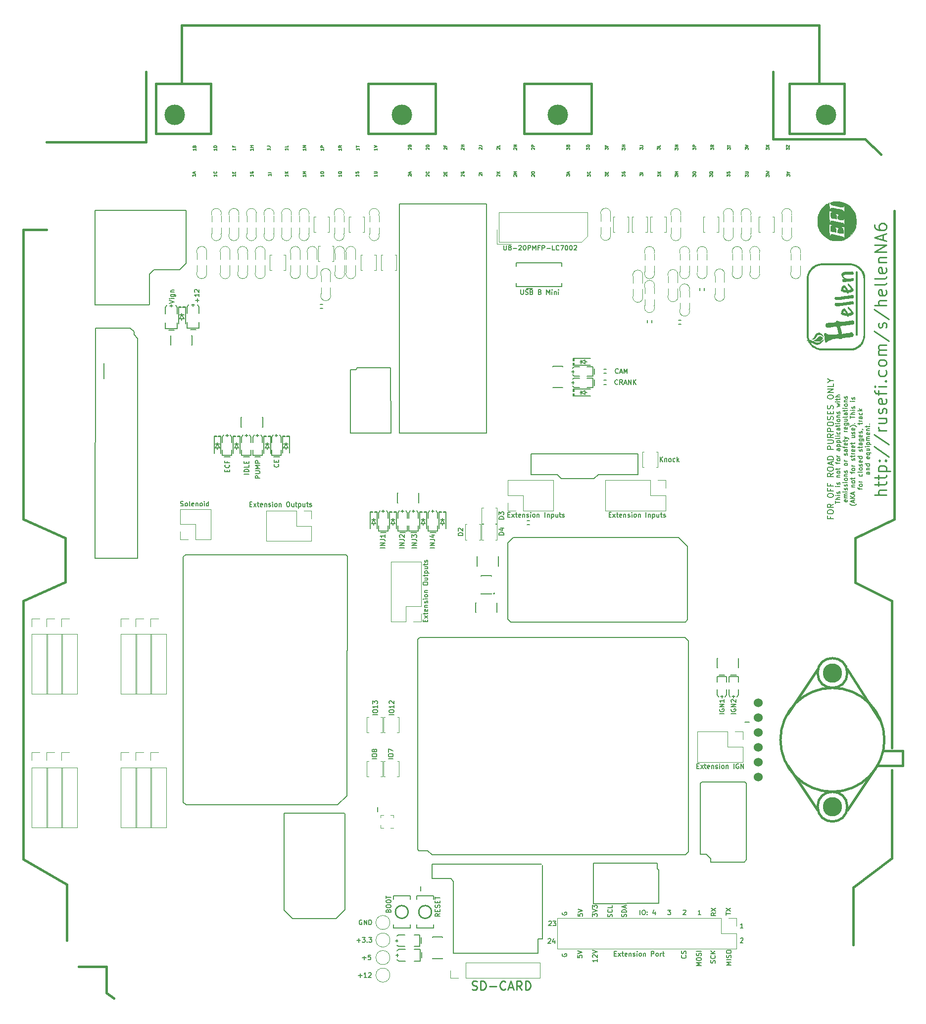
<source format=gto>
G04 #@! TF.GenerationSoftware,KiCad,Pcbnew,(5.99.0-10200-gdf5f010514)*
G04 #@! TF.CreationDate,2021-04-10T18:58:19+03:00*
G04 #@! TF.ProjectId,hellen64_miataNA6_94,68656c6c-656e-4363-945f-6d696174614e,R0.4*
G04 #@! TF.SameCoordinates,PX1406f40PYa852d20*
G04 #@! TF.FileFunction,Legend,Top*
G04 #@! TF.FilePolarity,Positive*
%FSLAX46Y46*%
G04 Gerber Fmt 4.6, Leading zero omitted, Abs format (unit mm)*
G04 Created by KiCad (PCBNEW (5.99.0-10200-gdf5f010514)) date 2021-04-10 18:58:19*
%MOMM*%
%LPD*%
G01*
G04 APERTURE LIST*
%ADD10C,0.381000*%
%ADD11C,0.170000*%
%ADD12C,0.127000*%
%ADD13C,0.250000*%
%ADD14C,0.150000*%
%ADD15C,0.002540*%
%ADD16C,0.203200*%
%ADD17C,0.200000*%
%ADD18C,0.120000*%
%ADD19C,0.099060*%
%ADD20C,0.254000*%
%ADD21C,3.500120*%
%ADD22C,3.302000*%
%ADD23C,1.524000*%
G04 APERTURE END LIST*
D10*
X9510960Y81150000D02*
X2260960Y84400000D01*
X151260960Y84400000D02*
X151260960Y137107060D01*
X16510960Y3400000D02*
X16510960Y7900000D01*
X6260960Y148900000D02*
X23260960Y148900000D01*
X2260960Y70400000D02*
X9510960Y73650000D01*
X144560960Y81200000D02*
X144560960Y73600000D01*
X9510960Y73650000D02*
X9510960Y81150000D01*
X16510960Y3400000D02*
X17760960Y2400000D01*
X144260960Y21400000D02*
X150860960Y26400000D01*
X146260960Y149400000D02*
X130570960Y149400000D01*
X151260960Y84400000D02*
X144560960Y81200000D01*
X6260960Y133900000D02*
X2260960Y133900000D01*
X149000700Y146807060D02*
X146260960Y149400000D01*
X130570960Y149400000D02*
X130570960Y160900000D01*
X23260960Y148900000D02*
X23260960Y160900000D01*
X16510960Y7900000D02*
X11760960Y7900000D01*
X9760960Y12307060D02*
X9760960Y21900000D01*
X2260960Y84400000D02*
X2260960Y133900000D01*
X144560960Y73600000D02*
X150860960Y70400000D01*
X144300700Y11607060D02*
X144260960Y21400000D01*
X9760960Y21900000D02*
X2260960Y26200000D01*
X150860960Y45307060D02*
X150860960Y70400000D01*
X2260960Y26200000D02*
X2260960Y70400000D01*
X150860960Y26400000D02*
X150860960Y41507060D01*
D11*
X73561904Y16938096D02*
X73180952Y16671429D01*
X73561904Y16480953D02*
X72761904Y16480953D01*
X72761904Y16785715D01*
X72800000Y16861905D01*
X72838095Y16900000D01*
X72914285Y16938096D01*
X73028571Y16938096D01*
X73104761Y16900000D01*
X73142857Y16861905D01*
X73180952Y16785715D01*
X73180952Y16480953D01*
X73142857Y17280953D02*
X73142857Y17547620D01*
X73561904Y17661905D02*
X73561904Y17280953D01*
X72761904Y17280953D01*
X72761904Y17661905D01*
X73523809Y17966667D02*
X73561904Y18080953D01*
X73561904Y18271429D01*
X73523809Y18347620D01*
X73485714Y18385715D01*
X73409523Y18423810D01*
X73333333Y18423810D01*
X73257142Y18385715D01*
X73219047Y18347620D01*
X73180952Y18271429D01*
X73142857Y18119048D01*
X73104761Y18042858D01*
X73066666Y18004762D01*
X72990476Y17966667D01*
X72914285Y17966667D01*
X72838095Y18004762D01*
X72800000Y18042858D01*
X72761904Y18119048D01*
X72761904Y18309524D01*
X72800000Y18423810D01*
X73142857Y18766667D02*
X73142857Y19033334D01*
X73561904Y19147620D02*
X73561904Y18766667D01*
X72761904Y18766667D01*
X72761904Y19147620D01*
X72761904Y19376191D02*
X72761904Y19833334D01*
X73561904Y19604762D02*
X72761904Y19604762D01*
D12*
X116792809Y147603667D02*
X116792809Y147918143D01*
X116986333Y147748810D01*
X116986333Y147821381D01*
X117010523Y147869762D01*
X117034714Y147893953D01*
X117083095Y147918143D01*
X117204047Y147918143D01*
X117252428Y147893953D01*
X117276619Y147869762D01*
X117300809Y147821381D01*
X117300809Y147676239D01*
X117276619Y147627858D01*
X117252428Y147603667D01*
X117300809Y148135858D02*
X116792809Y148135858D01*
X116792809Y148329381D01*
X116817000Y148377762D01*
X116841190Y148401953D01*
X116889571Y148426143D01*
X116962142Y148426143D01*
X117010523Y148401953D01*
X117034714Y148377762D01*
X117058904Y148329381D01*
X117058904Y148135858D01*
D11*
X60314285Y9342858D02*
X60923809Y9342858D01*
X60619047Y9038096D02*
X60619047Y9647620D01*
X61685714Y9838096D02*
X61304761Y9838096D01*
X61266666Y9457143D01*
X61304761Y9495239D01*
X61380952Y9533334D01*
X61571428Y9533334D01*
X61647619Y9495239D01*
X61685714Y9457143D01*
X61723809Y9380953D01*
X61723809Y9190477D01*
X61685714Y9114286D01*
X61647619Y9076191D01*
X61571428Y9038096D01*
X61380952Y9038096D01*
X61304761Y9076191D01*
X61266666Y9114286D01*
D12*
X101806809Y143055858D02*
X101806809Y143370334D01*
X102000333Y143201000D01*
X102000333Y143273572D01*
X102024523Y143321953D01*
X102048714Y143346143D01*
X102097095Y143370334D01*
X102218047Y143370334D01*
X102266428Y143346143D01*
X102290619Y143321953D01*
X102314809Y143273572D01*
X102314809Y143128429D01*
X102290619Y143080048D01*
X102266428Y143055858D01*
X102048714Y143588048D02*
X102048714Y143757381D01*
X102314809Y143829953D02*
X102314809Y143588048D01*
X101806809Y143588048D01*
X101806809Y143829953D01*
X44529809Y147851620D02*
X44529809Y147561334D01*
X44529809Y147706477D02*
X44021809Y147706477D01*
X44094380Y147658096D01*
X44142761Y147609715D01*
X44166952Y147561334D01*
X44021809Y148214477D02*
X44384666Y148214477D01*
X44457238Y148190286D01*
X44505619Y148141905D01*
X44529809Y148069334D01*
X44529809Y148020953D01*
D11*
X104048319Y109421346D02*
X104010223Y109383251D01*
X103895938Y109345156D01*
X103819747Y109345156D01*
X103705461Y109383251D01*
X103629271Y109459441D01*
X103591176Y109535632D01*
X103553080Y109688013D01*
X103553080Y109802299D01*
X103591176Y109954680D01*
X103629271Y110030870D01*
X103705461Y110107060D01*
X103819747Y110145156D01*
X103895938Y110145156D01*
X104010223Y110107060D01*
X104048319Y110068965D01*
X104353080Y109573727D02*
X104734033Y109573727D01*
X104276890Y109345156D02*
X104543557Y110145156D01*
X104810223Y109345156D01*
X105076890Y109345156D02*
X105076890Y110145156D01*
X105343557Y109573727D01*
X105610223Y110145156D01*
X105610223Y109345156D01*
X120762604Y17065180D02*
X120381652Y16798513D01*
X120762604Y16608037D02*
X119962604Y16608037D01*
X119962604Y16912799D01*
X120000700Y16988989D01*
X120038795Y17027084D01*
X120114985Y17065180D01*
X120229271Y17065180D01*
X120305461Y17027084D01*
X120343557Y16988989D01*
X120381652Y16912799D01*
X120381652Y16608037D01*
X119962604Y17331846D02*
X120762604Y17865180D01*
X119962604Y17865180D02*
X120762604Y17331846D01*
D12*
X62817809Y143334048D02*
X62817809Y143043762D01*
X62817809Y143188905D02*
X62309809Y143188905D01*
X62382380Y143140524D01*
X62430761Y143092143D01*
X62454952Y143043762D01*
X62309809Y143551762D02*
X62721047Y143551762D01*
X62769428Y143575953D01*
X62793619Y143600143D01*
X62817809Y143648524D01*
X62817809Y143745286D01*
X62793619Y143793667D01*
X62769428Y143817858D01*
X62721047Y143842048D01*
X62309809Y143842048D01*
X59769809Y147851620D02*
X59769809Y147561334D01*
X59769809Y147706477D02*
X59261809Y147706477D01*
X59334380Y147658096D01*
X59382761Y147609715D01*
X59406952Y147561334D01*
X59261809Y147996762D02*
X59261809Y148287048D01*
X59769809Y148141905D02*
X59261809Y148141905D01*
X132794809Y147615762D02*
X132794809Y147930239D01*
X132988333Y147760905D01*
X132988333Y147833477D01*
X133012523Y147881858D01*
X133036714Y147906048D01*
X133085095Y147930239D01*
X133206047Y147930239D01*
X133254428Y147906048D01*
X133278619Y147881858D01*
X133302809Y147833477D01*
X133302809Y147688334D01*
X133278619Y147639953D01*
X133254428Y147615762D01*
X132794809Y148099572D02*
X132794809Y148438239D01*
X133302809Y148099572D01*
X133302809Y148438239D01*
D11*
X122462604Y16693751D02*
X122462604Y17150894D01*
X123262604Y16922322D02*
X122462604Y16922322D01*
X122462604Y17341370D02*
X123262604Y17874703D01*
X122462604Y17874703D02*
X123262604Y17341370D01*
X123362604Y8108037D02*
X122562604Y8108037D01*
X123134033Y8374703D01*
X122562604Y8641370D01*
X123362604Y8641370D01*
X123362604Y9022322D02*
X122562604Y9022322D01*
X123324509Y9365180D02*
X123362604Y9479465D01*
X123362604Y9669941D01*
X123324509Y9746132D01*
X123286414Y9784227D01*
X123210223Y9822322D01*
X123134033Y9822322D01*
X123057842Y9784227D01*
X123019747Y9746132D01*
X122981652Y9669941D01*
X122943557Y9517560D01*
X122905461Y9441370D01*
X122867366Y9403275D01*
X122791176Y9365180D01*
X122714985Y9365180D01*
X122638795Y9403275D01*
X122600700Y9441370D01*
X122562604Y9517560D01*
X122562604Y9708037D01*
X122600700Y9822322D01*
X122562604Y10317560D02*
X122562604Y10469941D01*
X122600700Y10546132D01*
X122676890Y10622322D01*
X122829271Y10660418D01*
X123095938Y10660418D01*
X123248319Y10622322D01*
X123324509Y10546132D01*
X123362604Y10469941D01*
X123362604Y10317560D01*
X123324509Y10241370D01*
X123248319Y10165180D01*
X123095938Y10127084D01*
X122829271Y10127084D01*
X122676890Y10165180D01*
X122600700Y10241370D01*
X122562604Y10317560D01*
X72662604Y79508037D02*
X71862604Y79508037D01*
X72662604Y79888989D02*
X71862604Y79888989D01*
X72662604Y80346132D01*
X71862604Y80346132D01*
X71862604Y80955656D02*
X72434033Y80955656D01*
X72548319Y80917560D01*
X72624509Y80841370D01*
X72662604Y80727084D01*
X72662604Y80650894D01*
X72129271Y81679465D02*
X72662604Y81679465D01*
X71824509Y81488989D02*
X72395938Y81298513D01*
X72395938Y81793751D01*
D13*
X79048914Y3949918D02*
X79263200Y3878489D01*
X79620342Y3878489D01*
X79763200Y3949918D01*
X79834628Y4021346D01*
X79906057Y4164203D01*
X79906057Y4307060D01*
X79834628Y4449918D01*
X79763200Y4521346D01*
X79620342Y4592775D01*
X79334628Y4664203D01*
X79191771Y4735632D01*
X79120342Y4807060D01*
X79048914Y4949918D01*
X79048914Y5092775D01*
X79120342Y5235632D01*
X79191771Y5307060D01*
X79334628Y5378489D01*
X79691771Y5378489D01*
X79906057Y5307060D01*
X80548914Y3878489D02*
X80548914Y5378489D01*
X80906057Y5378489D01*
X81120342Y5307060D01*
X81263200Y5164203D01*
X81334628Y5021346D01*
X81406057Y4735632D01*
X81406057Y4521346D01*
X81334628Y4235632D01*
X81263200Y4092775D01*
X81120342Y3949918D01*
X80906057Y3878489D01*
X80548914Y3878489D01*
X82048914Y4449918D02*
X83191771Y4449918D01*
X84763200Y4021346D02*
X84691771Y3949918D01*
X84477485Y3878489D01*
X84334628Y3878489D01*
X84120342Y3949918D01*
X83977485Y4092775D01*
X83906057Y4235632D01*
X83834628Y4521346D01*
X83834628Y4735632D01*
X83906057Y5021346D01*
X83977485Y5164203D01*
X84120342Y5307060D01*
X84334628Y5378489D01*
X84477485Y5378489D01*
X84691771Y5307060D01*
X84763200Y5235632D01*
X85334628Y4307060D02*
X86048914Y4307060D01*
X85191771Y3878489D02*
X85691771Y5378489D01*
X86191771Y3878489D01*
X87548914Y3878489D02*
X87048914Y4592775D01*
X86691771Y3878489D02*
X86691771Y5378489D01*
X87263200Y5378489D01*
X87406057Y5307060D01*
X87477485Y5235632D01*
X87548914Y5092775D01*
X87548914Y4878489D01*
X87477485Y4735632D01*
X87406057Y4664203D01*
X87263200Y4592775D01*
X86691771Y4592775D01*
X88191771Y3878489D02*
X88191771Y5378489D01*
X88548914Y5378489D01*
X88763200Y5307060D01*
X88906057Y5164203D01*
X88977485Y5021346D01*
X89048914Y4735632D01*
X89048914Y4521346D01*
X88977485Y4235632D01*
X88906057Y4092775D01*
X88763200Y3949918D01*
X88548914Y3878489D01*
X88191771Y3878489D01*
D12*
X95202809Y143067953D02*
X95202809Y143382429D01*
X95396333Y143213096D01*
X95396333Y143285667D01*
X95420523Y143334048D01*
X95444714Y143358239D01*
X95493095Y143382429D01*
X95614047Y143382429D01*
X95662428Y143358239D01*
X95686619Y143334048D01*
X95710809Y143285667D01*
X95710809Y143140524D01*
X95686619Y143092143D01*
X95662428Y143067953D01*
X95565666Y143575953D02*
X95565666Y143817858D01*
X95710809Y143527572D02*
X95202809Y143696905D01*
X95710809Y143866239D01*
X101806809Y147639953D02*
X101806809Y147954429D01*
X102000333Y147785096D01*
X102000333Y147857667D01*
X102024523Y147906048D01*
X102048714Y147930239D01*
X102097095Y147954429D01*
X102218047Y147954429D01*
X102266428Y147930239D01*
X102290619Y147906048D01*
X102314809Y147857667D01*
X102314809Y147712524D01*
X102290619Y147664143D01*
X102266428Y147639953D01*
X102048714Y148341477D02*
X102048714Y148172143D01*
X102314809Y148172143D02*
X101806809Y148172143D01*
X101806809Y148414048D01*
X119713809Y143019572D02*
X119713809Y143334048D01*
X119907333Y143164715D01*
X119907333Y143237286D01*
X119931523Y143285667D01*
X119955714Y143309858D01*
X120004095Y143334048D01*
X120125047Y143334048D01*
X120173428Y143309858D01*
X120197619Y143285667D01*
X120221809Y143237286D01*
X120221809Y143092143D01*
X120197619Y143043762D01*
X120173428Y143019572D01*
X120270190Y143890429D02*
X120246000Y143842048D01*
X120197619Y143793667D01*
X120125047Y143721096D01*
X120100857Y143672715D01*
X120100857Y143624334D01*
X120221809Y143648524D02*
X120197619Y143600143D01*
X120149238Y143551762D01*
X120052476Y143527572D01*
X119883142Y143527572D01*
X119786380Y143551762D01*
X119738000Y143600143D01*
X119713809Y143648524D01*
X119713809Y143745286D01*
X119738000Y143793667D01*
X119786380Y143842048D01*
X119883142Y143866239D01*
X120052476Y143866239D01*
X120149238Y143842048D01*
X120197619Y143793667D01*
X120221809Y143745286D01*
X120221809Y143648524D01*
X110823809Y143031667D02*
X110823809Y143346143D01*
X111017333Y143176810D01*
X111017333Y143249381D01*
X111041523Y143297762D01*
X111065714Y143321953D01*
X111114095Y143346143D01*
X111235047Y143346143D01*
X111283428Y143321953D01*
X111307619Y143297762D01*
X111331809Y143249381D01*
X111331809Y143104239D01*
X111307619Y143055858D01*
X111283428Y143031667D01*
X111331809Y143563858D02*
X110823809Y143563858D01*
X111331809Y143854143D02*
X111041523Y143636429D01*
X110823809Y143854143D02*
X111114095Y143563858D01*
D11*
X84462604Y81716584D02*
X83662604Y81716584D01*
X83662604Y81907060D01*
X83700700Y82021346D01*
X83776890Y82097537D01*
X83853080Y82135632D01*
X84005461Y82173727D01*
X84119747Y82173727D01*
X84272128Y82135632D01*
X84348319Y82097537D01*
X84424509Y82021346D01*
X84462604Y81907060D01*
X84462604Y81716584D01*
X83929271Y82859441D02*
X84462604Y82859441D01*
X83624509Y82668965D02*
X84195938Y82478489D01*
X84195938Y82973727D01*
X41043557Y86964203D02*
X41310223Y86964203D01*
X41424509Y86545156D02*
X41043557Y86545156D01*
X41043557Y87345156D01*
X41424509Y87345156D01*
X41691176Y86545156D02*
X42110223Y87078489D01*
X41691176Y87078489D02*
X42110223Y86545156D01*
X42300700Y87078489D02*
X42605461Y87078489D01*
X42414985Y87345156D02*
X42414985Y86659441D01*
X42453080Y86583251D01*
X42529271Y86545156D01*
X42605461Y86545156D01*
X43176890Y86583251D02*
X43100700Y86545156D01*
X42948319Y86545156D01*
X42872128Y86583251D01*
X42834033Y86659441D01*
X42834033Y86964203D01*
X42872128Y87040394D01*
X42948319Y87078489D01*
X43100700Y87078489D01*
X43176890Y87040394D01*
X43214985Y86964203D01*
X43214985Y86888013D01*
X42834033Y86811822D01*
X43557842Y87078489D02*
X43557842Y86545156D01*
X43557842Y87002299D02*
X43595938Y87040394D01*
X43672128Y87078489D01*
X43786414Y87078489D01*
X43862604Y87040394D01*
X43900700Y86964203D01*
X43900700Y86545156D01*
X44243557Y86583251D02*
X44319747Y86545156D01*
X44472128Y86545156D01*
X44548319Y86583251D01*
X44586414Y86659441D01*
X44586414Y86697537D01*
X44548319Y86773727D01*
X44472128Y86811822D01*
X44357842Y86811822D01*
X44281652Y86849918D01*
X44243557Y86926108D01*
X44243557Y86964203D01*
X44281652Y87040394D01*
X44357842Y87078489D01*
X44472128Y87078489D01*
X44548319Y87040394D01*
X44929271Y86545156D02*
X44929271Y87078489D01*
X44929271Y87345156D02*
X44891176Y87307060D01*
X44929271Y87268965D01*
X44967366Y87307060D01*
X44929271Y87345156D01*
X44929271Y87268965D01*
X45424509Y86545156D02*
X45348319Y86583251D01*
X45310223Y86621346D01*
X45272128Y86697537D01*
X45272128Y86926108D01*
X45310223Y87002299D01*
X45348319Y87040394D01*
X45424509Y87078489D01*
X45538795Y87078489D01*
X45614985Y87040394D01*
X45653080Y87002299D01*
X45691176Y86926108D01*
X45691176Y86697537D01*
X45653080Y86621346D01*
X45614985Y86583251D01*
X45538795Y86545156D01*
X45424509Y86545156D01*
X46034033Y87078489D02*
X46034033Y86545156D01*
X46034033Y87002299D02*
X46072128Y87040394D01*
X46148319Y87078489D01*
X46262604Y87078489D01*
X46338795Y87040394D01*
X46376890Y86964203D01*
X46376890Y86545156D01*
X47519747Y87345156D02*
X47672128Y87345156D01*
X47748319Y87307060D01*
X47824509Y87230870D01*
X47862604Y87078489D01*
X47862604Y86811822D01*
X47824509Y86659441D01*
X47748319Y86583251D01*
X47672128Y86545156D01*
X47519747Y86545156D01*
X47443557Y86583251D01*
X47367366Y86659441D01*
X47329271Y86811822D01*
X47329271Y87078489D01*
X47367366Y87230870D01*
X47443557Y87307060D01*
X47519747Y87345156D01*
X48548319Y87078489D02*
X48548319Y86545156D01*
X48205461Y87078489D02*
X48205461Y86659441D01*
X48243557Y86583251D01*
X48319747Y86545156D01*
X48434033Y86545156D01*
X48510223Y86583251D01*
X48548319Y86621346D01*
X48814985Y87078489D02*
X49119747Y87078489D01*
X48929271Y87345156D02*
X48929271Y86659441D01*
X48967366Y86583251D01*
X49043557Y86545156D01*
X49119747Y86545156D01*
X49386414Y87078489D02*
X49386414Y86278489D01*
X49386414Y87040394D02*
X49462604Y87078489D01*
X49614985Y87078489D01*
X49691176Y87040394D01*
X49729271Y87002299D01*
X49767366Y86926108D01*
X49767366Y86697537D01*
X49729271Y86621346D01*
X49691176Y86583251D01*
X49614985Y86545156D01*
X49462604Y86545156D01*
X49386414Y86583251D01*
X50453080Y87078489D02*
X50453080Y86545156D01*
X50110223Y87078489D02*
X50110223Y86659441D01*
X50148319Y86583251D01*
X50224509Y86545156D01*
X50338795Y86545156D01*
X50414985Y86583251D01*
X50453080Y86621346D01*
X50719747Y87078489D02*
X51024509Y87078489D01*
X50834033Y87345156D02*
X50834033Y86659441D01*
X50872128Y86583251D01*
X50948319Y86545156D01*
X51024509Y86545156D01*
X51253080Y86583251D02*
X51329271Y86545156D01*
X51481652Y86545156D01*
X51557842Y86583251D01*
X51595938Y86659441D01*
X51595938Y86697537D01*
X51557842Y86773727D01*
X51481652Y86811822D01*
X51367366Y86811822D01*
X51291176Y86849918D01*
X51253080Y86926108D01*
X51253080Y86964203D01*
X51291176Y87040394D01*
X51367366Y87078489D01*
X51481652Y87078489D01*
X51557842Y87040394D01*
D12*
X74296190Y147664143D02*
X74272000Y147688334D01*
X74247809Y147736715D01*
X74247809Y147857667D01*
X74272000Y147906048D01*
X74296190Y147930239D01*
X74344571Y147954429D01*
X74392952Y147954429D01*
X74465523Y147930239D01*
X74755809Y147639953D01*
X74755809Y147954429D01*
X74489714Y148341477D02*
X74489714Y148172143D01*
X74755809Y148172143D02*
X74247809Y148172143D01*
X74247809Y148414048D01*
D11*
X71043557Y66849918D02*
X71043557Y67116584D01*
X71462604Y67230870D02*
X71462604Y66849918D01*
X70662604Y66849918D01*
X70662604Y67230870D01*
X71462604Y67497537D02*
X70929271Y67916584D01*
X70929271Y67497537D02*
X71462604Y67916584D01*
X70929271Y68107060D02*
X70929271Y68411822D01*
X70662604Y68221346D02*
X71348319Y68221346D01*
X71424509Y68259441D01*
X71462604Y68335632D01*
X71462604Y68411822D01*
X71424509Y68983251D02*
X71462604Y68907060D01*
X71462604Y68754680D01*
X71424509Y68678489D01*
X71348319Y68640394D01*
X71043557Y68640394D01*
X70967366Y68678489D01*
X70929271Y68754680D01*
X70929271Y68907060D01*
X70967366Y68983251D01*
X71043557Y69021346D01*
X71119747Y69021346D01*
X71195938Y68640394D01*
X70929271Y69364203D02*
X71462604Y69364203D01*
X71005461Y69364203D02*
X70967366Y69402299D01*
X70929271Y69478489D01*
X70929271Y69592775D01*
X70967366Y69668965D01*
X71043557Y69707060D01*
X71462604Y69707060D01*
X71424509Y70049918D02*
X71462604Y70126108D01*
X71462604Y70278489D01*
X71424509Y70354680D01*
X71348319Y70392775D01*
X71310223Y70392775D01*
X71234033Y70354680D01*
X71195938Y70278489D01*
X71195938Y70164203D01*
X71157842Y70088013D01*
X71081652Y70049918D01*
X71043557Y70049918D01*
X70967366Y70088013D01*
X70929271Y70164203D01*
X70929271Y70278489D01*
X70967366Y70354680D01*
X71462604Y70735632D02*
X70929271Y70735632D01*
X70662604Y70735632D02*
X70700700Y70697537D01*
X70738795Y70735632D01*
X70700700Y70773727D01*
X70662604Y70735632D01*
X70738795Y70735632D01*
X71462604Y71230870D02*
X71424509Y71154680D01*
X71386414Y71116584D01*
X71310223Y71078489D01*
X71081652Y71078489D01*
X71005461Y71116584D01*
X70967366Y71154680D01*
X70929271Y71230870D01*
X70929271Y71345156D01*
X70967366Y71421346D01*
X71005461Y71459441D01*
X71081652Y71497537D01*
X71310223Y71497537D01*
X71386414Y71459441D01*
X71424509Y71421346D01*
X71462604Y71345156D01*
X71462604Y71230870D01*
X70929271Y71840394D02*
X71462604Y71840394D01*
X71005461Y71840394D02*
X70967366Y71878489D01*
X70929271Y71954680D01*
X70929271Y72068965D01*
X70967366Y72145156D01*
X71043557Y72183251D01*
X71462604Y72183251D01*
X70662604Y73326108D02*
X70662604Y73478489D01*
X70700700Y73554680D01*
X70776890Y73630870D01*
X70929271Y73668965D01*
X71195938Y73668965D01*
X71348319Y73630870D01*
X71424509Y73554680D01*
X71462604Y73478489D01*
X71462604Y73326108D01*
X71424509Y73249918D01*
X71348319Y73173727D01*
X71195938Y73135632D01*
X70929271Y73135632D01*
X70776890Y73173727D01*
X70700700Y73249918D01*
X70662604Y73326108D01*
X70929271Y74354680D02*
X71462604Y74354680D01*
X70929271Y74011822D02*
X71348319Y74011822D01*
X71424509Y74049918D01*
X71462604Y74126108D01*
X71462604Y74240394D01*
X71424509Y74316584D01*
X71386414Y74354680D01*
X70929271Y74621346D02*
X70929271Y74926108D01*
X70662604Y74735632D02*
X71348319Y74735632D01*
X71424509Y74773727D01*
X71462604Y74849918D01*
X71462604Y74926108D01*
X70929271Y75192775D02*
X71729271Y75192775D01*
X70967366Y75192775D02*
X70929271Y75268965D01*
X70929271Y75421346D01*
X70967366Y75497537D01*
X71005461Y75535632D01*
X71081652Y75573727D01*
X71310223Y75573727D01*
X71386414Y75535632D01*
X71424509Y75497537D01*
X71462604Y75421346D01*
X71462604Y75268965D01*
X71424509Y75192775D01*
X70929271Y76259441D02*
X71462604Y76259441D01*
X70929271Y75916584D02*
X71348319Y75916584D01*
X71424509Y75954680D01*
X71462604Y76030870D01*
X71462604Y76145156D01*
X71424509Y76221346D01*
X71386414Y76259441D01*
X70929271Y76526108D02*
X70929271Y76830870D01*
X70662604Y76640394D02*
X71348319Y76640394D01*
X71424509Y76678489D01*
X71462604Y76754680D01*
X71462604Y76830870D01*
X71424509Y77059441D02*
X71462604Y77135632D01*
X71462604Y77288013D01*
X71424509Y77364203D01*
X71348319Y77402299D01*
X71310223Y77402299D01*
X71234033Y77364203D01*
X71195938Y77288013D01*
X71195938Y77173727D01*
X71157842Y77097537D01*
X71081652Y77059441D01*
X71043557Y77059441D01*
X70967366Y77097537D01*
X70929271Y77173727D01*
X70929271Y77288013D01*
X70967366Y77364203D01*
X115586414Y9765180D02*
X115624509Y9727084D01*
X115662604Y9612799D01*
X115662604Y9536608D01*
X115624509Y9422322D01*
X115548319Y9346132D01*
X115472128Y9308037D01*
X115319747Y9269941D01*
X115205461Y9269941D01*
X115053080Y9308037D01*
X114976890Y9346132D01*
X114900700Y9422322D01*
X114862604Y9536608D01*
X114862604Y9612799D01*
X114900700Y9727084D01*
X114938795Y9765180D01*
X115624509Y10069941D02*
X115662604Y10184227D01*
X115662604Y10374703D01*
X115624509Y10450894D01*
X115586414Y10488989D01*
X115510223Y10527084D01*
X115434033Y10527084D01*
X115357842Y10488989D01*
X115319747Y10450894D01*
X115281652Y10374703D01*
X115243557Y10222322D01*
X115205461Y10146132D01*
X115167366Y10108037D01*
X115091176Y10069941D01*
X115014985Y10069941D01*
X114938795Y10108037D01*
X114900700Y10146132D01*
X114862604Y10222322D01*
X114862604Y10412799D01*
X114900700Y10527084D01*
X111200700Y94245156D02*
X111200700Y95045156D01*
X111657842Y94245156D02*
X111314985Y94702299D01*
X111657842Y95045156D02*
X111200700Y94588013D01*
X112000700Y94778489D02*
X112000700Y94245156D01*
X112000700Y94702299D02*
X112038795Y94740394D01*
X112114985Y94778489D01*
X112229271Y94778489D01*
X112305461Y94740394D01*
X112343557Y94664203D01*
X112343557Y94245156D01*
X112838795Y94245156D02*
X112762604Y94283251D01*
X112724509Y94321346D01*
X112686414Y94397537D01*
X112686414Y94626108D01*
X112724509Y94702299D01*
X112762604Y94740394D01*
X112838795Y94778489D01*
X112953080Y94778489D01*
X113029271Y94740394D01*
X113067366Y94702299D01*
X113105461Y94626108D01*
X113105461Y94397537D01*
X113067366Y94321346D01*
X113029271Y94283251D01*
X112953080Y94245156D01*
X112838795Y94245156D01*
X113791176Y94283251D02*
X113714985Y94245156D01*
X113562604Y94245156D01*
X113486414Y94283251D01*
X113448319Y94321346D01*
X113410223Y94397537D01*
X113410223Y94626108D01*
X113448319Y94702299D01*
X113486414Y94740394D01*
X113562604Y94778489D01*
X113714985Y94778489D01*
X113791176Y94740394D01*
X114134033Y94245156D02*
X114134033Y95045156D01*
X114210223Y94549918D02*
X114438795Y94245156D01*
X114438795Y94778489D02*
X114134033Y94473727D01*
X40862604Y92121346D02*
X40062604Y92121346D01*
X40862604Y92502299D02*
X40062604Y92502299D01*
X40062604Y92692775D01*
X40100700Y92807060D01*
X40176890Y92883251D01*
X40253080Y92921346D01*
X40405461Y92959441D01*
X40519747Y92959441D01*
X40672128Y92921346D01*
X40748319Y92883251D01*
X40824509Y92807060D01*
X40862604Y92692775D01*
X40862604Y92502299D01*
X40862604Y93683251D02*
X40862604Y93302299D01*
X40062604Y93302299D01*
X40443557Y93949918D02*
X40443557Y94216584D01*
X40862604Y94330870D02*
X40862604Y93949918D01*
X40062604Y93949918D01*
X40062604Y94330870D01*
D12*
X122761809Y147664143D02*
X122761809Y147978620D01*
X122955333Y147809286D01*
X122955333Y147881858D01*
X122979523Y147930239D01*
X123003714Y147954429D01*
X123052095Y147978620D01*
X123173047Y147978620D01*
X123221428Y147954429D01*
X123245619Y147930239D01*
X123269809Y147881858D01*
X123269809Y147736715D01*
X123245619Y147688334D01*
X123221428Y147664143D01*
X122761809Y148123762D02*
X122761809Y148414048D01*
X123269809Y148268905D02*
X122761809Y148268905D01*
X47577809Y147839524D02*
X47577809Y147549239D01*
X47577809Y147694381D02*
X47069809Y147694381D01*
X47142380Y147646000D01*
X47190761Y147597620D01*
X47214952Y147549239D01*
X47577809Y148299143D02*
X47577809Y148057239D01*
X47069809Y148057239D01*
D11*
X64162604Y79508037D02*
X63362604Y79508037D01*
X64162604Y79888989D02*
X63362604Y79888989D01*
X64162604Y80346132D01*
X63362604Y80346132D01*
X63362604Y80955656D02*
X63934033Y80955656D01*
X64048319Y80917560D01*
X64124509Y80841370D01*
X64162604Y80727084D01*
X64162604Y80650894D01*
X64162604Y81755656D02*
X64162604Y81298513D01*
X64162604Y81527084D02*
X63362604Y81527084D01*
X63476890Y81450894D01*
X63553080Y81374703D01*
X63591176Y81298513D01*
X69562604Y79508037D02*
X68762604Y79508037D01*
X69562604Y79888989D02*
X68762604Y79888989D01*
X69562604Y80346132D01*
X68762604Y80346132D01*
X68762604Y80955656D02*
X69334033Y80955656D01*
X69448319Y80917560D01*
X69524509Y80841370D01*
X69562604Y80727084D01*
X69562604Y80650894D01*
X68762604Y81260418D02*
X68762604Y81755656D01*
X69067366Y81488989D01*
X69067366Y81603275D01*
X69105461Y81679465D01*
X69143557Y81717560D01*
X69219747Y81755656D01*
X69410223Y81755656D01*
X69486414Y81717560D01*
X69524509Y81679465D01*
X69562604Y81603275D01*
X69562604Y81374703D01*
X69524509Y81298513D01*
X69486414Y81260418D01*
X125420723Y14445156D02*
X124963580Y14445156D01*
X125192152Y14445156D02*
X125192152Y15245156D01*
X125115961Y15130870D01*
X125039771Y15054680D01*
X124963580Y15016584D01*
D12*
X107775809Y147664143D02*
X107775809Y147978620D01*
X107969333Y147809286D01*
X107969333Y147881858D01*
X107993523Y147930239D01*
X108017714Y147954429D01*
X108066095Y147978620D01*
X108187047Y147978620D01*
X108235428Y147954429D01*
X108259619Y147930239D01*
X108283809Y147881858D01*
X108283809Y147736715D01*
X108259619Y147688334D01*
X108235428Y147664143D01*
X107775809Y148341477D02*
X108138666Y148341477D01*
X108211238Y148317286D01*
X108259619Y148268905D01*
X108283809Y148196334D01*
X108283809Y148147953D01*
D11*
X124162604Y51107060D02*
X123362604Y51107060D01*
X123400700Y51907060D02*
X123362604Y51830870D01*
X123362604Y51716584D01*
X123400700Y51602299D01*
X123476890Y51526108D01*
X123553080Y51488013D01*
X123705461Y51449918D01*
X123819747Y51449918D01*
X123972128Y51488013D01*
X124048319Y51526108D01*
X124124509Y51602299D01*
X124162604Y51716584D01*
X124162604Y51792775D01*
X124124509Y51907060D01*
X124086414Y51945156D01*
X123819747Y51945156D01*
X123819747Y51792775D01*
X124162604Y52288013D02*
X123362604Y52288013D01*
X124162604Y52745156D01*
X123362604Y52745156D01*
X123438795Y53088013D02*
X123400700Y53126108D01*
X123362604Y53202299D01*
X123362604Y53392775D01*
X123400700Y53468965D01*
X123438795Y53507060D01*
X123514985Y53545156D01*
X123591176Y53545156D01*
X123705461Y53507060D01*
X124162604Y53049918D01*
X124162604Y53545156D01*
D12*
X47577809Y143346143D02*
X47577809Y143055858D01*
X47577809Y143201000D02*
X47069809Y143201000D01*
X47142380Y143152620D01*
X47190761Y143104239D01*
X47214952Y143055858D01*
X47577809Y143563858D02*
X47069809Y143563858D01*
X47577809Y143854143D02*
X47287523Y143636429D01*
X47069809Y143854143D02*
X47360095Y143563858D01*
D11*
X97162604Y16888989D02*
X97162604Y16508037D01*
X97543557Y16469941D01*
X97505461Y16508037D01*
X97467366Y16584227D01*
X97467366Y16774703D01*
X97505461Y16850894D01*
X97543557Y16888989D01*
X97619747Y16927084D01*
X97810223Y16927084D01*
X97886414Y16888989D01*
X97924509Y16850894D01*
X97962604Y16774703D01*
X97962604Y16584227D01*
X97924509Y16508037D01*
X97886414Y16469941D01*
X97162604Y17155656D02*
X97962604Y17422322D01*
X97162604Y17688989D01*
X64742857Y17414286D02*
X64780952Y17528572D01*
X64819047Y17566667D01*
X64895238Y17604762D01*
X65009523Y17604762D01*
X65085714Y17566667D01*
X65123809Y17528572D01*
X65161904Y17452381D01*
X65161904Y17147620D01*
X64361904Y17147620D01*
X64361904Y17414286D01*
X64400000Y17490477D01*
X64438095Y17528572D01*
X64514285Y17566667D01*
X64590476Y17566667D01*
X64666666Y17528572D01*
X64704761Y17490477D01*
X64742857Y17414286D01*
X64742857Y17147620D01*
X64361904Y18100000D02*
X64361904Y18252381D01*
X64400000Y18328572D01*
X64476190Y18404762D01*
X64628571Y18442858D01*
X64895238Y18442858D01*
X65047619Y18404762D01*
X65123809Y18328572D01*
X65161904Y18252381D01*
X65161904Y18100000D01*
X65123809Y18023810D01*
X65047619Y17947620D01*
X64895238Y17909524D01*
X64628571Y17909524D01*
X64476190Y17947620D01*
X64400000Y18023810D01*
X64361904Y18100000D01*
X64361904Y18938096D02*
X64361904Y19090477D01*
X64400000Y19166667D01*
X64476190Y19242858D01*
X64628571Y19280953D01*
X64895238Y19280953D01*
X65047619Y19242858D01*
X65123809Y19166667D01*
X65161904Y19090477D01*
X65161904Y18938096D01*
X65123809Y18861905D01*
X65047619Y18785715D01*
X64895238Y18747620D01*
X64628571Y18747620D01*
X64476190Y18785715D01*
X64400000Y18861905D01*
X64361904Y18938096D01*
X64361904Y19509524D02*
X64361904Y19966667D01*
X65161904Y19738096D02*
X64361904Y19738096D01*
X124963580Y12668965D02*
X125001676Y12707060D01*
X125077866Y12745156D01*
X125268342Y12745156D01*
X125344533Y12707060D01*
X125382628Y12668965D01*
X125420723Y12592775D01*
X125420723Y12516584D01*
X125382628Y12402299D01*
X124925485Y11945156D01*
X125420723Y11945156D01*
D12*
X77217190Y143055858D02*
X77193000Y143080048D01*
X77168809Y143128429D01*
X77168809Y143249381D01*
X77193000Y143297762D01*
X77217190Y143321953D01*
X77265571Y143346143D01*
X77313952Y143346143D01*
X77386523Y143321953D01*
X77676809Y143031667D01*
X77676809Y143346143D01*
X77193000Y143829953D02*
X77168809Y143781572D01*
X77168809Y143709000D01*
X77193000Y143636429D01*
X77241380Y143588048D01*
X77289761Y143563858D01*
X77386523Y143539667D01*
X77459095Y143539667D01*
X77555857Y143563858D01*
X77604238Y143588048D01*
X77652619Y143636429D01*
X77676809Y143709000D01*
X77676809Y143757381D01*
X77652619Y143829953D01*
X77628428Y143854143D01*
X77459095Y143854143D01*
X77459095Y143757381D01*
D11*
X62862604Y50926108D02*
X62062604Y50926108D01*
X62062604Y51459441D02*
X62062604Y51611822D01*
X62100700Y51688013D01*
X62176890Y51764203D01*
X62329271Y51802299D01*
X62595938Y51802299D01*
X62748319Y51764203D01*
X62824509Y51688013D01*
X62862604Y51611822D01*
X62862604Y51459441D01*
X62824509Y51383251D01*
X62748319Y51307060D01*
X62595938Y51268965D01*
X62329271Y51268965D01*
X62176890Y51307060D01*
X62100700Y51383251D01*
X62062604Y51459441D01*
X62862604Y52564203D02*
X62862604Y52107060D01*
X62862604Y52335632D02*
X62062604Y52335632D01*
X62176890Y52259441D01*
X62253080Y52183251D01*
X62291176Y52107060D01*
X62062604Y52830870D02*
X62062604Y53326108D01*
X62367366Y53059441D01*
X62367366Y53173727D01*
X62405461Y53249918D01*
X62443557Y53288013D01*
X62519747Y53326108D01*
X62710223Y53326108D01*
X62786414Y53288013D01*
X62824509Y53249918D01*
X62862604Y53173727D01*
X62862604Y52945156D01*
X62824509Y52868965D01*
X62786414Y52830870D01*
X27262604Y121326108D02*
X28062604Y121592775D01*
X27262604Y121859441D01*
X28062604Y122126108D02*
X27529271Y122126108D01*
X27262604Y122126108D02*
X27300700Y122088013D01*
X27338795Y122126108D01*
X27300700Y122164203D01*
X27262604Y122126108D01*
X27338795Y122126108D01*
X27529271Y122849918D02*
X28176890Y122849918D01*
X28253080Y122811822D01*
X28291176Y122773727D01*
X28329271Y122697537D01*
X28329271Y122583251D01*
X28291176Y122507060D01*
X28024509Y122849918D02*
X28062604Y122773727D01*
X28062604Y122621346D01*
X28024509Y122545156D01*
X27986414Y122507060D01*
X27910223Y122468965D01*
X27681652Y122468965D01*
X27605461Y122507060D01*
X27567366Y122545156D01*
X27529271Y122621346D01*
X27529271Y122773727D01*
X27567366Y122849918D01*
X27529271Y123230870D02*
X28062604Y123230870D01*
X27605461Y123230870D02*
X27567366Y123268965D01*
X27529271Y123345156D01*
X27529271Y123459441D01*
X27567366Y123535632D01*
X27643557Y123573727D01*
X28062604Y123573727D01*
X59342857Y12342858D02*
X59952380Y12342858D01*
X59647619Y12038096D02*
X59647619Y12647620D01*
X60257142Y12838096D02*
X60752380Y12838096D01*
X60485714Y12533334D01*
X60600000Y12533334D01*
X60676190Y12495239D01*
X60714285Y12457143D01*
X60752380Y12380953D01*
X60752380Y12190477D01*
X60714285Y12114286D01*
X60676190Y12076191D01*
X60600000Y12038096D01*
X60371428Y12038096D01*
X60295238Y12076191D01*
X60257142Y12114286D01*
X61095238Y12114286D02*
X61133333Y12076191D01*
X61095238Y12038096D01*
X61057142Y12076191D01*
X61095238Y12114286D01*
X61095238Y12038096D01*
X61400000Y12838096D02*
X61895238Y12838096D01*
X61628571Y12533334D01*
X61742857Y12533334D01*
X61819047Y12495239D01*
X61857142Y12457143D01*
X61895238Y12380953D01*
X61895238Y12190477D01*
X61857142Y12114286D01*
X61819047Y12076191D01*
X61742857Y12038096D01*
X61514285Y12038096D01*
X61438095Y12076191D01*
X61400000Y12114286D01*
X45886414Y93792775D02*
X45924509Y93754680D01*
X45962604Y93640394D01*
X45962604Y93564203D01*
X45924509Y93449918D01*
X45848319Y93373727D01*
X45772128Y93335632D01*
X45619747Y93297537D01*
X45505461Y93297537D01*
X45353080Y93335632D01*
X45276890Y93373727D01*
X45200700Y93449918D01*
X45162604Y93564203D01*
X45162604Y93640394D01*
X45200700Y93754680D01*
X45238795Y93792775D01*
X45543557Y94135632D02*
X45543557Y94402299D01*
X45962604Y94516584D02*
X45962604Y94135632D01*
X45162604Y94135632D01*
X45162604Y94516584D01*
X42762604Y91421346D02*
X41962604Y91421346D01*
X41962604Y91726108D01*
X42000700Y91802299D01*
X42038795Y91840394D01*
X42114985Y91878489D01*
X42229271Y91878489D01*
X42305461Y91840394D01*
X42343557Y91802299D01*
X42381652Y91726108D01*
X42381652Y91421346D01*
X41962604Y92221346D02*
X42610223Y92221346D01*
X42686414Y92259441D01*
X42724509Y92297537D01*
X42762604Y92373727D01*
X42762604Y92526108D01*
X42724509Y92602299D01*
X42686414Y92640394D01*
X42610223Y92678489D01*
X41962604Y92678489D01*
X42762604Y93059441D02*
X41962604Y93059441D01*
X42534033Y93326108D01*
X41962604Y93592775D01*
X42762604Y93592775D01*
X42762604Y93973727D02*
X41962604Y93973727D01*
X41962604Y94278489D01*
X42000700Y94354680D01*
X42038795Y94392775D01*
X42114985Y94430870D01*
X42229271Y94430870D01*
X42305461Y94392775D01*
X42343557Y94354680D01*
X42381652Y94278489D01*
X42381652Y93973727D01*
X77462604Y81616584D02*
X76662604Y81616584D01*
X76662604Y81807060D01*
X76700700Y81921346D01*
X76776890Y81997537D01*
X76853080Y82035632D01*
X77005461Y82073727D01*
X77119747Y82073727D01*
X77272128Y82035632D01*
X77348319Y81997537D01*
X77424509Y81921346D01*
X77462604Y81807060D01*
X77462604Y81616584D01*
X76738795Y82378489D02*
X76700700Y82416584D01*
X76662604Y82492775D01*
X76662604Y82683251D01*
X76700700Y82759441D01*
X76738795Y82797537D01*
X76814985Y82835632D01*
X76891176Y82835632D01*
X77005461Y82797537D01*
X77462604Y82340394D01*
X77462604Y82835632D01*
D12*
X104727809Y147591572D02*
X104727809Y147906048D01*
X104921333Y147736715D01*
X104921333Y147809286D01*
X104945523Y147857667D01*
X104969714Y147881858D01*
X105018095Y147906048D01*
X105139047Y147906048D01*
X105187428Y147881858D01*
X105211619Y147857667D01*
X105235809Y147809286D01*
X105235809Y147664143D01*
X105211619Y147615762D01*
X105187428Y147591572D01*
X105235809Y148123762D02*
X104727809Y148123762D01*
X104969714Y148123762D02*
X104969714Y148414048D01*
X105235809Y148414048D02*
X104727809Y148414048D01*
D11*
X84462604Y84416584D02*
X83662604Y84416584D01*
X83662604Y84607060D01*
X83700700Y84721346D01*
X83776890Y84797537D01*
X83853080Y84835632D01*
X84005461Y84873727D01*
X84119747Y84873727D01*
X84272128Y84835632D01*
X84348319Y84797537D01*
X84424509Y84721346D01*
X84462604Y84607060D01*
X84462604Y84416584D01*
X83662604Y85140394D02*
X83662604Y85635632D01*
X83967366Y85368965D01*
X83967366Y85483251D01*
X84005461Y85559441D01*
X84043557Y85597537D01*
X84119747Y85635632D01*
X84310223Y85635632D01*
X84386414Y85597537D01*
X84424509Y85559441D01*
X84462604Y85483251D01*
X84462604Y85254680D01*
X84424509Y85178489D01*
X84386414Y85140394D01*
X97062604Y9788989D02*
X97062604Y9408037D01*
X97443557Y9369941D01*
X97405461Y9408037D01*
X97367366Y9484227D01*
X97367366Y9674703D01*
X97405461Y9750894D01*
X97443557Y9788989D01*
X97519747Y9827084D01*
X97710223Y9827084D01*
X97786414Y9788989D01*
X97824509Y9750894D01*
X97862604Y9674703D01*
X97862604Y9484227D01*
X97824509Y9408037D01*
X97786414Y9369941D01*
X97062604Y10055656D02*
X97862604Y10322322D01*
X97062604Y10588989D01*
X117519747Y42164203D02*
X117786414Y42164203D01*
X117900700Y41745156D02*
X117519747Y41745156D01*
X117519747Y42545156D01*
X117900700Y42545156D01*
X118167366Y41745156D02*
X118586414Y42278489D01*
X118167366Y42278489D02*
X118586414Y41745156D01*
X118776890Y42278489D02*
X119081652Y42278489D01*
X118891176Y42545156D02*
X118891176Y41859441D01*
X118929271Y41783251D01*
X119005461Y41745156D01*
X119081652Y41745156D01*
X119653080Y41783251D02*
X119576890Y41745156D01*
X119424509Y41745156D01*
X119348319Y41783251D01*
X119310223Y41859441D01*
X119310223Y42164203D01*
X119348319Y42240394D01*
X119424509Y42278489D01*
X119576890Y42278489D01*
X119653080Y42240394D01*
X119691176Y42164203D01*
X119691176Y42088013D01*
X119310223Y42011822D01*
X120034033Y42278489D02*
X120034033Y41745156D01*
X120034033Y42202299D02*
X120072128Y42240394D01*
X120148319Y42278489D01*
X120262604Y42278489D01*
X120338795Y42240394D01*
X120376890Y42164203D01*
X120376890Y41745156D01*
X120719747Y41783251D02*
X120795938Y41745156D01*
X120948319Y41745156D01*
X121024509Y41783251D01*
X121062604Y41859441D01*
X121062604Y41897537D01*
X121024509Y41973727D01*
X120948319Y42011822D01*
X120834033Y42011822D01*
X120757842Y42049918D01*
X120719747Y42126108D01*
X120719747Y42164203D01*
X120757842Y42240394D01*
X120834033Y42278489D01*
X120948319Y42278489D01*
X121024509Y42240394D01*
X121405461Y41745156D02*
X121405461Y42278489D01*
X121405461Y42545156D02*
X121367366Y42507060D01*
X121405461Y42468965D01*
X121443557Y42507060D01*
X121405461Y42545156D01*
X121405461Y42468965D01*
X121900700Y41745156D02*
X121824509Y41783251D01*
X121786414Y41821346D01*
X121748319Y41897537D01*
X121748319Y42126108D01*
X121786414Y42202299D01*
X121824509Y42240394D01*
X121900700Y42278489D01*
X122014985Y42278489D01*
X122091176Y42240394D01*
X122129271Y42202299D01*
X122167366Y42126108D01*
X122167366Y41897537D01*
X122129271Y41821346D01*
X122091176Y41783251D01*
X122014985Y41745156D01*
X121900700Y41745156D01*
X122510223Y42278489D02*
X122510223Y41745156D01*
X122510223Y42202299D02*
X122548319Y42240394D01*
X122624509Y42278489D01*
X122738795Y42278489D01*
X122814985Y42240394D01*
X122853080Y42164203D01*
X122853080Y41745156D01*
X123843557Y41745156D02*
X123843557Y42545156D01*
X124643557Y42507060D02*
X124567366Y42545156D01*
X124453080Y42545156D01*
X124338795Y42507060D01*
X124262604Y42430870D01*
X124224509Y42354680D01*
X124186414Y42202299D01*
X124186414Y42088013D01*
X124224509Y41935632D01*
X124262604Y41859441D01*
X124338795Y41783251D01*
X124453080Y41745156D01*
X124529271Y41745156D01*
X124643557Y41783251D01*
X124681652Y41821346D01*
X124681652Y42088013D01*
X124529271Y42088013D01*
X125024509Y41745156D02*
X125024509Y42545156D01*
X125481652Y41745156D01*
X125481652Y42545156D01*
D12*
X83313190Y147676239D02*
X83289000Y147700429D01*
X83264809Y147748810D01*
X83264809Y147869762D01*
X83289000Y147918143D01*
X83313190Y147942334D01*
X83361571Y147966524D01*
X83409952Y147966524D01*
X83482523Y147942334D01*
X83772809Y147652048D01*
X83772809Y147966524D01*
X83772809Y148426143D02*
X83772809Y148184239D01*
X83264809Y148184239D01*
X104727809Y143031667D02*
X104727809Y143346143D01*
X104921333Y143176810D01*
X104921333Y143249381D01*
X104945523Y143297762D01*
X104969714Y143321953D01*
X105018095Y143346143D01*
X105139047Y143346143D01*
X105187428Y143321953D01*
X105211619Y143297762D01*
X105235809Y143249381D01*
X105235809Y143104239D01*
X105211619Y143055858D01*
X105187428Y143031667D01*
X104752000Y143829953D02*
X104727809Y143781572D01*
X104727809Y143709000D01*
X104752000Y143636429D01*
X104800380Y143588048D01*
X104848761Y143563858D01*
X104945523Y143539667D01*
X105018095Y143539667D01*
X105114857Y143563858D01*
X105163238Y143588048D01*
X105211619Y143636429D01*
X105235809Y143709000D01*
X105235809Y143757381D01*
X105211619Y143829953D01*
X105187428Y143854143D01*
X105018095Y143854143D01*
X105018095Y143757381D01*
D11*
X100462604Y9127084D02*
X100462604Y8669941D01*
X100462604Y8898513D02*
X99662604Y8898513D01*
X99776890Y8822322D01*
X99853080Y8746132D01*
X99891176Y8669941D01*
X99738795Y9431846D02*
X99700700Y9469941D01*
X99662604Y9546132D01*
X99662604Y9736608D01*
X99700700Y9812799D01*
X99738795Y9850894D01*
X99814985Y9888989D01*
X99891176Y9888989D01*
X100005461Y9850894D01*
X100462604Y9393751D01*
X100462604Y9888989D01*
X99662604Y10117560D02*
X100462604Y10384227D01*
X99662604Y10650894D01*
D12*
X89282190Y143043762D02*
X89258000Y143067953D01*
X89233809Y143116334D01*
X89233809Y143237286D01*
X89258000Y143285667D01*
X89282190Y143309858D01*
X89330571Y143334048D01*
X89378952Y143334048D01*
X89451523Y143309858D01*
X89741809Y143019572D01*
X89741809Y143334048D01*
X89233809Y143648524D02*
X89233809Y143745286D01*
X89258000Y143793667D01*
X89306380Y143842048D01*
X89403142Y143866239D01*
X89572476Y143866239D01*
X89669238Y143842048D01*
X89717619Y143793667D01*
X89741809Y143745286D01*
X89741809Y143648524D01*
X89717619Y143600143D01*
X89669238Y143551762D01*
X89572476Y143527572D01*
X89403142Y143527572D01*
X89306380Y143551762D01*
X89258000Y143600143D01*
X89233809Y143648524D01*
X119840809Y147603667D02*
X119840809Y147918143D01*
X120034333Y147748810D01*
X120034333Y147821381D01*
X120058523Y147869762D01*
X120082714Y147893953D01*
X120131095Y147918143D01*
X120252047Y147918143D01*
X120300428Y147893953D01*
X120324619Y147869762D01*
X120348809Y147821381D01*
X120348809Y147676239D01*
X120324619Y147627858D01*
X120300428Y147603667D01*
X120348809Y148426143D02*
X120106904Y148256810D01*
X120348809Y148135858D02*
X119840809Y148135858D01*
X119840809Y148329381D01*
X119865000Y148377762D01*
X119889190Y148401953D01*
X119937571Y148426143D01*
X120010142Y148426143D01*
X120058523Y148401953D01*
X120082714Y148377762D01*
X120106904Y148329381D01*
X120106904Y148135858D01*
D11*
X107801676Y16745156D02*
X107801676Y17545156D01*
X108335009Y17545156D02*
X108487390Y17545156D01*
X108563580Y17507060D01*
X108639771Y17430870D01*
X108677866Y17278489D01*
X108677866Y17011822D01*
X108639771Y16859441D01*
X108563580Y16783251D01*
X108487390Y16745156D01*
X108335009Y16745156D01*
X108258819Y16783251D01*
X108182628Y16859441D01*
X108144533Y17011822D01*
X108144533Y17278489D01*
X108182628Y17430870D01*
X108258819Y17507060D01*
X108335009Y17545156D01*
X109020723Y16821346D02*
X109058819Y16783251D01*
X109020723Y16745156D01*
X108982628Y16783251D01*
X109020723Y16821346D01*
X109020723Y16745156D01*
X109020723Y17240394D02*
X109058819Y17202299D01*
X109020723Y17164203D01*
X108982628Y17202299D01*
X109020723Y17240394D01*
X109020723Y17164203D01*
X110354057Y17278489D02*
X110354057Y16745156D01*
X110163580Y17583251D02*
X109973104Y17011822D01*
X110468342Y17011822D01*
X112525485Y17545156D02*
X113020723Y17545156D01*
X112754057Y17240394D01*
X112868342Y17240394D01*
X112944533Y17202299D01*
X112982628Y17164203D01*
X113020723Y17088013D01*
X113020723Y16897537D01*
X112982628Y16821346D01*
X112944533Y16783251D01*
X112868342Y16745156D01*
X112639771Y16745156D01*
X112563580Y16783251D01*
X112525485Y16821346D01*
X115154057Y17468965D02*
X115192152Y17507060D01*
X115268342Y17545156D01*
X115458819Y17545156D01*
X115535009Y17507060D01*
X115573104Y17468965D01*
X115611200Y17392775D01*
X115611200Y17316584D01*
X115573104Y17202299D01*
X115115961Y16745156D01*
X115611200Y16745156D01*
X118201676Y16745156D02*
X117744533Y16745156D01*
X117973104Y16745156D02*
X117973104Y17545156D01*
X117896914Y17430870D01*
X117820723Y17354680D01*
X117744533Y17316584D01*
X94500700Y17127084D02*
X94462604Y17050894D01*
X94462604Y16936608D01*
X94500700Y16822322D01*
X94576890Y16746132D01*
X94653080Y16708037D01*
X94805461Y16669941D01*
X94919747Y16669941D01*
X95072128Y16708037D01*
X95148319Y16746132D01*
X95224509Y16822322D01*
X95262604Y16936608D01*
X95262604Y17012799D01*
X95224509Y17127084D01*
X95186414Y17165180D01*
X94919747Y17165180D01*
X94919747Y17012799D01*
D12*
X129365809Y147615762D02*
X129365809Y147930239D01*
X129559333Y147760905D01*
X129559333Y147833477D01*
X129583523Y147881858D01*
X129607714Y147906048D01*
X129656095Y147930239D01*
X129777047Y147930239D01*
X129825428Y147906048D01*
X129849619Y147881858D01*
X129873809Y147833477D01*
X129873809Y147688334D01*
X129849619Y147639953D01*
X129825428Y147615762D01*
X129365809Y148099572D02*
X129873809Y148438239D01*
X129365809Y148438239D02*
X129873809Y148099572D01*
X83313190Y143055858D02*
X83289000Y143080048D01*
X83264809Y143128429D01*
X83264809Y143249381D01*
X83289000Y143297762D01*
X83313190Y143321953D01*
X83361571Y143346143D01*
X83409952Y143346143D01*
X83482523Y143321953D01*
X83772809Y143031667D01*
X83772809Y143346143D01*
X83772809Y143563858D02*
X83264809Y143563858D01*
X83772809Y143854143D02*
X83482523Y143636429D01*
X83264809Y143854143D02*
X83555095Y143563858D01*
X44656809Y143479191D02*
X44656809Y143188905D01*
X44656809Y143334048D02*
X44148809Y143334048D01*
X44221380Y143285667D01*
X44269761Y143237286D01*
X44293952Y143188905D01*
X44656809Y143696905D02*
X44148809Y143696905D01*
D11*
X105424509Y16369941D02*
X105462604Y16484227D01*
X105462604Y16674703D01*
X105424509Y16750894D01*
X105386414Y16788989D01*
X105310223Y16827084D01*
X105234033Y16827084D01*
X105157842Y16788989D01*
X105119747Y16750894D01*
X105081652Y16674703D01*
X105043557Y16522322D01*
X105005461Y16446132D01*
X104967366Y16408037D01*
X104891176Y16369941D01*
X104814985Y16369941D01*
X104738795Y16408037D01*
X104700700Y16446132D01*
X104662604Y16522322D01*
X104662604Y16712799D01*
X104700700Y16827084D01*
X105462604Y17169941D02*
X104662604Y17169941D01*
X104662604Y17360418D01*
X104700700Y17474703D01*
X104776890Y17550894D01*
X104853080Y17588989D01*
X105005461Y17627084D01*
X105119747Y17627084D01*
X105272128Y17588989D01*
X105348319Y17550894D01*
X105424509Y17474703D01*
X105462604Y17360418D01*
X105462604Y17169941D01*
X105234033Y17931846D02*
X105234033Y18312799D01*
X105462604Y17855656D02*
X104662604Y18122322D01*
X105462604Y18388989D01*
D13*
X149905461Y88516584D02*
X147905461Y88516584D01*
X149905461Y89373727D02*
X148857842Y89373727D01*
X148667366Y89278489D01*
X148572128Y89088013D01*
X148572128Y88802299D01*
X148667366Y88611822D01*
X148762604Y88516584D01*
X148572128Y90040394D02*
X148572128Y90802299D01*
X147905461Y90326108D02*
X149619747Y90326108D01*
X149810223Y90421346D01*
X149905461Y90611822D01*
X149905461Y90802299D01*
X148572128Y91183251D02*
X148572128Y91945156D01*
X147905461Y91468965D02*
X149619747Y91468965D01*
X149810223Y91564203D01*
X149905461Y91754680D01*
X149905461Y91945156D01*
X148572128Y92611822D02*
X150572128Y92611822D01*
X148667366Y92611822D02*
X148572128Y92802299D01*
X148572128Y93183251D01*
X148667366Y93373727D01*
X148762604Y93468965D01*
X148953080Y93564203D01*
X149524509Y93564203D01*
X149714985Y93468965D01*
X149810223Y93373727D01*
X149905461Y93183251D01*
X149905461Y92802299D01*
X149810223Y92611822D01*
X149714985Y94421346D02*
X149810223Y94516584D01*
X149905461Y94421346D01*
X149810223Y94326108D01*
X149714985Y94421346D01*
X149905461Y94421346D01*
X148667366Y94421346D02*
X148762604Y94516584D01*
X148857842Y94421346D01*
X148762604Y94326108D01*
X148667366Y94421346D01*
X148857842Y94421346D01*
X147810223Y96802299D02*
X150381652Y95088013D01*
X147810223Y98897537D02*
X150381652Y97183251D01*
X149905461Y99564203D02*
X148572128Y99564203D01*
X148953080Y99564203D02*
X148762604Y99659441D01*
X148667366Y99754680D01*
X148572128Y99945156D01*
X148572128Y100135632D01*
X148572128Y101659441D02*
X149905461Y101659441D01*
X148572128Y100802299D02*
X149619747Y100802299D01*
X149810223Y100897537D01*
X149905461Y101088013D01*
X149905461Y101373727D01*
X149810223Y101564203D01*
X149714985Y101659441D01*
X149810223Y102516584D02*
X149905461Y102707060D01*
X149905461Y103088013D01*
X149810223Y103278489D01*
X149619747Y103373727D01*
X149524509Y103373727D01*
X149334033Y103278489D01*
X149238795Y103088013D01*
X149238795Y102802299D01*
X149143557Y102611822D01*
X148953080Y102516584D01*
X148857842Y102516584D01*
X148667366Y102611822D01*
X148572128Y102802299D01*
X148572128Y103088013D01*
X148667366Y103278489D01*
X149810223Y104992775D02*
X149905461Y104802299D01*
X149905461Y104421346D01*
X149810223Y104230870D01*
X149619747Y104135632D01*
X148857842Y104135632D01*
X148667366Y104230870D01*
X148572128Y104421346D01*
X148572128Y104802299D01*
X148667366Y104992775D01*
X148857842Y105088013D01*
X149048319Y105088013D01*
X149238795Y104135632D01*
X148572128Y105659441D02*
X148572128Y106421346D01*
X149905461Y105945156D02*
X148191176Y105945156D01*
X148000700Y106040394D01*
X147905461Y106230870D01*
X147905461Y106421346D01*
X149905461Y107088013D02*
X148572128Y107088013D01*
X147905461Y107088013D02*
X148000700Y106992775D01*
X148095938Y107088013D01*
X148000700Y107183251D01*
X147905461Y107088013D01*
X148095938Y107088013D01*
X149714985Y108040394D02*
X149810223Y108135632D01*
X149905461Y108040394D01*
X149810223Y107945156D01*
X149714985Y108040394D01*
X149905461Y108040394D01*
X149810223Y109849918D02*
X149905461Y109659441D01*
X149905461Y109278489D01*
X149810223Y109088013D01*
X149714985Y108992775D01*
X149524509Y108897537D01*
X148953080Y108897537D01*
X148762604Y108992775D01*
X148667366Y109088013D01*
X148572128Y109278489D01*
X148572128Y109659441D01*
X148667366Y109849918D01*
X149905461Y110992775D02*
X149810223Y110802299D01*
X149714985Y110707060D01*
X149524509Y110611822D01*
X148953080Y110611822D01*
X148762604Y110707060D01*
X148667366Y110802299D01*
X148572128Y110992775D01*
X148572128Y111278489D01*
X148667366Y111468965D01*
X148762604Y111564203D01*
X148953080Y111659441D01*
X149524509Y111659441D01*
X149714985Y111564203D01*
X149810223Y111468965D01*
X149905461Y111278489D01*
X149905461Y110992775D01*
X149905461Y112516584D02*
X148572128Y112516584D01*
X148762604Y112516584D02*
X148667366Y112611822D01*
X148572128Y112802299D01*
X148572128Y113088013D01*
X148667366Y113278489D01*
X148857842Y113373727D01*
X149905461Y113373727D01*
X148857842Y113373727D02*
X148667366Y113468965D01*
X148572128Y113659441D01*
X148572128Y113945156D01*
X148667366Y114135632D01*
X148857842Y114230870D01*
X149905461Y114230870D01*
X147810223Y116611822D02*
X150381652Y114897537D01*
X149810223Y117183251D02*
X149905461Y117373727D01*
X149905461Y117754680D01*
X149810223Y117945156D01*
X149619747Y118040394D01*
X149524509Y118040394D01*
X149334033Y117945156D01*
X149238795Y117754680D01*
X149238795Y117468965D01*
X149143557Y117278489D01*
X148953080Y117183251D01*
X148857842Y117183251D01*
X148667366Y117278489D01*
X148572128Y117468965D01*
X148572128Y117754680D01*
X148667366Y117945156D01*
X147810223Y120326108D02*
X150381652Y118611822D01*
X149905461Y120992775D02*
X147905461Y120992775D01*
X149905461Y121849918D02*
X148857842Y121849918D01*
X148667366Y121754680D01*
X148572128Y121564203D01*
X148572128Y121278489D01*
X148667366Y121088013D01*
X148762604Y120992775D01*
X149810223Y123564203D02*
X149905461Y123373727D01*
X149905461Y122992775D01*
X149810223Y122802299D01*
X149619747Y122707060D01*
X148857842Y122707060D01*
X148667366Y122802299D01*
X148572128Y122992775D01*
X148572128Y123373727D01*
X148667366Y123564203D01*
X148857842Y123659441D01*
X149048319Y123659441D01*
X149238795Y122707060D01*
X149905461Y124802299D02*
X149810223Y124611822D01*
X149619747Y124516584D01*
X147905461Y124516584D01*
X149905461Y125849918D02*
X149810223Y125659441D01*
X149619747Y125564203D01*
X147905461Y125564203D01*
X149810223Y127373727D02*
X149905461Y127183251D01*
X149905461Y126802299D01*
X149810223Y126611822D01*
X149619747Y126516584D01*
X148857842Y126516584D01*
X148667366Y126611822D01*
X148572128Y126802299D01*
X148572128Y127183251D01*
X148667366Y127373727D01*
X148857842Y127468965D01*
X149048319Y127468965D01*
X149238795Y126516584D01*
X148572128Y128326108D02*
X149905461Y128326108D01*
X148762604Y128326108D02*
X148667366Y128421346D01*
X148572128Y128611822D01*
X148572128Y128897537D01*
X148667366Y129088013D01*
X148857842Y129183251D01*
X149905461Y129183251D01*
X149905461Y130135632D02*
X147905461Y130135632D01*
X149905461Y131278489D01*
X147905461Y131278489D01*
X149334033Y132135632D02*
X149334033Y133088013D01*
X149905461Y131945156D02*
X147905461Y132611822D01*
X149905461Y133278489D01*
X147905461Y134802299D02*
X147905461Y134421346D01*
X148000700Y134230870D01*
X148095938Y134135632D01*
X148381652Y133945156D01*
X148762604Y133849918D01*
X149524509Y133849918D01*
X149714985Y133945156D01*
X149810223Y134040394D01*
X149905461Y134230870D01*
X149905461Y134611822D01*
X149810223Y134802299D01*
X149714985Y134897537D01*
X149524509Y134992775D01*
X149048319Y134992775D01*
X148857842Y134897537D01*
X148762604Y134802299D01*
X148667366Y134611822D01*
X148667366Y134230870D01*
X148762604Y134040394D01*
X148857842Y133945156D01*
X149048319Y133849918D01*
D11*
X120624509Y8469941D02*
X120662604Y8584227D01*
X120662604Y8774703D01*
X120624509Y8850894D01*
X120586414Y8888989D01*
X120510223Y8927084D01*
X120434033Y8927084D01*
X120357842Y8888989D01*
X120319747Y8850894D01*
X120281652Y8774703D01*
X120243557Y8622322D01*
X120205461Y8546132D01*
X120167366Y8508037D01*
X120091176Y8469941D01*
X120014985Y8469941D01*
X119938795Y8508037D01*
X119900700Y8546132D01*
X119862604Y8622322D01*
X119862604Y8812799D01*
X119900700Y8927084D01*
X120586414Y9727084D02*
X120624509Y9688989D01*
X120662604Y9574703D01*
X120662604Y9498513D01*
X120624509Y9384227D01*
X120548319Y9308037D01*
X120472128Y9269941D01*
X120319747Y9231846D01*
X120205461Y9231846D01*
X120053080Y9269941D01*
X119976890Y9308037D01*
X119900700Y9384227D01*
X119862604Y9498513D01*
X119862604Y9574703D01*
X119900700Y9688989D01*
X119938795Y9727084D01*
X120662604Y10069941D02*
X119862604Y10069941D01*
X120662604Y10527084D02*
X120205461Y10184227D01*
X119862604Y10527084D02*
X120319747Y10069941D01*
D12*
X125809809Y147639953D02*
X125809809Y147954429D01*
X126003333Y147785096D01*
X126003333Y147857667D01*
X126027523Y147906048D01*
X126051714Y147930239D01*
X126100095Y147954429D01*
X126221047Y147954429D01*
X126269428Y147930239D01*
X126293619Y147906048D01*
X126317809Y147857667D01*
X126317809Y147712524D01*
X126293619Y147664143D01*
X126269428Y147639953D01*
X125809809Y148099572D02*
X126317809Y148268905D01*
X125809809Y148438239D01*
X122634809Y143043762D02*
X122634809Y143358239D01*
X122828333Y143188905D01*
X122828333Y143261477D01*
X122852523Y143309858D01*
X122876714Y143334048D01*
X122925095Y143358239D01*
X123046047Y143358239D01*
X123094428Y143334048D01*
X123118619Y143309858D01*
X123142809Y143261477D01*
X123142809Y143116334D01*
X123118619Y143067953D01*
X123094428Y143043762D01*
X123118619Y143551762D02*
X123142809Y143624334D01*
X123142809Y143745286D01*
X123118619Y143793667D01*
X123094428Y143817858D01*
X123046047Y143842048D01*
X122997666Y143842048D01*
X122949285Y143817858D01*
X122925095Y143793667D01*
X122900904Y143745286D01*
X122876714Y143648524D01*
X122852523Y143600143D01*
X122828333Y143575953D01*
X122779952Y143551762D01*
X122731571Y143551762D01*
X122683190Y143575953D01*
X122659000Y143600143D01*
X122634809Y143648524D01*
X122634809Y143769477D01*
X122659000Y143842048D01*
X68200190Y143092143D02*
X68176000Y143116334D01*
X68151809Y143164715D01*
X68151809Y143285667D01*
X68176000Y143334048D01*
X68200190Y143358239D01*
X68248571Y143382429D01*
X68296952Y143382429D01*
X68369523Y143358239D01*
X68659809Y143067953D01*
X68659809Y143382429D01*
X68514666Y143575953D02*
X68514666Y143817858D01*
X68659809Y143527572D02*
X68151809Y143696905D01*
X68659809Y143866239D01*
X74296190Y143080048D02*
X74272000Y143104239D01*
X74247809Y143152620D01*
X74247809Y143273572D01*
X74272000Y143321953D01*
X74296190Y143346143D01*
X74344571Y143370334D01*
X74392952Y143370334D01*
X74465523Y143346143D01*
X74755809Y143055858D01*
X74755809Y143370334D01*
X74489714Y143588048D02*
X74489714Y143757381D01*
X74755809Y143829953D02*
X74755809Y143588048D01*
X74247809Y143588048D01*
X74247809Y143829953D01*
X53673809Y147791143D02*
X53673809Y147500858D01*
X53673809Y147646000D02*
X53165809Y147646000D01*
X53238380Y147597620D01*
X53286761Y147549239D01*
X53310952Y147500858D01*
X53673809Y148008858D02*
X53165809Y148008858D01*
X53165809Y148202381D01*
X53190000Y148250762D01*
X53214190Y148274953D01*
X53262571Y148299143D01*
X53335142Y148299143D01*
X53383523Y148274953D01*
X53407714Y148250762D01*
X53431904Y148202381D01*
X53431904Y148008858D01*
D11*
X87381652Y123645156D02*
X87381652Y122997537D01*
X87419747Y122921346D01*
X87457842Y122883251D01*
X87534033Y122845156D01*
X87686414Y122845156D01*
X87762604Y122883251D01*
X87800700Y122921346D01*
X87838795Y122997537D01*
X87838795Y123645156D01*
X88181652Y122883251D02*
X88295938Y122845156D01*
X88486414Y122845156D01*
X88562604Y122883251D01*
X88600700Y122921346D01*
X88638795Y122997537D01*
X88638795Y123073727D01*
X88600700Y123149918D01*
X88562604Y123188013D01*
X88486414Y123226108D01*
X88334033Y123264203D01*
X88257842Y123302299D01*
X88219747Y123340394D01*
X88181652Y123416584D01*
X88181652Y123492775D01*
X88219747Y123568965D01*
X88257842Y123607060D01*
X88334033Y123645156D01*
X88524509Y123645156D01*
X88638795Y123607060D01*
X89248319Y123264203D02*
X89362604Y123226108D01*
X89400700Y123188013D01*
X89438795Y123111822D01*
X89438795Y122997537D01*
X89400700Y122921346D01*
X89362604Y122883251D01*
X89286414Y122845156D01*
X88981652Y122845156D01*
X88981652Y123645156D01*
X89248319Y123645156D01*
X89324509Y123607060D01*
X89362604Y123568965D01*
X89400700Y123492775D01*
X89400700Y123416584D01*
X89362604Y123340394D01*
X89324509Y123302299D01*
X89248319Y123264203D01*
X88981652Y123264203D01*
X90657842Y123264203D02*
X90772128Y123226108D01*
X90810223Y123188013D01*
X90848319Y123111822D01*
X90848319Y122997537D01*
X90810223Y122921346D01*
X90772128Y122883251D01*
X90695938Y122845156D01*
X90391176Y122845156D01*
X90391176Y123645156D01*
X90657842Y123645156D01*
X90734033Y123607060D01*
X90772128Y123568965D01*
X90810223Y123492775D01*
X90810223Y123416584D01*
X90772128Y123340394D01*
X90734033Y123302299D01*
X90657842Y123264203D01*
X90391176Y123264203D01*
X91800700Y122845156D02*
X91800700Y123645156D01*
X92067366Y123073727D01*
X92334033Y123645156D01*
X92334033Y122845156D01*
X92714985Y122845156D02*
X92714985Y123378489D01*
X92714985Y123645156D02*
X92676890Y123607060D01*
X92714985Y123568965D01*
X92753080Y123607060D01*
X92714985Y123645156D01*
X92714985Y123568965D01*
X93095938Y123378489D02*
X93095938Y122845156D01*
X93095938Y123302299D02*
X93134033Y123340394D01*
X93210223Y123378489D01*
X93324509Y123378489D01*
X93400700Y123340394D01*
X93438795Y123264203D01*
X93438795Y122845156D01*
X93819747Y122845156D02*
X93819747Y123378489D01*
X93819747Y123645156D02*
X93781652Y123607060D01*
X93819747Y123568965D01*
X93857842Y123607060D01*
X93819747Y123645156D01*
X93819747Y123568965D01*
D12*
X86234190Y147615762D02*
X86210000Y147639953D01*
X86185809Y147688334D01*
X86185809Y147809286D01*
X86210000Y147857667D01*
X86234190Y147881858D01*
X86282571Y147906048D01*
X86330952Y147906048D01*
X86403523Y147881858D01*
X86693809Y147591572D01*
X86693809Y147906048D01*
X86693809Y148123762D02*
X86185809Y148123762D01*
X86693809Y148414048D01*
X86185809Y148414048D01*
D11*
X67462604Y79508037D02*
X66662604Y79508037D01*
X67462604Y79888989D02*
X66662604Y79888989D01*
X67462604Y80346132D01*
X66662604Y80346132D01*
X66662604Y80955656D02*
X67234033Y80955656D01*
X67348319Y80917560D01*
X67424509Y80841370D01*
X67462604Y80727084D01*
X67462604Y80650894D01*
X66738795Y81298513D02*
X66700700Y81336608D01*
X66662604Y81412799D01*
X66662604Y81603275D01*
X66700700Y81679465D01*
X66738795Y81717560D01*
X66814985Y81755656D01*
X66891176Y81755656D01*
X67005461Y81717560D01*
X67462604Y81260418D01*
X67462604Y81755656D01*
D12*
X41608809Y143346143D02*
X41608809Y143055858D01*
X41608809Y143201000D02*
X41100809Y143201000D01*
X41173380Y143152620D01*
X41221761Y143104239D01*
X41245952Y143055858D01*
X41125000Y143829953D02*
X41100809Y143781572D01*
X41100809Y143709000D01*
X41125000Y143636429D01*
X41173380Y143588048D01*
X41221761Y143563858D01*
X41318523Y143539667D01*
X41391095Y143539667D01*
X41487857Y143563858D01*
X41536238Y143588048D01*
X41584619Y143636429D01*
X41608809Y143709000D01*
X41608809Y143757381D01*
X41584619Y143829953D01*
X41560428Y143854143D01*
X41391095Y143854143D01*
X41391095Y143757381D01*
D11*
X85200700Y85164203D02*
X85467366Y85164203D01*
X85581652Y84745156D02*
X85200700Y84745156D01*
X85200700Y85545156D01*
X85581652Y85545156D01*
X85848319Y84745156D02*
X86267366Y85278489D01*
X85848319Y85278489D02*
X86267366Y84745156D01*
X86457842Y85278489D02*
X86762604Y85278489D01*
X86572128Y85545156D02*
X86572128Y84859441D01*
X86610223Y84783251D01*
X86686414Y84745156D01*
X86762604Y84745156D01*
X87334033Y84783251D02*
X87257842Y84745156D01*
X87105461Y84745156D01*
X87029271Y84783251D01*
X86991176Y84859441D01*
X86991176Y85164203D01*
X87029271Y85240394D01*
X87105461Y85278489D01*
X87257842Y85278489D01*
X87334033Y85240394D01*
X87372128Y85164203D01*
X87372128Y85088013D01*
X86991176Y85011822D01*
X87714985Y85278489D02*
X87714985Y84745156D01*
X87714985Y85202299D02*
X87753080Y85240394D01*
X87829271Y85278489D01*
X87943557Y85278489D01*
X88019747Y85240394D01*
X88057842Y85164203D01*
X88057842Y84745156D01*
X88400700Y84783251D02*
X88476890Y84745156D01*
X88629271Y84745156D01*
X88705461Y84783251D01*
X88743557Y84859441D01*
X88743557Y84897537D01*
X88705461Y84973727D01*
X88629271Y85011822D01*
X88514985Y85011822D01*
X88438795Y85049918D01*
X88400700Y85126108D01*
X88400700Y85164203D01*
X88438795Y85240394D01*
X88514985Y85278489D01*
X88629271Y85278489D01*
X88705461Y85240394D01*
X89086414Y84745156D02*
X89086414Y85278489D01*
X89086414Y85545156D02*
X89048319Y85507060D01*
X89086414Y85468965D01*
X89124509Y85507060D01*
X89086414Y85545156D01*
X89086414Y85468965D01*
X89581652Y84745156D02*
X89505461Y84783251D01*
X89467366Y84821346D01*
X89429271Y84897537D01*
X89429271Y85126108D01*
X89467366Y85202299D01*
X89505461Y85240394D01*
X89581652Y85278489D01*
X89695938Y85278489D01*
X89772128Y85240394D01*
X89810223Y85202299D01*
X89848319Y85126108D01*
X89848319Y84897537D01*
X89810223Y84821346D01*
X89772128Y84783251D01*
X89695938Y84745156D01*
X89581652Y84745156D01*
X90191176Y85278489D02*
X90191176Y84745156D01*
X90191176Y85202299D02*
X90229271Y85240394D01*
X90305461Y85278489D01*
X90419747Y85278489D01*
X90495938Y85240394D01*
X90534033Y85164203D01*
X90534033Y84745156D01*
X91524509Y84745156D02*
X91524509Y85545156D01*
X91905461Y85278489D02*
X91905461Y84745156D01*
X91905461Y85202299D02*
X91943557Y85240394D01*
X92019747Y85278489D01*
X92134033Y85278489D01*
X92210223Y85240394D01*
X92248319Y85164203D01*
X92248319Y84745156D01*
X92629271Y85278489D02*
X92629271Y84478489D01*
X92629271Y85240394D02*
X92705461Y85278489D01*
X92857842Y85278489D01*
X92934033Y85240394D01*
X92972128Y85202299D01*
X93010223Y85126108D01*
X93010223Y84897537D01*
X92972128Y84821346D01*
X92934033Y84783251D01*
X92857842Y84745156D01*
X92705461Y84745156D01*
X92629271Y84783251D01*
X93695938Y85278489D02*
X93695938Y84745156D01*
X93353080Y85278489D02*
X93353080Y84859441D01*
X93391176Y84783251D01*
X93467366Y84745156D01*
X93581652Y84745156D01*
X93657842Y84783251D01*
X93695938Y84821346D01*
X93962604Y85278489D02*
X94267366Y85278489D01*
X94076890Y85545156D02*
X94076890Y84859441D01*
X94114985Y84783251D01*
X94191176Y84745156D01*
X94267366Y84745156D01*
X94495938Y84783251D02*
X94572128Y84745156D01*
X94724509Y84745156D01*
X94800700Y84783251D01*
X94838795Y84859441D01*
X94838795Y84897537D01*
X94800700Y84973727D01*
X94724509Y85011822D01*
X94610223Y85011822D01*
X94534033Y85049918D01*
X94495938Y85126108D01*
X94495938Y85164203D01*
X94534033Y85240394D01*
X94610223Y85278489D01*
X94724509Y85278489D01*
X94800700Y85240394D01*
D12*
X35385809Y147791143D02*
X35385809Y147500858D01*
X35385809Y147646000D02*
X34877809Y147646000D01*
X34950380Y147597620D01*
X34998761Y147549239D01*
X35022952Y147500858D01*
X35385809Y148008858D02*
X34877809Y148008858D01*
X34877809Y148129810D01*
X34902000Y148202381D01*
X34950380Y148250762D01*
X34998761Y148274953D01*
X35095523Y148299143D01*
X35168095Y148299143D01*
X35264857Y148274953D01*
X35313238Y148250762D01*
X35361619Y148202381D01*
X35385809Y148129810D01*
X35385809Y148008858D01*
X110696809Y147652048D02*
X110696809Y147966524D01*
X110890333Y147797191D01*
X110890333Y147869762D01*
X110914523Y147918143D01*
X110938714Y147942334D01*
X110987095Y147966524D01*
X111108047Y147966524D01*
X111156428Y147942334D01*
X111180619Y147918143D01*
X111204809Y147869762D01*
X111204809Y147724620D01*
X111180619Y147676239D01*
X111156428Y147652048D01*
X111204809Y148426143D02*
X111204809Y148184239D01*
X110696809Y148184239D01*
D11*
X118262604Y8008037D02*
X117462604Y8008037D01*
X118034033Y8274703D01*
X117462604Y8541370D01*
X118262604Y8541370D01*
X117462604Y9074703D02*
X117462604Y9227084D01*
X117500700Y9303275D01*
X117576890Y9379465D01*
X117729271Y9417560D01*
X117995938Y9417560D01*
X118148319Y9379465D01*
X118224509Y9303275D01*
X118262604Y9227084D01*
X118262604Y9074703D01*
X118224509Y8998513D01*
X118148319Y8922322D01*
X117995938Y8884227D01*
X117729271Y8884227D01*
X117576890Y8922322D01*
X117500700Y8998513D01*
X117462604Y9074703D01*
X118224509Y9722322D02*
X118262604Y9836608D01*
X118262604Y10027084D01*
X118224509Y10103275D01*
X118186414Y10141370D01*
X118110223Y10179465D01*
X118034033Y10179465D01*
X117957842Y10141370D01*
X117919747Y10103275D01*
X117881652Y10027084D01*
X117843557Y9874703D01*
X117805461Y9798513D01*
X117767366Y9760418D01*
X117691176Y9722322D01*
X117614985Y9722322D01*
X117538795Y9760418D01*
X117500700Y9798513D01*
X117462604Y9874703D01*
X117462604Y10065180D01*
X117500700Y10179465D01*
X118262604Y10522322D02*
X117462604Y10522322D01*
D12*
X107775809Y143164715D02*
X107775809Y143479191D01*
X107969333Y143309858D01*
X107969333Y143382429D01*
X107993523Y143430810D01*
X108017714Y143455000D01*
X108066095Y143479191D01*
X108187047Y143479191D01*
X108235428Y143455000D01*
X108259619Y143430810D01*
X108283809Y143382429D01*
X108283809Y143237286D01*
X108259619Y143188905D01*
X108235428Y143164715D01*
X108283809Y143696905D02*
X107775809Y143696905D01*
X31829809Y147791143D02*
X31829809Y147500858D01*
X31829809Y147646000D02*
X31321809Y147646000D01*
X31394380Y147597620D01*
X31442761Y147549239D01*
X31466952Y147500858D01*
X31563714Y148178191D02*
X31587904Y148250762D01*
X31612095Y148274953D01*
X31660476Y148299143D01*
X31733047Y148299143D01*
X31781428Y148274953D01*
X31805619Y148250762D01*
X31829809Y148202381D01*
X31829809Y148008858D01*
X31321809Y148008858D01*
X31321809Y148178191D01*
X31346000Y148226572D01*
X31370190Y148250762D01*
X31418571Y148274953D01*
X31466952Y148274953D01*
X31515333Y148250762D01*
X31539523Y148226572D01*
X31563714Y148178191D01*
X31563714Y148008858D01*
D11*
X32057842Y121540394D02*
X32057842Y122149918D01*
X32362604Y121845156D02*
X31753080Y121845156D01*
X32362604Y122949918D02*
X32362604Y122492775D01*
X32362604Y122721346D02*
X31562604Y122721346D01*
X31676890Y122645156D01*
X31753080Y122568965D01*
X31791176Y122492775D01*
X31638795Y123254680D02*
X31600700Y123292775D01*
X31562604Y123368965D01*
X31562604Y123559441D01*
X31600700Y123635632D01*
X31638795Y123673727D01*
X31714985Y123711822D01*
X31791176Y123711822D01*
X31905461Y123673727D01*
X32362604Y123216584D01*
X32362604Y123711822D01*
X37143557Y92492775D02*
X37143557Y92759441D01*
X37562604Y92873727D02*
X37562604Y92492775D01*
X36762604Y92492775D01*
X36762604Y92873727D01*
X37486414Y93673727D02*
X37524509Y93635632D01*
X37562604Y93521346D01*
X37562604Y93445156D01*
X37524509Y93330870D01*
X37448319Y93254680D01*
X37372128Y93216584D01*
X37219747Y93178489D01*
X37105461Y93178489D01*
X36953080Y93216584D01*
X36876890Y93254680D01*
X36800700Y93330870D01*
X36762604Y93445156D01*
X36762604Y93521346D01*
X36800700Y93635632D01*
X36838795Y93673727D01*
X37143557Y94283251D02*
X37143557Y94016584D01*
X37562604Y94016584D02*
X36762604Y94016584D01*
X36762604Y94397537D01*
D12*
X59642809Y143358239D02*
X59642809Y143067953D01*
X59642809Y143213096D02*
X59134809Y143213096D01*
X59207380Y143164715D01*
X59255761Y143116334D01*
X59279952Y143067953D01*
X59618619Y143551762D02*
X59642809Y143624334D01*
X59642809Y143745286D01*
X59618619Y143793667D01*
X59594428Y143817858D01*
X59546047Y143842048D01*
X59497666Y143842048D01*
X59449285Y143817858D01*
X59425095Y143793667D01*
X59400904Y143745286D01*
X59376714Y143648524D01*
X59352523Y143600143D01*
X59328333Y143575953D01*
X59279952Y143551762D01*
X59231571Y143551762D01*
X59183190Y143575953D01*
X59159000Y143600143D01*
X59134809Y143648524D01*
X59134809Y143769477D01*
X59159000Y143842048D01*
X132921809Y143067953D02*
X132921809Y143382429D01*
X133115333Y143213096D01*
X133115333Y143285667D01*
X133139523Y143334048D01*
X133163714Y143358239D01*
X133212095Y143382429D01*
X133333047Y143382429D01*
X133381428Y143358239D01*
X133405619Y143334048D01*
X133429809Y143285667D01*
X133429809Y143140524D01*
X133405619Y143092143D01*
X133381428Y143067953D01*
X133187904Y143696905D02*
X133429809Y143696905D01*
X132921809Y143527572D02*
X133187904Y143696905D01*
X132921809Y143866239D01*
D11*
X99662604Y16431846D02*
X99662604Y16927084D01*
X99967366Y16660418D01*
X99967366Y16774703D01*
X100005461Y16850894D01*
X100043557Y16888989D01*
X100119747Y16927084D01*
X100310223Y16927084D01*
X100386414Y16888989D01*
X100424509Y16850894D01*
X100462604Y16774703D01*
X100462604Y16546132D01*
X100424509Y16469941D01*
X100386414Y16431846D01*
X99662604Y17155656D02*
X100462604Y17422322D01*
X99662604Y17688989D01*
X99662604Y17879465D02*
X99662604Y18374703D01*
X99967366Y18108037D01*
X99967366Y18222322D01*
X100005461Y18298513D01*
X100043557Y18336608D01*
X100119747Y18374703D01*
X100310223Y18374703D01*
X100386414Y18336608D01*
X100424509Y18298513D01*
X100462604Y18222322D01*
X100462604Y17993751D01*
X100424509Y17917560D01*
X100386414Y17879465D01*
D12*
X56721809Y147791143D02*
X56721809Y147500858D01*
X56721809Y147646000D02*
X56213809Y147646000D01*
X56286380Y147597620D01*
X56334761Y147549239D01*
X56358952Y147500858D01*
X56721809Y148299143D02*
X56479904Y148129810D01*
X56721809Y148008858D02*
X56213809Y148008858D01*
X56213809Y148202381D01*
X56238000Y148250762D01*
X56262190Y148274953D01*
X56310571Y148299143D01*
X56383142Y148299143D01*
X56431523Y148274953D01*
X56455714Y148250762D01*
X56479904Y148202381D01*
X56479904Y148008858D01*
D11*
X84472128Y131245156D02*
X84472128Y130597537D01*
X84510223Y130521346D01*
X84548319Y130483251D01*
X84624509Y130445156D01*
X84776890Y130445156D01*
X84853080Y130483251D01*
X84891176Y130521346D01*
X84929271Y130597537D01*
X84929271Y131245156D01*
X85576890Y130864203D02*
X85691176Y130826108D01*
X85729271Y130788013D01*
X85767366Y130711822D01*
X85767366Y130597537D01*
X85729271Y130521346D01*
X85691176Y130483251D01*
X85614985Y130445156D01*
X85310223Y130445156D01*
X85310223Y131245156D01*
X85576890Y131245156D01*
X85653080Y131207060D01*
X85691176Y131168965D01*
X85729271Y131092775D01*
X85729271Y131016584D01*
X85691176Y130940394D01*
X85653080Y130902299D01*
X85576890Y130864203D01*
X85310223Y130864203D01*
X86110223Y130749918D02*
X86719747Y130749918D01*
X87062604Y131168965D02*
X87100699Y131207060D01*
X87176890Y131245156D01*
X87367366Y131245156D01*
X87443557Y131207060D01*
X87481652Y131168965D01*
X87519747Y131092775D01*
X87519747Y131016584D01*
X87481652Y130902299D01*
X87024509Y130445156D01*
X87519747Y130445156D01*
X88014985Y131245156D02*
X88091176Y131245156D01*
X88167366Y131207060D01*
X88205461Y131168965D01*
X88243557Y131092775D01*
X88281652Y130940394D01*
X88281652Y130749918D01*
X88243557Y130597537D01*
X88205461Y130521346D01*
X88167366Y130483251D01*
X88091176Y130445156D01*
X88014985Y130445156D01*
X87938795Y130483251D01*
X87900699Y130521346D01*
X87862604Y130597537D01*
X87824509Y130749918D01*
X87824509Y130940394D01*
X87862604Y131092775D01*
X87900699Y131168965D01*
X87938795Y131207060D01*
X88014985Y131245156D01*
X88624509Y130445156D02*
X88624509Y131245156D01*
X88929271Y131245156D01*
X89005461Y131207060D01*
X89043557Y131168965D01*
X89081652Y131092775D01*
X89081652Y130978489D01*
X89043557Y130902299D01*
X89005461Y130864203D01*
X88929271Y130826108D01*
X88624509Y130826108D01*
X89424509Y130445156D02*
X89424509Y131245156D01*
X89691176Y130673727D01*
X89957842Y131245156D01*
X89957842Y130445156D01*
X90605461Y130864203D02*
X90338795Y130864203D01*
X90338795Y130445156D02*
X90338795Y131245156D01*
X90719747Y131245156D01*
X91024509Y130445156D02*
X91024509Y131245156D01*
X91329271Y131245156D01*
X91405461Y131207060D01*
X91443557Y131168965D01*
X91481652Y131092775D01*
X91481652Y130978489D01*
X91443557Y130902299D01*
X91405461Y130864203D01*
X91329271Y130826108D01*
X91024509Y130826108D01*
X91824509Y130749918D02*
X92434033Y130749918D01*
X93195938Y130445156D02*
X92814985Y130445156D01*
X92814985Y131245156D01*
X93919747Y130521346D02*
X93881652Y130483251D01*
X93767366Y130445156D01*
X93691176Y130445156D01*
X93576890Y130483251D01*
X93500700Y130559441D01*
X93462604Y130635632D01*
X93424509Y130788013D01*
X93424509Y130902299D01*
X93462604Y131054680D01*
X93500700Y131130870D01*
X93576890Y131207060D01*
X93691176Y131245156D01*
X93767366Y131245156D01*
X93881652Y131207060D01*
X93919747Y131168965D01*
X94186414Y131245156D02*
X94719747Y131245156D01*
X94376890Y130445156D01*
X95176890Y131245156D02*
X95253080Y131245156D01*
X95329271Y131207060D01*
X95367366Y131168965D01*
X95405461Y131092775D01*
X95443557Y130940394D01*
X95443557Y130749918D01*
X95405461Y130597537D01*
X95367366Y130521346D01*
X95329271Y130483251D01*
X95253080Y130445156D01*
X95176890Y130445156D01*
X95100699Y130483251D01*
X95062604Y130521346D01*
X95024509Y130597537D01*
X94986414Y130749918D01*
X94986414Y130940394D01*
X95024509Y131092775D01*
X95062604Y131168965D01*
X95100699Y131207060D01*
X95176890Y131245156D01*
X95938795Y131245156D02*
X96014985Y131245156D01*
X96091176Y131207060D01*
X96129271Y131168965D01*
X96167366Y131092775D01*
X96205461Y130940394D01*
X96205461Y130749918D01*
X96167366Y130597537D01*
X96129271Y130521346D01*
X96091176Y130483251D01*
X96014985Y130445156D01*
X95938795Y130445156D01*
X95862604Y130483251D01*
X95824509Y130521346D01*
X95786414Y130597537D01*
X95748319Y130749918D01*
X95748319Y130940394D01*
X95786414Y131092775D01*
X95824509Y131168965D01*
X95862604Y131207060D01*
X95938795Y131245156D01*
X96510223Y131168965D02*
X96548319Y131207060D01*
X96624509Y131245156D01*
X96814985Y131245156D01*
X96891176Y131207060D01*
X96929271Y131168965D01*
X96967366Y131092775D01*
X96967366Y131016584D01*
X96929271Y130902299D01*
X96472128Y130445156D01*
X96967366Y130445156D01*
X59633333Y6342858D02*
X60242857Y6342858D01*
X59938095Y6038096D02*
X59938095Y6647620D01*
X61042857Y6038096D02*
X60585714Y6038096D01*
X60814285Y6038096D02*
X60814285Y6838096D01*
X60738095Y6723810D01*
X60661904Y6647620D01*
X60585714Y6609524D01*
X61347619Y6761905D02*
X61385714Y6800000D01*
X61461904Y6838096D01*
X61652380Y6838096D01*
X61728571Y6800000D01*
X61766666Y6761905D01*
X61804761Y6685715D01*
X61804761Y6609524D01*
X61766666Y6495239D01*
X61309523Y6038096D01*
X61804761Y6038096D01*
D12*
X125809809Y143019572D02*
X125809809Y143334048D01*
X126003333Y143164715D01*
X126003333Y143237286D01*
X126027523Y143285667D01*
X126051714Y143309858D01*
X126100095Y143334048D01*
X126221047Y143334048D01*
X126269428Y143309858D01*
X126293619Y143285667D01*
X126317809Y143237286D01*
X126317809Y143092143D01*
X126293619Y143043762D01*
X126269428Y143019572D01*
X125809809Y143551762D02*
X126221047Y143551762D01*
X126269428Y143575953D01*
X126293619Y143600143D01*
X126317809Y143648524D01*
X126317809Y143745286D01*
X126293619Y143793667D01*
X126269428Y143817858D01*
X126221047Y143842048D01*
X125809809Y143842048D01*
D11*
X103401676Y10064203D02*
X103668342Y10064203D01*
X103782628Y9645156D02*
X103401676Y9645156D01*
X103401676Y10445156D01*
X103782628Y10445156D01*
X104049295Y9645156D02*
X104468342Y10178489D01*
X104049295Y10178489D02*
X104468342Y9645156D01*
X104658819Y10178489D02*
X104963580Y10178489D01*
X104773104Y10445156D02*
X104773104Y9759441D01*
X104811200Y9683251D01*
X104887390Y9645156D01*
X104963580Y9645156D01*
X105535009Y9683251D02*
X105458819Y9645156D01*
X105306438Y9645156D01*
X105230247Y9683251D01*
X105192152Y9759441D01*
X105192152Y10064203D01*
X105230247Y10140394D01*
X105306438Y10178489D01*
X105458819Y10178489D01*
X105535009Y10140394D01*
X105573104Y10064203D01*
X105573104Y9988013D01*
X105192152Y9911822D01*
X105915961Y10178489D02*
X105915961Y9645156D01*
X105915961Y10102299D02*
X105954057Y10140394D01*
X106030247Y10178489D01*
X106144533Y10178489D01*
X106220723Y10140394D01*
X106258819Y10064203D01*
X106258819Y9645156D01*
X106601676Y9683251D02*
X106677866Y9645156D01*
X106830247Y9645156D01*
X106906438Y9683251D01*
X106944533Y9759441D01*
X106944533Y9797537D01*
X106906438Y9873727D01*
X106830247Y9911822D01*
X106715961Y9911822D01*
X106639771Y9949918D01*
X106601676Y10026108D01*
X106601676Y10064203D01*
X106639771Y10140394D01*
X106715961Y10178489D01*
X106830247Y10178489D01*
X106906438Y10140394D01*
X107287390Y9645156D02*
X107287390Y10178489D01*
X107287390Y10445156D02*
X107249295Y10407060D01*
X107287390Y10368965D01*
X107325485Y10407060D01*
X107287390Y10445156D01*
X107287390Y10368965D01*
X107782628Y9645156D02*
X107706438Y9683251D01*
X107668342Y9721346D01*
X107630247Y9797537D01*
X107630247Y10026108D01*
X107668342Y10102299D01*
X107706438Y10140394D01*
X107782628Y10178489D01*
X107896914Y10178489D01*
X107973104Y10140394D01*
X108011200Y10102299D01*
X108049295Y10026108D01*
X108049295Y9797537D01*
X108011200Y9721346D01*
X107973104Y9683251D01*
X107896914Y9645156D01*
X107782628Y9645156D01*
X108392152Y10178489D02*
X108392152Y9645156D01*
X108392152Y10102299D02*
X108430247Y10140394D01*
X108506438Y10178489D01*
X108620723Y10178489D01*
X108696914Y10140394D01*
X108735009Y10064203D01*
X108735009Y9645156D01*
X109725485Y9645156D02*
X109725485Y10445156D01*
X110030247Y10445156D01*
X110106438Y10407060D01*
X110144533Y10368965D01*
X110182628Y10292775D01*
X110182628Y10178489D01*
X110144533Y10102299D01*
X110106438Y10064203D01*
X110030247Y10026108D01*
X109725485Y10026108D01*
X110639771Y9645156D02*
X110563580Y9683251D01*
X110525485Y9721346D01*
X110487390Y9797537D01*
X110487390Y10026108D01*
X110525485Y10102299D01*
X110563580Y10140394D01*
X110639771Y10178489D01*
X110754057Y10178489D01*
X110830247Y10140394D01*
X110868342Y10102299D01*
X110906438Y10026108D01*
X110906438Y9797537D01*
X110868342Y9721346D01*
X110830247Y9683251D01*
X110754057Y9645156D01*
X110639771Y9645156D01*
X111249295Y9645156D02*
X111249295Y10178489D01*
X111249295Y10026108D02*
X111287390Y10102299D01*
X111325485Y10140394D01*
X111401676Y10178489D01*
X111477866Y10178489D01*
X111630247Y10178489D02*
X111935009Y10178489D01*
X111744533Y10445156D02*
X111744533Y9759441D01*
X111782628Y9683251D01*
X111858819Y9645156D01*
X111935009Y9645156D01*
X60190476Y15800000D02*
X60114285Y15838096D01*
X60000000Y15838096D01*
X59885714Y15800000D01*
X59809523Y15723810D01*
X59771428Y15647620D01*
X59733333Y15495239D01*
X59733333Y15380953D01*
X59771428Y15228572D01*
X59809523Y15152381D01*
X59885714Y15076191D01*
X60000000Y15038096D01*
X60076190Y15038096D01*
X60190476Y15076191D01*
X60228571Y15114286D01*
X60228571Y15380953D01*
X60076190Y15380953D01*
X60571428Y15038096D02*
X60571428Y15838096D01*
X61028571Y15038096D01*
X61028571Y15838096D01*
X61409523Y15038096D02*
X61409523Y15838096D01*
X61600000Y15838096D01*
X61714285Y15800000D01*
X61790476Y15723810D01*
X61828571Y15647620D01*
X61866666Y15495239D01*
X61866666Y15380953D01*
X61828571Y15228572D01*
X61790476Y15152381D01*
X61714285Y15076191D01*
X61600000Y15038096D01*
X61409523Y15038096D01*
D12*
X41608809Y147779048D02*
X41608809Y147488762D01*
X41608809Y147633905D02*
X41100809Y147633905D01*
X41173380Y147585524D01*
X41221761Y147537143D01*
X41245952Y147488762D01*
X41608809Y147996762D02*
X41100809Y147996762D01*
X41342714Y147996762D02*
X41342714Y148287048D01*
X41608809Y148287048D02*
X41100809Y148287048D01*
X129365809Y142995381D02*
X129365809Y143309858D01*
X129559333Y143140524D01*
X129559333Y143213096D01*
X129583523Y143261477D01*
X129607714Y143285667D01*
X129656095Y143309858D01*
X129777047Y143309858D01*
X129825428Y143285667D01*
X129849619Y143261477D01*
X129873809Y143213096D01*
X129873809Y143067953D01*
X129849619Y143019572D01*
X129825428Y142995381D01*
X129365809Y143479191D02*
X129873809Y143600143D01*
X129510952Y143696905D01*
X129873809Y143793667D01*
X129365809Y143914620D01*
X80265190Y143188905D02*
X80241000Y143213096D01*
X80216809Y143261477D01*
X80216809Y143382429D01*
X80241000Y143430810D01*
X80265190Y143455000D01*
X80313571Y143479191D01*
X80361952Y143479191D01*
X80434523Y143455000D01*
X80724809Y143164715D01*
X80724809Y143479191D01*
X80724809Y143696905D02*
X80216809Y143696905D01*
D11*
X65662604Y50926108D02*
X64862604Y50926108D01*
X64862604Y51459441D02*
X64862604Y51611822D01*
X64900700Y51688013D01*
X64976890Y51764203D01*
X65129271Y51802299D01*
X65395938Y51802299D01*
X65548319Y51764203D01*
X65624509Y51688013D01*
X65662604Y51611822D01*
X65662604Y51459441D01*
X65624509Y51383251D01*
X65548319Y51307060D01*
X65395938Y51268965D01*
X65129271Y51268965D01*
X64976890Y51307060D01*
X64900700Y51383251D01*
X64862604Y51459441D01*
X65662604Y52564203D02*
X65662604Y52107060D01*
X65662604Y52335632D02*
X64862604Y52335632D01*
X64976890Y52259441D01*
X65053080Y52183251D01*
X65091176Y52107060D01*
X64938795Y52868965D02*
X64900700Y52907060D01*
X64862604Y52983251D01*
X64862604Y53173727D01*
X64900700Y53249918D01*
X64938795Y53288013D01*
X65014985Y53326108D01*
X65091176Y53326108D01*
X65205461Y53288013D01*
X65662604Y52830870D01*
X65662604Y53326108D01*
X29181652Y86683251D02*
X29295938Y86645156D01*
X29486414Y86645156D01*
X29562604Y86683251D01*
X29600700Y86721346D01*
X29638795Y86797537D01*
X29638795Y86873727D01*
X29600700Y86949918D01*
X29562604Y86988013D01*
X29486414Y87026108D01*
X29334033Y87064203D01*
X29257842Y87102299D01*
X29219747Y87140394D01*
X29181652Y87216584D01*
X29181652Y87292775D01*
X29219747Y87368965D01*
X29257842Y87407060D01*
X29334033Y87445156D01*
X29524509Y87445156D01*
X29638795Y87407060D01*
X30095938Y86645156D02*
X30019747Y86683251D01*
X29981652Y86721346D01*
X29943557Y86797537D01*
X29943557Y87026108D01*
X29981652Y87102299D01*
X30019747Y87140394D01*
X30095938Y87178489D01*
X30210223Y87178489D01*
X30286414Y87140394D01*
X30324509Y87102299D01*
X30362604Y87026108D01*
X30362604Y86797537D01*
X30324509Y86721346D01*
X30286414Y86683251D01*
X30210223Y86645156D01*
X30095938Y86645156D01*
X30819747Y86645156D02*
X30743557Y86683251D01*
X30705461Y86759441D01*
X30705461Y87445156D01*
X31429271Y86683251D02*
X31353080Y86645156D01*
X31200700Y86645156D01*
X31124509Y86683251D01*
X31086414Y86759441D01*
X31086414Y87064203D01*
X31124509Y87140394D01*
X31200700Y87178489D01*
X31353080Y87178489D01*
X31429271Y87140394D01*
X31467366Y87064203D01*
X31467366Y86988013D01*
X31086414Y86911822D01*
X31810223Y87178489D02*
X31810223Y86645156D01*
X31810223Y87102299D02*
X31848319Y87140394D01*
X31924509Y87178489D01*
X32038795Y87178489D01*
X32114985Y87140394D01*
X32153080Y87064203D01*
X32153080Y86645156D01*
X32648319Y86645156D02*
X32572128Y86683251D01*
X32534033Y86721346D01*
X32495938Y86797537D01*
X32495938Y87026108D01*
X32534033Y87102299D01*
X32572128Y87140394D01*
X32648319Y87178489D01*
X32762604Y87178489D01*
X32838795Y87140394D01*
X32876890Y87102299D01*
X32914985Y87026108D01*
X32914985Y86797537D01*
X32876890Y86721346D01*
X32838795Y86683251D01*
X32762604Y86645156D01*
X32648319Y86645156D01*
X33257842Y86645156D02*
X33257842Y87178489D01*
X33257842Y87445156D02*
X33219747Y87407060D01*
X33257842Y87368965D01*
X33295938Y87407060D01*
X33257842Y87445156D01*
X33257842Y87368965D01*
X33981652Y86645156D02*
X33981652Y87445156D01*
X33981652Y86683251D02*
X33905461Y86645156D01*
X33753080Y86645156D01*
X33676890Y86683251D01*
X33638795Y86721346D01*
X33600700Y86797537D01*
X33600700Y87026108D01*
X33638795Y87102299D01*
X33676890Y87140394D01*
X33753080Y87178489D01*
X33905461Y87178489D01*
X33981652Y87140394D01*
D12*
X113744809Y147591572D02*
X113744809Y147906048D01*
X113938333Y147736715D01*
X113938333Y147809286D01*
X113962523Y147857667D01*
X113986714Y147881858D01*
X114035095Y147906048D01*
X114156047Y147906048D01*
X114204428Y147881858D01*
X114228619Y147857667D01*
X114252809Y147809286D01*
X114252809Y147664143D01*
X114228619Y147615762D01*
X114204428Y147591572D01*
X114252809Y148123762D02*
X113744809Y148123762D01*
X114252809Y148414048D01*
X113744809Y148414048D01*
X98631809Y147603667D02*
X98631809Y147918143D01*
X98825333Y147748810D01*
X98825333Y147821381D01*
X98849523Y147869762D01*
X98873714Y147893953D01*
X98922095Y147918143D01*
X99043047Y147918143D01*
X99091428Y147893953D01*
X99115619Y147869762D01*
X99139809Y147821381D01*
X99139809Y147676239D01*
X99115619Y147627858D01*
X99091428Y147603667D01*
X99139809Y148135858D02*
X98631809Y148135858D01*
X98631809Y148256810D01*
X98656000Y148329381D01*
X98704380Y148377762D01*
X98752761Y148401953D01*
X98849523Y148426143D01*
X98922095Y148426143D01*
X99018857Y148401953D01*
X99067238Y148377762D01*
X99115619Y148329381D01*
X99139809Y148256810D01*
X99139809Y148135858D01*
X116792809Y143019572D02*
X116792809Y143334048D01*
X116986333Y143164715D01*
X116986333Y143237286D01*
X117010523Y143285667D01*
X117034714Y143309858D01*
X117083095Y143334048D01*
X117204047Y143334048D01*
X117252428Y143309858D01*
X117276619Y143285667D01*
X117300809Y143237286D01*
X117300809Y143092143D01*
X117276619Y143043762D01*
X117252428Y143019572D01*
X116792809Y143648524D02*
X116792809Y143745286D01*
X116817000Y143793667D01*
X116865380Y143842048D01*
X116962142Y143866239D01*
X117131476Y143866239D01*
X117228238Y143842048D01*
X117276619Y143793667D01*
X117300809Y143745286D01*
X117300809Y143648524D01*
X117276619Y143600143D01*
X117228238Y143551762D01*
X117131476Y143527572D01*
X116962142Y143527572D01*
X116865380Y143551762D01*
X116817000Y143600143D01*
X116792809Y143648524D01*
X95202809Y147603667D02*
X95202809Y147918143D01*
X95396333Y147748810D01*
X95396333Y147821381D01*
X95420523Y147869762D01*
X95444714Y147893953D01*
X95493095Y147918143D01*
X95614047Y147918143D01*
X95662428Y147893953D01*
X95686619Y147869762D01*
X95710809Y147821381D01*
X95710809Y147676239D01*
X95686619Y147627858D01*
X95662428Y147603667D01*
X95444714Y148305191D02*
X95468904Y148377762D01*
X95493095Y148401953D01*
X95541476Y148426143D01*
X95614047Y148426143D01*
X95662428Y148401953D01*
X95686619Y148377762D01*
X95710809Y148329381D01*
X95710809Y148135858D01*
X95202809Y148135858D01*
X95202809Y148305191D01*
X95227000Y148353572D01*
X95251190Y148377762D01*
X95299571Y148401953D01*
X95347952Y148401953D01*
X95396333Y148377762D01*
X95420523Y148353572D01*
X95444714Y148305191D01*
X95444714Y148135858D01*
X38560809Y143370334D02*
X38560809Y143080048D01*
X38560809Y143225191D02*
X38052809Y143225191D01*
X38125380Y143176810D01*
X38173761Y143128429D01*
X38197952Y143080048D01*
X38294714Y143588048D02*
X38294714Y143757381D01*
X38560809Y143829953D02*
X38560809Y143588048D01*
X38052809Y143588048D01*
X38052809Y143829953D01*
X53673809Y143334048D02*
X53673809Y143043762D01*
X53673809Y143188905D02*
X53165809Y143188905D01*
X53238380Y143140524D01*
X53286761Y143092143D01*
X53310952Y143043762D01*
X53165809Y143648524D02*
X53165809Y143745286D01*
X53190000Y143793667D01*
X53238380Y143842048D01*
X53335142Y143866239D01*
X53504476Y143866239D01*
X53601238Y143842048D01*
X53649619Y143793667D01*
X53673809Y143745286D01*
X53673809Y143648524D01*
X53649619Y143600143D01*
X53601238Y143551762D01*
X53504476Y143527572D01*
X53335142Y143527572D01*
X53238380Y143551762D01*
X53190000Y143600143D01*
X53165809Y143648524D01*
X50625809Y147779048D02*
X50625809Y147488762D01*
X50625809Y147633905D02*
X50117809Y147633905D01*
X50190380Y147585524D01*
X50238761Y147537143D01*
X50262952Y147488762D01*
X50625809Y147996762D02*
X50117809Y147996762D01*
X50625809Y148287048D01*
X50117809Y148287048D01*
X77217190Y147615762D02*
X77193000Y147639953D01*
X77168809Y147688334D01*
X77168809Y147809286D01*
X77193000Y147857667D01*
X77217190Y147881858D01*
X77265571Y147906048D01*
X77313952Y147906048D01*
X77386523Y147881858D01*
X77676809Y147591572D01*
X77676809Y147906048D01*
X77676809Y148123762D02*
X77168809Y148123762D01*
X77410714Y148123762D02*
X77410714Y148414048D01*
X77676809Y148414048D02*
X77168809Y148414048D01*
X31702809Y143382429D02*
X31702809Y143092143D01*
X31702809Y143237286D02*
X31194809Y143237286D01*
X31267380Y143188905D01*
X31315761Y143140524D01*
X31339952Y143092143D01*
X31557666Y143575953D02*
X31557666Y143817858D01*
X31702809Y143527572D02*
X31194809Y143696905D01*
X31702809Y143866239D01*
D11*
X103986414Y107521346D02*
X103948319Y107483251D01*
X103834033Y107445156D01*
X103757842Y107445156D01*
X103643557Y107483251D01*
X103567366Y107559441D01*
X103529271Y107635632D01*
X103491176Y107788013D01*
X103491176Y107902299D01*
X103529271Y108054680D01*
X103567366Y108130870D01*
X103643557Y108207060D01*
X103757842Y108245156D01*
X103834033Y108245156D01*
X103948319Y108207060D01*
X103986414Y108168965D01*
X104786414Y107445156D02*
X104519747Y107826108D01*
X104329271Y107445156D02*
X104329271Y108245156D01*
X104634033Y108245156D01*
X104710223Y108207060D01*
X104748319Y108168965D01*
X104786414Y108092775D01*
X104786414Y107978489D01*
X104748319Y107902299D01*
X104710223Y107864203D01*
X104634033Y107826108D01*
X104329271Y107826108D01*
X105091176Y107673727D02*
X105472128Y107673727D01*
X105014985Y107445156D02*
X105281652Y108245156D01*
X105548319Y107445156D01*
X105814985Y107445156D02*
X105814985Y108245156D01*
X106272128Y107445156D01*
X106272128Y108245156D01*
X106653080Y107445156D02*
X106653080Y108245156D01*
X107110223Y107445156D02*
X106767366Y107902299D01*
X107110223Y108245156D02*
X106653080Y107788013D01*
D12*
X71248190Y147627858D02*
X71224000Y147652048D01*
X71199809Y147700429D01*
X71199809Y147821381D01*
X71224000Y147869762D01*
X71248190Y147893953D01*
X71296571Y147918143D01*
X71344952Y147918143D01*
X71417523Y147893953D01*
X71707809Y147603667D01*
X71707809Y147918143D01*
X71707809Y148135858D02*
X71199809Y148135858D01*
X71199809Y148256810D01*
X71224000Y148329381D01*
X71272380Y148377762D01*
X71320761Y148401953D01*
X71417523Y148426143D01*
X71490095Y148426143D01*
X71586857Y148401953D01*
X71635238Y148377762D01*
X71683619Y148329381D01*
X71707809Y148256810D01*
X71707809Y148135858D01*
X56721809Y143334048D02*
X56721809Y143043762D01*
X56721809Y143188905D02*
X56213809Y143188905D01*
X56286380Y143140524D01*
X56334761Y143092143D01*
X56358952Y143043762D01*
X56770190Y143890429D02*
X56746000Y143842048D01*
X56697619Y143793667D01*
X56625047Y143721096D01*
X56600857Y143672715D01*
X56600857Y143624334D01*
X56721809Y143648524D02*
X56697619Y143600143D01*
X56649238Y143551762D01*
X56552476Y143527572D01*
X56383142Y143527572D01*
X56286380Y143551762D01*
X56238000Y143600143D01*
X56213809Y143648524D01*
X56213809Y143745286D01*
X56238000Y143793667D01*
X56286380Y143842048D01*
X56383142Y143866239D01*
X56552476Y143866239D01*
X56649238Y143842048D01*
X56697619Y143793667D01*
X56721809Y143745286D01*
X56721809Y143648524D01*
D11*
X102500700Y85164203D02*
X102767366Y85164203D01*
X102881652Y84745156D02*
X102500700Y84745156D01*
X102500700Y85545156D01*
X102881652Y85545156D01*
X103148319Y84745156D02*
X103567366Y85278489D01*
X103148319Y85278489D02*
X103567366Y84745156D01*
X103757842Y85278489D02*
X104062604Y85278489D01*
X103872128Y85545156D02*
X103872128Y84859441D01*
X103910223Y84783251D01*
X103986414Y84745156D01*
X104062604Y84745156D01*
X104634033Y84783251D02*
X104557842Y84745156D01*
X104405461Y84745156D01*
X104329271Y84783251D01*
X104291176Y84859441D01*
X104291176Y85164203D01*
X104329271Y85240394D01*
X104405461Y85278489D01*
X104557842Y85278489D01*
X104634033Y85240394D01*
X104672128Y85164203D01*
X104672128Y85088013D01*
X104291176Y85011822D01*
X105014985Y85278489D02*
X105014985Y84745156D01*
X105014985Y85202299D02*
X105053080Y85240394D01*
X105129271Y85278489D01*
X105243557Y85278489D01*
X105319747Y85240394D01*
X105357842Y85164203D01*
X105357842Y84745156D01*
X105700700Y84783251D02*
X105776890Y84745156D01*
X105929271Y84745156D01*
X106005461Y84783251D01*
X106043557Y84859441D01*
X106043557Y84897537D01*
X106005461Y84973727D01*
X105929271Y85011822D01*
X105814985Y85011822D01*
X105738795Y85049918D01*
X105700700Y85126108D01*
X105700700Y85164203D01*
X105738795Y85240394D01*
X105814985Y85278489D01*
X105929271Y85278489D01*
X106005461Y85240394D01*
X106386414Y84745156D02*
X106386414Y85278489D01*
X106386414Y85545156D02*
X106348319Y85507060D01*
X106386414Y85468965D01*
X106424509Y85507060D01*
X106386414Y85545156D01*
X106386414Y85468965D01*
X106881652Y84745156D02*
X106805461Y84783251D01*
X106767366Y84821346D01*
X106729271Y84897537D01*
X106729271Y85126108D01*
X106767366Y85202299D01*
X106805461Y85240394D01*
X106881652Y85278489D01*
X106995938Y85278489D01*
X107072128Y85240394D01*
X107110223Y85202299D01*
X107148319Y85126108D01*
X107148319Y84897537D01*
X107110223Y84821346D01*
X107072128Y84783251D01*
X106995938Y84745156D01*
X106881652Y84745156D01*
X107491176Y85278489D02*
X107491176Y84745156D01*
X107491176Y85202299D02*
X107529271Y85240394D01*
X107605461Y85278489D01*
X107719747Y85278489D01*
X107795938Y85240394D01*
X107834033Y85164203D01*
X107834033Y84745156D01*
X108824509Y84745156D02*
X108824509Y85545156D01*
X109205461Y85278489D02*
X109205461Y84745156D01*
X109205461Y85202299D02*
X109243557Y85240394D01*
X109319747Y85278489D01*
X109434033Y85278489D01*
X109510223Y85240394D01*
X109548319Y85164203D01*
X109548319Y84745156D01*
X109929271Y85278489D02*
X109929271Y84478489D01*
X109929271Y85240394D02*
X110005461Y85278489D01*
X110157842Y85278489D01*
X110234033Y85240394D01*
X110272128Y85202299D01*
X110310223Y85126108D01*
X110310223Y84897537D01*
X110272128Y84821346D01*
X110234033Y84783251D01*
X110157842Y84745156D01*
X110005461Y84745156D01*
X109929271Y84783251D01*
X110995938Y85278489D02*
X110995938Y84745156D01*
X110653080Y85278489D02*
X110653080Y84859441D01*
X110691176Y84783251D01*
X110767366Y84745156D01*
X110881652Y84745156D01*
X110957842Y84783251D01*
X110995938Y84821346D01*
X111262604Y85278489D02*
X111567366Y85278489D01*
X111376890Y85545156D02*
X111376890Y84859441D01*
X111414985Y84783251D01*
X111491176Y84745156D01*
X111567366Y84745156D01*
X111795938Y84783251D02*
X111872128Y84745156D01*
X112024509Y84745156D01*
X112100700Y84783251D01*
X112138795Y84859441D01*
X112138795Y84897537D01*
X112100700Y84973727D01*
X112024509Y85011822D01*
X111910223Y85011822D01*
X111834033Y85049918D01*
X111795938Y85126108D01*
X111795938Y85164203D01*
X111834033Y85240394D01*
X111910223Y85278489D01*
X112024509Y85278489D01*
X112100700Y85240394D01*
X122162604Y51107060D02*
X121362604Y51107060D01*
X121400700Y51907060D02*
X121362604Y51830870D01*
X121362604Y51716584D01*
X121400700Y51602299D01*
X121476890Y51526108D01*
X121553080Y51488013D01*
X121705461Y51449918D01*
X121819747Y51449918D01*
X121972128Y51488013D01*
X122048319Y51526108D01*
X122124509Y51602299D01*
X122162604Y51716584D01*
X122162604Y51792775D01*
X122124509Y51907060D01*
X122086414Y51945156D01*
X121819747Y51945156D01*
X121819747Y51792775D01*
X122162604Y52288013D02*
X121362604Y52288013D01*
X122162604Y52745156D01*
X121362604Y52745156D01*
X122162604Y53545156D02*
X122162604Y53088013D01*
X122162604Y53316584D02*
X121362604Y53316584D01*
X121476890Y53240394D01*
X121553080Y53164203D01*
X121591176Y53088013D01*
D12*
X38560809Y147827429D02*
X38560809Y147537143D01*
X38560809Y147682286D02*
X38052809Y147682286D01*
X38125380Y147633905D01*
X38173761Y147585524D01*
X38197952Y147537143D01*
X38294714Y148214477D02*
X38294714Y148045143D01*
X38560809Y148045143D02*
X38052809Y148045143D01*
X38052809Y148287048D01*
X98758809Y143031667D02*
X98758809Y143346143D01*
X98952333Y143176810D01*
X98952333Y143249381D01*
X98976523Y143297762D01*
X99000714Y143321953D01*
X99049095Y143346143D01*
X99170047Y143346143D01*
X99218428Y143321953D01*
X99242619Y143297762D01*
X99266809Y143249381D01*
X99266809Y143104239D01*
X99242619Y143055858D01*
X99218428Y143031667D01*
X99218428Y143854143D02*
X99242619Y143829953D01*
X99266809Y143757381D01*
X99266809Y143709000D01*
X99242619Y143636429D01*
X99194238Y143588048D01*
X99145857Y143563858D01*
X99049095Y143539667D01*
X98976523Y143539667D01*
X98879761Y143563858D01*
X98831380Y143588048D01*
X98783000Y143636429D01*
X98758809Y143709000D01*
X98758809Y143757381D01*
X98783000Y143829953D01*
X98807190Y143854143D01*
X50625809Y143309858D02*
X50625809Y143019572D01*
X50625809Y143164715D02*
X50117809Y143164715D01*
X50190380Y143116334D01*
X50238761Y143067953D01*
X50262952Y143019572D01*
X50625809Y143527572D02*
X50117809Y143527572D01*
X50480666Y143696905D01*
X50117809Y143866239D01*
X50625809Y143866239D01*
D11*
X62762604Y43407060D02*
X61962604Y43407060D01*
X61962604Y43940394D02*
X61962604Y44092775D01*
X62000700Y44168965D01*
X62076890Y44245156D01*
X62229271Y44283251D01*
X62495938Y44283251D01*
X62648319Y44245156D01*
X62724509Y44168965D01*
X62762604Y44092775D01*
X62762604Y43940394D01*
X62724509Y43864203D01*
X62648319Y43788013D01*
X62495938Y43749918D01*
X62229271Y43749918D01*
X62076890Y43788013D01*
X62000700Y43864203D01*
X61962604Y43940394D01*
X62305461Y44740394D02*
X62267366Y44664203D01*
X62229271Y44626108D01*
X62153080Y44588013D01*
X62114985Y44588013D01*
X62038795Y44626108D01*
X62000700Y44664203D01*
X61962604Y44740394D01*
X61962604Y44892775D01*
X62000700Y44968965D01*
X62038795Y45007060D01*
X62114985Y45045156D01*
X62153080Y45045156D01*
X62229271Y45007060D01*
X62267366Y44968965D01*
X62305461Y44892775D01*
X62305461Y44740394D01*
X62343557Y44664203D01*
X62381652Y44626108D01*
X62457842Y44588013D01*
X62610223Y44588013D01*
X62686414Y44626108D01*
X62724509Y44664203D01*
X62762604Y44740394D01*
X62762604Y44892775D01*
X62724509Y44968965D01*
X62686414Y45007060D01*
X62610223Y45045156D01*
X62457842Y45045156D01*
X62381652Y45007060D01*
X62343557Y44968965D01*
X62305461Y44892775D01*
D12*
X80265190Y147688334D02*
X80241000Y147712524D01*
X80216809Y147760905D01*
X80216809Y147881858D01*
X80241000Y147930239D01*
X80265190Y147954429D01*
X80313571Y147978620D01*
X80361952Y147978620D01*
X80434523Y147954429D01*
X80724809Y147664143D01*
X80724809Y147978620D01*
X80216809Y148341477D02*
X80579666Y148341477D01*
X80652238Y148317286D01*
X80700619Y148268905D01*
X80724809Y148196334D01*
X80724809Y148147953D01*
D11*
X65562604Y43407060D02*
X64762604Y43407060D01*
X64762604Y43940394D02*
X64762604Y44092775D01*
X64800700Y44168965D01*
X64876890Y44245156D01*
X65029271Y44283251D01*
X65295938Y44283251D01*
X65448319Y44245156D01*
X65524509Y44168965D01*
X65562604Y44092775D01*
X65562604Y43940394D01*
X65524509Y43864203D01*
X65448319Y43788013D01*
X65295938Y43749918D01*
X65029271Y43749918D01*
X64876890Y43788013D01*
X64800700Y43864203D01*
X64762604Y43940394D01*
X64762604Y44549918D02*
X64762604Y45083251D01*
X65562604Y44740394D01*
X94500700Y10027084D02*
X94462604Y9950894D01*
X94462604Y9836608D01*
X94500700Y9722322D01*
X94576890Y9646132D01*
X94653080Y9608037D01*
X94805461Y9569941D01*
X94919747Y9569941D01*
X95072128Y9608037D01*
X95148319Y9646132D01*
X95224509Y9722322D01*
X95262604Y9836608D01*
X95262604Y9912799D01*
X95224509Y10027084D01*
X95186414Y10065180D01*
X94919747Y10065180D01*
X94919747Y9912799D01*
X92063580Y12568965D02*
X92101676Y12607060D01*
X92177866Y12645156D01*
X92368342Y12645156D01*
X92444533Y12607060D01*
X92482628Y12568965D01*
X92520723Y12492775D01*
X92520723Y12416584D01*
X92482628Y12302299D01*
X92025485Y11845156D01*
X92520723Y11845156D01*
X93206438Y12378489D02*
X93206438Y11845156D01*
X93015961Y12683251D02*
X92825485Y12111822D01*
X93320723Y12111822D01*
D12*
X62817809Y147827429D02*
X62817809Y147537143D01*
X62817809Y147682286D02*
X62309809Y147682286D01*
X62382380Y147633905D01*
X62430761Y147585524D01*
X62454952Y147537143D01*
X62309809Y147972572D02*
X62817809Y148141905D01*
X62309809Y148311239D01*
X89282190Y147627858D02*
X89258000Y147652048D01*
X89233809Y147700429D01*
X89233809Y147821381D01*
X89258000Y147869762D01*
X89282190Y147893953D01*
X89330571Y147918143D01*
X89378952Y147918143D01*
X89451523Y147893953D01*
X89741809Y147603667D01*
X89741809Y147918143D01*
X89741809Y148135858D02*
X89233809Y148135858D01*
X89233809Y148329381D01*
X89258000Y148377762D01*
X89282190Y148401953D01*
X89330571Y148426143D01*
X89403142Y148426143D01*
X89451523Y148401953D01*
X89475714Y148377762D01*
X89499904Y148329381D01*
X89499904Y148135858D01*
D11*
X103024509Y16369941D02*
X103062604Y16484227D01*
X103062604Y16674703D01*
X103024509Y16750894D01*
X102986414Y16788989D01*
X102910223Y16827084D01*
X102834033Y16827084D01*
X102757842Y16788989D01*
X102719747Y16750894D01*
X102681652Y16674703D01*
X102643557Y16522322D01*
X102605461Y16446132D01*
X102567366Y16408037D01*
X102491176Y16369941D01*
X102414985Y16369941D01*
X102338795Y16408037D01*
X102300700Y16446132D01*
X102262604Y16522322D01*
X102262604Y16712799D01*
X102300700Y16827084D01*
X102986414Y17627084D02*
X103024509Y17588989D01*
X103062604Y17474703D01*
X103062604Y17398513D01*
X103024509Y17284227D01*
X102948319Y17208037D01*
X102872128Y17169941D01*
X102719747Y17131846D01*
X102605461Y17131846D01*
X102453080Y17169941D01*
X102376890Y17208037D01*
X102300700Y17284227D01*
X102262604Y17398513D01*
X102262604Y17474703D01*
X102300700Y17588989D01*
X102338795Y17627084D01*
X103062604Y18350894D02*
X103062604Y17969941D01*
X102262604Y17969941D01*
D12*
X68200190Y147627858D02*
X68176000Y147652048D01*
X68151809Y147700429D01*
X68151809Y147821381D01*
X68176000Y147869762D01*
X68200190Y147893953D01*
X68248571Y147918143D01*
X68296952Y147918143D01*
X68369523Y147893953D01*
X68659809Y147603667D01*
X68659809Y147918143D01*
X68393714Y148305191D02*
X68417904Y148377762D01*
X68442095Y148401953D01*
X68490476Y148426143D01*
X68563047Y148426143D01*
X68611428Y148401953D01*
X68635619Y148377762D01*
X68659809Y148329381D01*
X68659809Y148135858D01*
X68151809Y148135858D01*
X68151809Y148305191D01*
X68176000Y148353572D01*
X68200190Y148377762D01*
X68248571Y148401953D01*
X68296952Y148401953D01*
X68345333Y148377762D01*
X68369523Y148353572D01*
X68393714Y148305191D01*
X68393714Y148135858D01*
D11*
X92163580Y15568965D02*
X92201676Y15607060D01*
X92277866Y15645156D01*
X92468342Y15645156D01*
X92544533Y15607060D01*
X92582628Y15568965D01*
X92620723Y15492775D01*
X92620723Y15416584D01*
X92582628Y15302299D01*
X92125485Y14845156D01*
X92620723Y14845156D01*
X92887390Y15645156D02*
X93382628Y15645156D01*
X93115961Y15340394D01*
X93230247Y15340394D01*
X93306438Y15302299D01*
X93344533Y15264203D01*
X93382628Y15188013D01*
X93382628Y14997537D01*
X93344533Y14921346D01*
X93306438Y14883251D01*
X93230247Y14845156D01*
X93001676Y14845156D01*
X92925485Y14883251D01*
X92887390Y14921346D01*
D12*
X86234190Y143019572D02*
X86210000Y143043762D01*
X86185809Y143092143D01*
X86185809Y143213096D01*
X86210000Y143261477D01*
X86234190Y143285667D01*
X86282571Y143309858D01*
X86330952Y143309858D01*
X86403523Y143285667D01*
X86693809Y142995381D01*
X86693809Y143309858D01*
X86693809Y143527572D02*
X86185809Y143527572D01*
X86548666Y143696905D01*
X86185809Y143866239D01*
X86693809Y143866239D01*
X35385809Y143346143D02*
X35385809Y143055858D01*
X35385809Y143201000D02*
X34877809Y143201000D01*
X34950380Y143152620D01*
X34998761Y143104239D01*
X35022952Y143055858D01*
X35337428Y143854143D02*
X35361619Y143829953D01*
X35385809Y143757381D01*
X35385809Y143709000D01*
X35361619Y143636429D01*
X35313238Y143588048D01*
X35264857Y143563858D01*
X35168095Y143539667D01*
X35095523Y143539667D01*
X34998761Y143563858D01*
X34950380Y143588048D01*
X34902000Y143636429D01*
X34877809Y143709000D01*
X34877809Y143757381D01*
X34902000Y143829953D01*
X34926190Y143854143D01*
X113744809Y142995381D02*
X113744809Y143309858D01*
X113938333Y143140524D01*
X113938333Y143213096D01*
X113962523Y143261477D01*
X113986714Y143285667D01*
X114035095Y143309858D01*
X114156047Y143309858D01*
X114204428Y143285667D01*
X114228619Y143261477D01*
X114252809Y143213096D01*
X114252809Y143067953D01*
X114228619Y143019572D01*
X114204428Y142995381D01*
X114252809Y143527572D02*
X113744809Y143527572D01*
X114107666Y143696905D01*
X113744809Y143866239D01*
X114252809Y143866239D01*
X71248190Y143055858D02*
X71224000Y143080048D01*
X71199809Y143128429D01*
X71199809Y143249381D01*
X71224000Y143297762D01*
X71248190Y143321953D01*
X71296571Y143346143D01*
X71344952Y143346143D01*
X71417523Y143321953D01*
X71707809Y143031667D01*
X71707809Y143346143D01*
X71659428Y143854143D02*
X71683619Y143829953D01*
X71707809Y143757381D01*
X71707809Y143709000D01*
X71683619Y143636429D01*
X71635238Y143588048D01*
X71586857Y143563858D01*
X71490095Y143539667D01*
X71417523Y143539667D01*
X71320761Y143563858D01*
X71272380Y143588048D01*
X71224000Y143636429D01*
X71199809Y143709000D01*
X71199809Y143757381D01*
X71224000Y143829953D01*
X71248190Y143854143D01*
G04 #@! TO.C,G2*
X141253414Y87081632D02*
X141253414Y87517060D01*
X142015414Y87299346D02*
X141253414Y87299346D01*
X142015414Y87771060D02*
X141253414Y87771060D01*
X142015414Y88097632D02*
X141616271Y88097632D01*
X141543700Y88061346D01*
X141507414Y87988775D01*
X141507414Y87879918D01*
X141543700Y87807346D01*
X141579985Y87771060D01*
X142015414Y88460489D02*
X141507414Y88460489D01*
X141253414Y88460489D02*
X141289700Y88424203D01*
X141325985Y88460489D01*
X141289700Y88496775D01*
X141253414Y88460489D01*
X141325985Y88460489D01*
X141979128Y88787060D02*
X142015414Y88859632D01*
X142015414Y89004775D01*
X141979128Y89077346D01*
X141906557Y89113632D01*
X141870271Y89113632D01*
X141797700Y89077346D01*
X141761414Y89004775D01*
X141761414Y88895918D01*
X141725128Y88823346D01*
X141652557Y88787060D01*
X141616271Y88787060D01*
X141543700Y88823346D01*
X141507414Y88895918D01*
X141507414Y89004775D01*
X141543700Y89077346D01*
X142015414Y90020775D02*
X141507414Y90020775D01*
X141253414Y90020775D02*
X141289700Y89984489D01*
X141325985Y90020775D01*
X141289700Y90057060D01*
X141253414Y90020775D01*
X141325985Y90020775D01*
X141979128Y90347346D02*
X142015414Y90419918D01*
X142015414Y90565060D01*
X141979128Y90637632D01*
X141906557Y90673918D01*
X141870271Y90673918D01*
X141797700Y90637632D01*
X141761414Y90565060D01*
X141761414Y90456203D01*
X141725128Y90383632D01*
X141652557Y90347346D01*
X141616271Y90347346D01*
X141543700Y90383632D01*
X141507414Y90456203D01*
X141507414Y90565060D01*
X141543700Y90637632D01*
X141507414Y91581060D02*
X142015414Y91581060D01*
X141579985Y91581060D02*
X141543700Y91617346D01*
X141507414Y91689918D01*
X141507414Y91798775D01*
X141543700Y91871346D01*
X141616271Y91907632D01*
X142015414Y91907632D01*
X142015414Y92379346D02*
X141979128Y92306775D01*
X141942842Y92270489D01*
X141870271Y92234203D01*
X141652557Y92234203D01*
X141579985Y92270489D01*
X141543700Y92306775D01*
X141507414Y92379346D01*
X141507414Y92488203D01*
X141543700Y92560775D01*
X141579985Y92597060D01*
X141652557Y92633346D01*
X141870271Y92633346D01*
X141942842Y92597060D01*
X141979128Y92560775D01*
X142015414Y92488203D01*
X142015414Y92379346D01*
X141507414Y92851060D02*
X141507414Y93141346D01*
X141253414Y92959918D02*
X141906557Y92959918D01*
X141979128Y92996203D01*
X142015414Y93068775D01*
X142015414Y93141346D01*
X141507414Y93867060D02*
X141507414Y94157346D01*
X142015414Y93975918D02*
X141362271Y93975918D01*
X141289700Y94012203D01*
X141253414Y94084775D01*
X141253414Y94157346D01*
X142015414Y94520203D02*
X141979128Y94447632D01*
X141942842Y94411346D01*
X141870271Y94375060D01*
X141652557Y94375060D01*
X141579985Y94411346D01*
X141543700Y94447632D01*
X141507414Y94520203D01*
X141507414Y94629060D01*
X141543700Y94701632D01*
X141579985Y94737918D01*
X141652557Y94774203D01*
X141870271Y94774203D01*
X141942842Y94737918D01*
X141979128Y94701632D01*
X142015414Y94629060D01*
X142015414Y94520203D01*
X142015414Y95100775D02*
X141507414Y95100775D01*
X141652557Y95100775D02*
X141579985Y95137060D01*
X141543700Y95173346D01*
X141507414Y95245918D01*
X141507414Y95318489D01*
X142015414Y96479632D02*
X141616271Y96479632D01*
X141543700Y96443346D01*
X141507414Y96370775D01*
X141507414Y96225632D01*
X141543700Y96153060D01*
X141979128Y96479632D02*
X142015414Y96407060D01*
X142015414Y96225632D01*
X141979128Y96153060D01*
X141906557Y96116775D01*
X141833985Y96116775D01*
X141761414Y96153060D01*
X141725128Y96225632D01*
X141725128Y96407060D01*
X141688842Y96479632D01*
X141507414Y96842489D02*
X142269414Y96842489D01*
X141543700Y96842489D02*
X141507414Y96915060D01*
X141507414Y97060203D01*
X141543700Y97132775D01*
X141579985Y97169060D01*
X141652557Y97205346D01*
X141870271Y97205346D01*
X141942842Y97169060D01*
X141979128Y97132775D01*
X142015414Y97060203D01*
X142015414Y96915060D01*
X141979128Y96842489D01*
X141507414Y97531918D02*
X142269414Y97531918D01*
X141543700Y97531918D02*
X141507414Y97604489D01*
X141507414Y97749632D01*
X141543700Y97822203D01*
X141579985Y97858489D01*
X141652557Y97894775D01*
X141870271Y97894775D01*
X141942842Y97858489D01*
X141979128Y97822203D01*
X142015414Y97749632D01*
X142015414Y97604489D01*
X141979128Y97531918D01*
X142015414Y98330203D02*
X141979128Y98257632D01*
X141906557Y98221346D01*
X141253414Y98221346D01*
X142015414Y98620489D02*
X141507414Y98620489D01*
X141253414Y98620489D02*
X141289700Y98584203D01*
X141325985Y98620489D01*
X141289700Y98656775D01*
X141253414Y98620489D01*
X141325985Y98620489D01*
X141979128Y99309918D02*
X142015414Y99237346D01*
X142015414Y99092203D01*
X141979128Y99019632D01*
X141942842Y98983346D01*
X141870271Y98947060D01*
X141652557Y98947060D01*
X141579985Y98983346D01*
X141543700Y99019632D01*
X141507414Y99092203D01*
X141507414Y99237346D01*
X141543700Y99309918D01*
X142015414Y99963060D02*
X141616271Y99963060D01*
X141543700Y99926775D01*
X141507414Y99854203D01*
X141507414Y99709060D01*
X141543700Y99636489D01*
X141979128Y99963060D02*
X142015414Y99890489D01*
X142015414Y99709060D01*
X141979128Y99636489D01*
X141906557Y99600203D01*
X141833985Y99600203D01*
X141761414Y99636489D01*
X141725128Y99709060D01*
X141725128Y99890489D01*
X141688842Y99963060D01*
X141507414Y100217060D02*
X141507414Y100507346D01*
X141253414Y100325918D02*
X141906557Y100325918D01*
X141979128Y100362203D01*
X142015414Y100434775D01*
X142015414Y100507346D01*
X142015414Y100761346D02*
X141507414Y100761346D01*
X141253414Y100761346D02*
X141289700Y100725060D01*
X141325985Y100761346D01*
X141289700Y100797632D01*
X141253414Y100761346D01*
X141325985Y100761346D01*
X142015414Y101233060D02*
X141979128Y101160489D01*
X141942842Y101124203D01*
X141870271Y101087918D01*
X141652557Y101087918D01*
X141579985Y101124203D01*
X141543700Y101160489D01*
X141507414Y101233060D01*
X141507414Y101341918D01*
X141543700Y101414489D01*
X141579985Y101450775D01*
X141652557Y101487060D01*
X141870271Y101487060D01*
X141942842Y101450775D01*
X141979128Y101414489D01*
X142015414Y101341918D01*
X142015414Y101233060D01*
X141507414Y101813632D02*
X142015414Y101813632D01*
X141579985Y101813632D02*
X141543700Y101849918D01*
X141507414Y101922489D01*
X141507414Y102031346D01*
X141543700Y102103918D01*
X141616271Y102140203D01*
X142015414Y102140203D01*
X141979128Y102466775D02*
X142015414Y102539346D01*
X142015414Y102684489D01*
X141979128Y102757060D01*
X141906557Y102793346D01*
X141870271Y102793346D01*
X141797700Y102757060D01*
X141761414Y102684489D01*
X141761414Y102575632D01*
X141725128Y102503060D01*
X141652557Y102466775D01*
X141616271Y102466775D01*
X141543700Y102503060D01*
X141507414Y102575632D01*
X141507414Y102684489D01*
X141543700Y102757060D01*
X141507414Y103627918D02*
X142015414Y103773060D01*
X141652557Y103918203D01*
X142015414Y104063346D01*
X141507414Y104208489D01*
X142015414Y104498775D02*
X141507414Y104498775D01*
X141253414Y104498775D02*
X141289700Y104462489D01*
X141325985Y104498775D01*
X141289700Y104535060D01*
X141253414Y104498775D01*
X141325985Y104498775D01*
X141507414Y104752775D02*
X141507414Y105043060D01*
X141253414Y104861632D02*
X141906557Y104861632D01*
X141979128Y104897918D01*
X142015414Y104970489D01*
X142015414Y105043060D01*
X142015414Y105297060D02*
X141253414Y105297060D01*
X142015414Y105623632D02*
X141616271Y105623632D01*
X141543700Y105587346D01*
X141507414Y105514775D01*
X141507414Y105405918D01*
X141543700Y105333346D01*
X141579985Y105297060D01*
X145317414Y89494632D02*
X145317414Y89784918D01*
X145825414Y89603489D02*
X145172271Y89603489D01*
X145099700Y89639775D01*
X145063414Y89712346D01*
X145063414Y89784918D01*
X145825414Y90147775D02*
X145789128Y90075203D01*
X145752842Y90038918D01*
X145680271Y90002632D01*
X145462557Y90002632D01*
X145389985Y90038918D01*
X145353700Y90075203D01*
X145317414Y90147775D01*
X145317414Y90256632D01*
X145353700Y90329203D01*
X145389985Y90365489D01*
X145462557Y90401775D01*
X145680271Y90401775D01*
X145752842Y90365489D01*
X145789128Y90329203D01*
X145825414Y90256632D01*
X145825414Y90147775D01*
X145825414Y90728346D02*
X145317414Y90728346D01*
X145462557Y90728346D02*
X145389985Y90764632D01*
X145353700Y90800918D01*
X145317414Y90873489D01*
X145317414Y90946060D01*
X145789128Y92107203D02*
X145825414Y92034632D01*
X145825414Y91889489D01*
X145789128Y91816918D01*
X145752842Y91780632D01*
X145680271Y91744346D01*
X145462557Y91744346D01*
X145389985Y91780632D01*
X145353700Y91816918D01*
X145317414Y91889489D01*
X145317414Y92034632D01*
X145353700Y92107203D01*
X145825414Y92542632D02*
X145789128Y92470060D01*
X145716557Y92433775D01*
X145063414Y92433775D01*
X145825414Y92941775D02*
X145789128Y92869203D01*
X145752842Y92832918D01*
X145680271Y92796632D01*
X145462557Y92796632D01*
X145389985Y92832918D01*
X145353700Y92869203D01*
X145317414Y92941775D01*
X145317414Y93050632D01*
X145353700Y93123203D01*
X145389985Y93159489D01*
X145462557Y93195775D01*
X145680271Y93195775D01*
X145752842Y93159489D01*
X145789128Y93123203D01*
X145825414Y93050632D01*
X145825414Y92941775D01*
X145789128Y93486060D02*
X145825414Y93558632D01*
X145825414Y93703775D01*
X145789128Y93776346D01*
X145716557Y93812632D01*
X145680271Y93812632D01*
X145607700Y93776346D01*
X145571414Y93703775D01*
X145571414Y93594918D01*
X145535128Y93522346D01*
X145462557Y93486060D01*
X145426271Y93486060D01*
X145353700Y93522346D01*
X145317414Y93594918D01*
X145317414Y93703775D01*
X145353700Y93776346D01*
X145789128Y94429489D02*
X145825414Y94356918D01*
X145825414Y94211775D01*
X145789128Y94139203D01*
X145716557Y94102918D01*
X145426271Y94102918D01*
X145353700Y94139203D01*
X145317414Y94211775D01*
X145317414Y94356918D01*
X145353700Y94429489D01*
X145426271Y94465775D01*
X145498842Y94465775D01*
X145571414Y94102918D01*
X145825414Y95118918D02*
X145063414Y95118918D01*
X145789128Y95118918D02*
X145825414Y95046346D01*
X145825414Y94901203D01*
X145789128Y94828632D01*
X145752842Y94792346D01*
X145680271Y94756060D01*
X145462557Y94756060D01*
X145389985Y94792346D01*
X145353700Y94828632D01*
X145317414Y94901203D01*
X145317414Y95046346D01*
X145353700Y95118918D01*
X145789128Y96026060D02*
X145825414Y96098632D01*
X145825414Y96243775D01*
X145789128Y96316346D01*
X145716557Y96352632D01*
X145680271Y96352632D01*
X145607700Y96316346D01*
X145571414Y96243775D01*
X145571414Y96134918D01*
X145535128Y96062346D01*
X145462557Y96026060D01*
X145426271Y96026060D01*
X145353700Y96062346D01*
X145317414Y96134918D01*
X145317414Y96243775D01*
X145353700Y96316346D01*
X145317414Y96570346D02*
X145317414Y96860632D01*
X145063414Y96679203D02*
X145716557Y96679203D01*
X145789128Y96715489D01*
X145825414Y96788060D01*
X145825414Y96860632D01*
X145825414Y97441203D02*
X145426271Y97441203D01*
X145353700Y97404918D01*
X145317414Y97332346D01*
X145317414Y97187203D01*
X145353700Y97114632D01*
X145789128Y97441203D02*
X145825414Y97368632D01*
X145825414Y97187203D01*
X145789128Y97114632D01*
X145716557Y97078346D01*
X145643985Y97078346D01*
X145571414Y97114632D01*
X145535128Y97187203D01*
X145535128Y97368632D01*
X145498842Y97441203D01*
X145317414Y98130632D02*
X145934271Y98130632D01*
X146006842Y98094346D01*
X146043128Y98058060D01*
X146079414Y97985489D01*
X146079414Y97876632D01*
X146043128Y97804060D01*
X145789128Y98130632D02*
X145825414Y98058060D01*
X145825414Y97912918D01*
X145789128Y97840346D01*
X145752842Y97804060D01*
X145680271Y97767775D01*
X145462557Y97767775D01*
X145389985Y97804060D01*
X145353700Y97840346D01*
X145317414Y97912918D01*
X145317414Y98058060D01*
X145353700Y98130632D01*
X145789128Y98783775D02*
X145825414Y98711203D01*
X145825414Y98566060D01*
X145789128Y98493489D01*
X145716557Y98457203D01*
X145426271Y98457203D01*
X145353700Y98493489D01*
X145317414Y98566060D01*
X145317414Y98711203D01*
X145353700Y98783775D01*
X145426271Y98820060D01*
X145498842Y98820060D01*
X145571414Y98457203D01*
X145789128Y99110346D02*
X145825414Y99182918D01*
X145825414Y99328060D01*
X145789128Y99400632D01*
X145716557Y99436918D01*
X145680271Y99436918D01*
X145607700Y99400632D01*
X145571414Y99328060D01*
X145571414Y99219203D01*
X145535128Y99146632D01*
X145462557Y99110346D01*
X145426271Y99110346D01*
X145353700Y99146632D01*
X145317414Y99219203D01*
X145317414Y99328060D01*
X145353700Y99400632D01*
X145789128Y99799775D02*
X145825414Y99799775D01*
X145897985Y99763489D01*
X145934271Y99727203D01*
X145317414Y100598060D02*
X145317414Y100888346D01*
X145063414Y100706918D02*
X145716557Y100706918D01*
X145789128Y100743203D01*
X145825414Y100815775D01*
X145825414Y100888346D01*
X145825414Y101142346D02*
X145317414Y101142346D01*
X145462557Y101142346D02*
X145389985Y101178632D01*
X145353700Y101214918D01*
X145317414Y101287489D01*
X145317414Y101360060D01*
X145825414Y101940632D02*
X145426271Y101940632D01*
X145353700Y101904346D01*
X145317414Y101831775D01*
X145317414Y101686632D01*
X145353700Y101614060D01*
X145789128Y101940632D02*
X145825414Y101868060D01*
X145825414Y101686632D01*
X145789128Y101614060D01*
X145716557Y101577775D01*
X145643985Y101577775D01*
X145571414Y101614060D01*
X145535128Y101686632D01*
X145535128Y101868060D01*
X145498842Y101940632D01*
X145789128Y102630060D02*
X145825414Y102557489D01*
X145825414Y102412346D01*
X145789128Y102339775D01*
X145752842Y102303489D01*
X145680271Y102267203D01*
X145462557Y102267203D01*
X145389985Y102303489D01*
X145353700Y102339775D01*
X145317414Y102412346D01*
X145317414Y102557489D01*
X145353700Y102630060D01*
X145825414Y102956632D02*
X145063414Y102956632D01*
X145535128Y103029203D02*
X145825414Y103246918D01*
X145317414Y103246918D02*
X145607700Y102956632D01*
X143249128Y87716632D02*
X143285414Y87644060D01*
X143285414Y87498918D01*
X143249128Y87426346D01*
X143176557Y87390060D01*
X142886271Y87390060D01*
X142813700Y87426346D01*
X142777414Y87498918D01*
X142777414Y87644060D01*
X142813700Y87716632D01*
X142886271Y87752918D01*
X142958842Y87752918D01*
X143031414Y87390060D01*
X143285414Y88079489D02*
X142777414Y88079489D01*
X142849985Y88079489D02*
X142813700Y88115775D01*
X142777414Y88188346D01*
X142777414Y88297203D01*
X142813700Y88369775D01*
X142886271Y88406060D01*
X143285414Y88406060D01*
X142886271Y88406060D02*
X142813700Y88442346D01*
X142777414Y88514918D01*
X142777414Y88623775D01*
X142813700Y88696346D01*
X142886271Y88732632D01*
X143285414Y88732632D01*
X143285414Y89095489D02*
X142777414Y89095489D01*
X142523414Y89095489D02*
X142559700Y89059203D01*
X142595985Y89095489D01*
X142559700Y89131775D01*
X142523414Y89095489D01*
X142595985Y89095489D01*
X143249128Y89422060D02*
X143285414Y89494632D01*
X143285414Y89639775D01*
X143249128Y89712346D01*
X143176557Y89748632D01*
X143140271Y89748632D01*
X143067700Y89712346D01*
X143031414Y89639775D01*
X143031414Y89530918D01*
X142995128Y89458346D01*
X142922557Y89422060D01*
X142886271Y89422060D01*
X142813700Y89458346D01*
X142777414Y89530918D01*
X142777414Y89639775D01*
X142813700Y89712346D01*
X143249128Y90038918D02*
X143285414Y90111489D01*
X143285414Y90256632D01*
X143249128Y90329203D01*
X143176557Y90365489D01*
X143140271Y90365489D01*
X143067700Y90329203D01*
X143031414Y90256632D01*
X143031414Y90147775D01*
X142995128Y90075203D01*
X142922557Y90038918D01*
X142886271Y90038918D01*
X142813700Y90075203D01*
X142777414Y90147775D01*
X142777414Y90256632D01*
X142813700Y90329203D01*
X143285414Y90692060D02*
X142777414Y90692060D01*
X142523414Y90692060D02*
X142559700Y90655775D01*
X142595985Y90692060D01*
X142559700Y90728346D01*
X142523414Y90692060D01*
X142595985Y90692060D01*
X143285414Y91163775D02*
X143249128Y91091203D01*
X143212842Y91054918D01*
X143140271Y91018632D01*
X142922557Y91018632D01*
X142849985Y91054918D01*
X142813700Y91091203D01*
X142777414Y91163775D01*
X142777414Y91272632D01*
X142813700Y91345203D01*
X142849985Y91381489D01*
X142922557Y91417775D01*
X143140271Y91417775D01*
X143212842Y91381489D01*
X143249128Y91345203D01*
X143285414Y91272632D01*
X143285414Y91163775D01*
X142777414Y91744346D02*
X143285414Y91744346D01*
X142849985Y91744346D02*
X142813700Y91780632D01*
X142777414Y91853203D01*
X142777414Y91962060D01*
X142813700Y92034632D01*
X142886271Y92070918D01*
X143285414Y92070918D01*
X143249128Y92397489D02*
X143285414Y92470060D01*
X143285414Y92615203D01*
X143249128Y92687775D01*
X143176557Y92724060D01*
X143140271Y92724060D01*
X143067700Y92687775D01*
X143031414Y92615203D01*
X143031414Y92506346D01*
X142995128Y92433775D01*
X142922557Y92397489D01*
X142886271Y92397489D01*
X142813700Y92433775D01*
X142777414Y92506346D01*
X142777414Y92615203D01*
X142813700Y92687775D01*
X143285414Y93740060D02*
X143249128Y93667489D01*
X143212842Y93631203D01*
X143140271Y93594918D01*
X142922557Y93594918D01*
X142849985Y93631203D01*
X142813700Y93667489D01*
X142777414Y93740060D01*
X142777414Y93848918D01*
X142813700Y93921489D01*
X142849985Y93957775D01*
X142922557Y93994060D01*
X143140271Y93994060D01*
X143212842Y93957775D01*
X143249128Y93921489D01*
X143285414Y93848918D01*
X143285414Y93740060D01*
X143285414Y94320632D02*
X142777414Y94320632D01*
X142922557Y94320632D02*
X142849985Y94356918D01*
X142813700Y94393203D01*
X142777414Y94465775D01*
X142777414Y94538346D01*
X143249128Y95336632D02*
X143285414Y95409203D01*
X143285414Y95554346D01*
X143249128Y95626918D01*
X143176557Y95663203D01*
X143140271Y95663203D01*
X143067700Y95626918D01*
X143031414Y95554346D01*
X143031414Y95445489D01*
X142995128Y95372918D01*
X142922557Y95336632D01*
X142886271Y95336632D01*
X142813700Y95372918D01*
X142777414Y95445489D01*
X142777414Y95554346D01*
X142813700Y95626918D01*
X143285414Y96316346D02*
X142886271Y96316346D01*
X142813700Y96280060D01*
X142777414Y96207489D01*
X142777414Y96062346D01*
X142813700Y95989775D01*
X143249128Y96316346D02*
X143285414Y96243775D01*
X143285414Y96062346D01*
X143249128Y95989775D01*
X143176557Y95953489D01*
X143103985Y95953489D01*
X143031414Y95989775D01*
X142995128Y96062346D01*
X142995128Y96243775D01*
X142958842Y96316346D01*
X142777414Y96570346D02*
X142777414Y96860632D01*
X143285414Y96679203D02*
X142632271Y96679203D01*
X142559700Y96715489D01*
X142523414Y96788060D01*
X142523414Y96860632D01*
X143249128Y97404918D02*
X143285414Y97332346D01*
X143285414Y97187203D01*
X143249128Y97114632D01*
X143176557Y97078346D01*
X142886271Y97078346D01*
X142813700Y97114632D01*
X142777414Y97187203D01*
X142777414Y97332346D01*
X142813700Y97404918D01*
X142886271Y97441203D01*
X142958842Y97441203D01*
X143031414Y97078346D01*
X142777414Y97658918D02*
X142777414Y97949203D01*
X142523414Y97767775D02*
X143176557Y97767775D01*
X143249128Y97804060D01*
X143285414Y97876632D01*
X143285414Y97949203D01*
X142777414Y98130632D02*
X143285414Y98312060D01*
X142777414Y98493489D02*
X143285414Y98312060D01*
X143466842Y98239489D01*
X143503128Y98203203D01*
X143539414Y98130632D01*
X143285414Y99364346D02*
X142777414Y99364346D01*
X142922557Y99364346D02*
X142849985Y99400632D01*
X142813700Y99436918D01*
X142777414Y99509489D01*
X142777414Y99582060D01*
X143249128Y100126346D02*
X143285414Y100053775D01*
X143285414Y99908632D01*
X143249128Y99836060D01*
X143176557Y99799775D01*
X142886271Y99799775D01*
X142813700Y99836060D01*
X142777414Y99908632D01*
X142777414Y100053775D01*
X142813700Y100126346D01*
X142886271Y100162632D01*
X142958842Y100162632D01*
X143031414Y99799775D01*
X142777414Y100815775D02*
X143394271Y100815775D01*
X143466842Y100779489D01*
X143503128Y100743203D01*
X143539414Y100670632D01*
X143539414Y100561775D01*
X143503128Y100489203D01*
X143249128Y100815775D02*
X143285414Y100743203D01*
X143285414Y100598060D01*
X143249128Y100525489D01*
X143212842Y100489203D01*
X143140271Y100452918D01*
X142922557Y100452918D01*
X142849985Y100489203D01*
X142813700Y100525489D01*
X142777414Y100598060D01*
X142777414Y100743203D01*
X142813700Y100815775D01*
X142777414Y101505203D02*
X143285414Y101505203D01*
X142777414Y101178632D02*
X143176557Y101178632D01*
X143249128Y101214918D01*
X143285414Y101287489D01*
X143285414Y101396346D01*
X143249128Y101468918D01*
X143212842Y101505203D01*
X143285414Y101976918D02*
X143249128Y101904346D01*
X143176557Y101868060D01*
X142523414Y101868060D01*
X143285414Y102593775D02*
X142886271Y102593775D01*
X142813700Y102557489D01*
X142777414Y102484918D01*
X142777414Y102339775D01*
X142813700Y102267203D01*
X143249128Y102593775D02*
X143285414Y102521203D01*
X143285414Y102339775D01*
X143249128Y102267203D01*
X143176557Y102230918D01*
X143103985Y102230918D01*
X143031414Y102267203D01*
X142995128Y102339775D01*
X142995128Y102521203D01*
X142958842Y102593775D01*
X142777414Y102847775D02*
X142777414Y103138060D01*
X142523414Y102956632D02*
X143176557Y102956632D01*
X143249128Y102992918D01*
X143285414Y103065489D01*
X143285414Y103138060D01*
X143285414Y103392060D02*
X142777414Y103392060D01*
X142523414Y103392060D02*
X142559700Y103355775D01*
X142595985Y103392060D01*
X142559700Y103428346D01*
X142523414Y103392060D01*
X142595985Y103392060D01*
X143285414Y103863775D02*
X143249128Y103791203D01*
X143212842Y103754918D01*
X143140271Y103718632D01*
X142922557Y103718632D01*
X142849985Y103754918D01*
X142813700Y103791203D01*
X142777414Y103863775D01*
X142777414Y103972632D01*
X142813700Y104045203D01*
X142849985Y104081489D01*
X142922557Y104117775D01*
X143140271Y104117775D01*
X143212842Y104081489D01*
X143249128Y104045203D01*
X143285414Y103972632D01*
X143285414Y103863775D01*
X142777414Y104444346D02*
X143285414Y104444346D01*
X142849985Y104444346D02*
X142813700Y104480632D01*
X142777414Y104553203D01*
X142777414Y104662060D01*
X142813700Y104734632D01*
X142886271Y104770918D01*
X143285414Y104770918D01*
X143249128Y105097489D02*
X143285414Y105170060D01*
X143285414Y105315203D01*
X143249128Y105387775D01*
X143176557Y105424060D01*
X143140271Y105424060D01*
X143067700Y105387775D01*
X143031414Y105315203D01*
X143031414Y105206346D01*
X142995128Y105133775D01*
X142922557Y105097489D01*
X142886271Y105097489D01*
X142813700Y105133775D01*
X142777414Y105206346D01*
X142777414Y105315203D01*
X142813700Y105387775D01*
D14*
X140329271Y84835632D02*
X140329271Y84502299D01*
X140853080Y84502299D02*
X139853080Y84502299D01*
X139853080Y84978489D01*
X139853080Y85549918D02*
X139853080Y85740394D01*
X139900700Y85835632D01*
X139995938Y85930870D01*
X140186414Y85978489D01*
X140519747Y85978489D01*
X140710223Y85930870D01*
X140805461Y85835632D01*
X140853080Y85740394D01*
X140853080Y85549918D01*
X140805461Y85454680D01*
X140710223Y85359441D01*
X140519747Y85311822D01*
X140186414Y85311822D01*
X139995938Y85359441D01*
X139900700Y85454680D01*
X139853080Y85549918D01*
X140853080Y86978489D02*
X140376890Y86645156D01*
X140853080Y86407060D02*
X139853080Y86407060D01*
X139853080Y86788013D01*
X139900700Y86883251D01*
X139948319Y86930870D01*
X140043557Y86978489D01*
X140186414Y86978489D01*
X140281652Y86930870D01*
X140329271Y86883251D01*
X140376890Y86788013D01*
X140376890Y86407060D01*
X139853080Y88359441D02*
X139853080Y88549918D01*
X139900700Y88645156D01*
X139995938Y88740394D01*
X140186414Y88788013D01*
X140519747Y88788013D01*
X140710223Y88740394D01*
X140805461Y88645156D01*
X140853080Y88549918D01*
X140853080Y88359441D01*
X140805461Y88264203D01*
X140710223Y88168965D01*
X140519747Y88121346D01*
X140186414Y88121346D01*
X139995938Y88168965D01*
X139900700Y88264203D01*
X139853080Y88359441D01*
X140329271Y89549918D02*
X140329271Y89216584D01*
X140853080Y89216584D02*
X139853080Y89216584D01*
X139853080Y89692775D01*
X140329271Y90407060D02*
X140329271Y90073727D01*
X140853080Y90073727D02*
X139853080Y90073727D01*
X139853080Y90549918D01*
X140853080Y92264203D02*
X140376890Y91930870D01*
X140853080Y91692775D02*
X139853080Y91692775D01*
X139853080Y92073727D01*
X139900700Y92168965D01*
X139948319Y92216584D01*
X140043557Y92264203D01*
X140186414Y92264203D01*
X140281652Y92216584D01*
X140329271Y92168965D01*
X140376890Y92073727D01*
X140376890Y91692775D01*
X139853080Y92883251D02*
X139853080Y93073727D01*
X139900700Y93168965D01*
X139995938Y93264203D01*
X140186414Y93311822D01*
X140519747Y93311822D01*
X140710223Y93264203D01*
X140805461Y93168965D01*
X140853080Y93073727D01*
X140853080Y92883251D01*
X140805461Y92788013D01*
X140710223Y92692775D01*
X140519747Y92645156D01*
X140186414Y92645156D01*
X139995938Y92692775D01*
X139900700Y92788013D01*
X139853080Y92883251D01*
X140567366Y93692775D02*
X140567366Y94168965D01*
X140853080Y93597537D02*
X139853080Y93930870D01*
X140853080Y94264203D01*
X140853080Y94597537D02*
X139853080Y94597537D01*
X139853080Y94835632D01*
X139900700Y94978489D01*
X139995938Y95073727D01*
X140091176Y95121346D01*
X140281652Y95168965D01*
X140424509Y95168965D01*
X140614985Y95121346D01*
X140710223Y95073727D01*
X140805461Y94978489D01*
X140853080Y94835632D01*
X140853080Y94597537D01*
X140853080Y96359441D02*
X139853080Y96359441D01*
X139853080Y96740394D01*
X139900700Y96835632D01*
X139948319Y96883251D01*
X140043557Y96930870D01*
X140186414Y96930870D01*
X140281652Y96883251D01*
X140329271Y96835632D01*
X140376890Y96740394D01*
X140376890Y96359441D01*
X139853080Y97359441D02*
X140662604Y97359441D01*
X140757842Y97407060D01*
X140805461Y97454680D01*
X140853080Y97549918D01*
X140853080Y97740394D01*
X140805461Y97835632D01*
X140757842Y97883251D01*
X140662604Y97930870D01*
X139853080Y97930870D01*
X140853080Y98978489D02*
X140376890Y98645156D01*
X140853080Y98407060D02*
X139853080Y98407060D01*
X139853080Y98788013D01*
X139900700Y98883251D01*
X139948319Y98930870D01*
X140043557Y98978489D01*
X140186414Y98978489D01*
X140281652Y98930870D01*
X140329271Y98883251D01*
X140376890Y98788013D01*
X140376890Y98407060D01*
X140853080Y99407060D02*
X139853080Y99407060D01*
X139853080Y99788013D01*
X139900700Y99883251D01*
X139948319Y99930870D01*
X140043557Y99978489D01*
X140186414Y99978489D01*
X140281652Y99930870D01*
X140329271Y99883251D01*
X140376890Y99788013D01*
X140376890Y99407060D01*
X139853080Y100597537D02*
X139853080Y100788013D01*
X139900700Y100883251D01*
X139995938Y100978489D01*
X140186414Y101026108D01*
X140519747Y101026108D01*
X140710223Y100978489D01*
X140805461Y100883251D01*
X140853080Y100788013D01*
X140853080Y100597537D01*
X140805461Y100502299D01*
X140710223Y100407060D01*
X140519747Y100359441D01*
X140186414Y100359441D01*
X139995938Y100407060D01*
X139900700Y100502299D01*
X139853080Y100597537D01*
X140805461Y101407060D02*
X140853080Y101549918D01*
X140853080Y101788013D01*
X140805461Y101883251D01*
X140757842Y101930870D01*
X140662604Y101978489D01*
X140567366Y101978489D01*
X140472128Y101930870D01*
X140424509Y101883251D01*
X140376890Y101788013D01*
X140329271Y101597537D01*
X140281652Y101502299D01*
X140234033Y101454680D01*
X140138795Y101407060D01*
X140043557Y101407060D01*
X139948319Y101454680D01*
X139900700Y101502299D01*
X139853080Y101597537D01*
X139853080Y101835632D01*
X139900700Y101978489D01*
X140329271Y102407060D02*
X140329271Y102740394D01*
X140853080Y102883251D02*
X140853080Y102407060D01*
X139853080Y102407060D01*
X139853080Y102883251D01*
X140805461Y103264203D02*
X140853080Y103407060D01*
X140853080Y103645156D01*
X140805461Y103740394D01*
X140757842Y103788013D01*
X140662604Y103835632D01*
X140567366Y103835632D01*
X140472128Y103788013D01*
X140424509Y103740394D01*
X140376890Y103645156D01*
X140329271Y103454680D01*
X140281652Y103359441D01*
X140234033Y103311822D01*
X140138795Y103264203D01*
X140043557Y103264203D01*
X139948319Y103311822D01*
X139900700Y103359441D01*
X139853080Y103454680D01*
X139853080Y103692775D01*
X139900700Y103835632D01*
X139853080Y105216584D02*
X139853080Y105407060D01*
X139900700Y105502299D01*
X139995938Y105597537D01*
X140186414Y105645156D01*
X140519747Y105645156D01*
X140710223Y105597537D01*
X140805461Y105502299D01*
X140853080Y105407060D01*
X140853080Y105216584D01*
X140805461Y105121346D01*
X140710223Y105026108D01*
X140519747Y104978489D01*
X140186414Y104978489D01*
X139995938Y105026108D01*
X139900700Y105121346D01*
X139853080Y105216584D01*
X140853080Y106073727D02*
X139853080Y106073727D01*
X140853080Y106645156D01*
X139853080Y106645156D01*
X140853080Y107597537D02*
X140853080Y107121346D01*
X139853080Y107121346D01*
X140376890Y108121346D02*
X140853080Y108121346D01*
X139853080Y107788013D02*
X140376890Y108121346D01*
X139853080Y108454680D01*
D12*
X147095414Y92470060D02*
X146696271Y92470060D01*
X146623700Y92433775D01*
X146587414Y92361203D01*
X146587414Y92216060D01*
X146623700Y92143489D01*
X147059128Y92470060D02*
X147095414Y92397489D01*
X147095414Y92216060D01*
X147059128Y92143489D01*
X146986557Y92107203D01*
X146913985Y92107203D01*
X146841414Y92143489D01*
X146805128Y92216060D01*
X146805128Y92397489D01*
X146768842Y92470060D01*
X146587414Y92832918D02*
X147095414Y92832918D01*
X146659985Y92832918D02*
X146623700Y92869203D01*
X146587414Y92941775D01*
X146587414Y93050632D01*
X146623700Y93123203D01*
X146696271Y93159489D01*
X147095414Y93159489D01*
X147095414Y93848918D02*
X146333414Y93848918D01*
X147059128Y93848918D02*
X147095414Y93776346D01*
X147095414Y93631203D01*
X147059128Y93558632D01*
X147022842Y93522346D01*
X146950271Y93486060D01*
X146732557Y93486060D01*
X146659985Y93522346D01*
X146623700Y93558632D01*
X146587414Y93631203D01*
X146587414Y93776346D01*
X146623700Y93848918D01*
X147059128Y95082632D02*
X147095414Y95010060D01*
X147095414Y94864918D01*
X147059128Y94792346D01*
X146986557Y94756060D01*
X146696271Y94756060D01*
X146623700Y94792346D01*
X146587414Y94864918D01*
X146587414Y95010060D01*
X146623700Y95082632D01*
X146696271Y95118918D01*
X146768842Y95118918D01*
X146841414Y94756060D01*
X146587414Y95772060D02*
X147349414Y95772060D01*
X147059128Y95772060D02*
X147095414Y95699489D01*
X147095414Y95554346D01*
X147059128Y95481775D01*
X147022842Y95445489D01*
X146950271Y95409203D01*
X146732557Y95409203D01*
X146659985Y95445489D01*
X146623700Y95481775D01*
X146587414Y95554346D01*
X146587414Y95699489D01*
X146623700Y95772060D01*
X146587414Y96461489D02*
X147095414Y96461489D01*
X146587414Y96134918D02*
X146986557Y96134918D01*
X147059128Y96171203D01*
X147095414Y96243775D01*
X147095414Y96352632D01*
X147059128Y96425203D01*
X147022842Y96461489D01*
X147095414Y96824346D02*
X146587414Y96824346D01*
X146333414Y96824346D02*
X146369700Y96788060D01*
X146405985Y96824346D01*
X146369700Y96860632D01*
X146333414Y96824346D01*
X146405985Y96824346D01*
X146587414Y97187203D02*
X147349414Y97187203D01*
X146623700Y97187203D02*
X146587414Y97259775D01*
X146587414Y97404918D01*
X146623700Y97477489D01*
X146659985Y97513775D01*
X146732557Y97550060D01*
X146950271Y97550060D01*
X147022842Y97513775D01*
X147059128Y97477489D01*
X147095414Y97404918D01*
X147095414Y97259775D01*
X147059128Y97187203D01*
X147095414Y97876632D02*
X146587414Y97876632D01*
X146659985Y97876632D02*
X146623700Y97912918D01*
X146587414Y97985489D01*
X146587414Y98094346D01*
X146623700Y98166918D01*
X146696271Y98203203D01*
X147095414Y98203203D01*
X146696271Y98203203D02*
X146623700Y98239489D01*
X146587414Y98312060D01*
X146587414Y98420918D01*
X146623700Y98493489D01*
X146696271Y98529775D01*
X147095414Y98529775D01*
X147059128Y99182918D02*
X147095414Y99110346D01*
X147095414Y98965203D01*
X147059128Y98892632D01*
X146986557Y98856346D01*
X146696271Y98856346D01*
X146623700Y98892632D01*
X146587414Y98965203D01*
X146587414Y99110346D01*
X146623700Y99182918D01*
X146696271Y99219203D01*
X146768842Y99219203D01*
X146841414Y98856346D01*
X146587414Y99545775D02*
X147095414Y99545775D01*
X146659985Y99545775D02*
X146623700Y99582060D01*
X146587414Y99654632D01*
X146587414Y99763489D01*
X146623700Y99836060D01*
X146696271Y99872346D01*
X147095414Y99872346D01*
X146587414Y100126346D02*
X146587414Y100416632D01*
X146333414Y100235203D02*
X146986557Y100235203D01*
X147059128Y100271489D01*
X147095414Y100344060D01*
X147095414Y100416632D01*
X147022842Y100670632D02*
X147059128Y100706918D01*
X147095414Y100670632D01*
X147059128Y100634346D01*
X147022842Y100670632D01*
X147095414Y100670632D01*
X144845700Y86990918D02*
X144809414Y86954632D01*
X144700557Y86882060D01*
X144627985Y86845775D01*
X144519128Y86809489D01*
X144337700Y86773203D01*
X144192557Y86773203D01*
X144011128Y86809489D01*
X143902271Y86845775D01*
X143829700Y86882060D01*
X143720842Y86954632D01*
X143684557Y86990918D01*
X144337700Y87244918D02*
X144337700Y87607775D01*
X144555414Y87172346D02*
X143793414Y87426346D01*
X144555414Y87680346D01*
X144555414Y87934346D02*
X143793414Y87934346D01*
X144555414Y88369775D02*
X144119985Y88043203D01*
X143793414Y88369775D02*
X144228842Y87934346D01*
X144337700Y88660060D02*
X144337700Y89022918D01*
X144555414Y88587489D02*
X143793414Y88841489D01*
X144555414Y89095489D01*
X144047414Y89930060D02*
X144555414Y89930060D01*
X144119985Y89930060D02*
X144083700Y89966346D01*
X144047414Y90038918D01*
X144047414Y90147775D01*
X144083700Y90220346D01*
X144156271Y90256632D01*
X144555414Y90256632D01*
X144555414Y90728346D02*
X144519128Y90655775D01*
X144482842Y90619489D01*
X144410271Y90583203D01*
X144192557Y90583203D01*
X144119985Y90619489D01*
X144083700Y90655775D01*
X144047414Y90728346D01*
X144047414Y90837203D01*
X144083700Y90909775D01*
X144119985Y90946060D01*
X144192557Y90982346D01*
X144410271Y90982346D01*
X144482842Y90946060D01*
X144519128Y90909775D01*
X144555414Y90837203D01*
X144555414Y90728346D01*
X144047414Y91200060D02*
X144047414Y91490346D01*
X143793414Y91308918D02*
X144446557Y91308918D01*
X144519128Y91345203D01*
X144555414Y91417775D01*
X144555414Y91490346D01*
X144047414Y92216060D02*
X144047414Y92506346D01*
X144555414Y92324918D02*
X143902271Y92324918D01*
X143829700Y92361203D01*
X143793414Y92433775D01*
X143793414Y92506346D01*
X144555414Y92869203D02*
X144519128Y92796632D01*
X144482842Y92760346D01*
X144410271Y92724060D01*
X144192557Y92724060D01*
X144119985Y92760346D01*
X144083700Y92796632D01*
X144047414Y92869203D01*
X144047414Y92978060D01*
X144083700Y93050632D01*
X144119985Y93086918D01*
X144192557Y93123203D01*
X144410271Y93123203D01*
X144482842Y93086918D01*
X144519128Y93050632D01*
X144555414Y92978060D01*
X144555414Y92869203D01*
X144555414Y93449775D02*
X144047414Y93449775D01*
X144192557Y93449775D02*
X144119985Y93486060D01*
X144083700Y93522346D01*
X144047414Y93594918D01*
X144047414Y93667489D01*
X144519128Y94465775D02*
X144555414Y94538346D01*
X144555414Y94683489D01*
X144519128Y94756060D01*
X144446557Y94792346D01*
X144410271Y94792346D01*
X144337700Y94756060D01*
X144301414Y94683489D01*
X144301414Y94574632D01*
X144265128Y94502060D01*
X144192557Y94465775D01*
X144156271Y94465775D01*
X144083700Y94502060D01*
X144047414Y94574632D01*
X144047414Y94683489D01*
X144083700Y94756060D01*
X144047414Y95010060D02*
X144047414Y95300346D01*
X143793414Y95118918D02*
X144446557Y95118918D01*
X144519128Y95155203D01*
X144555414Y95227775D01*
X144555414Y95300346D01*
X144555414Y95554346D02*
X144047414Y95554346D01*
X144192557Y95554346D02*
X144119985Y95590632D01*
X144083700Y95626918D01*
X144047414Y95699489D01*
X144047414Y95772060D01*
X144519128Y96316346D02*
X144555414Y96243775D01*
X144555414Y96098632D01*
X144519128Y96026060D01*
X144446557Y95989775D01*
X144156271Y95989775D01*
X144083700Y96026060D01*
X144047414Y96098632D01*
X144047414Y96243775D01*
X144083700Y96316346D01*
X144156271Y96352632D01*
X144228842Y96352632D01*
X144301414Y95989775D01*
X144519128Y96969489D02*
X144555414Y96896918D01*
X144555414Y96751775D01*
X144519128Y96679203D01*
X144446557Y96642918D01*
X144156271Y96642918D01*
X144083700Y96679203D01*
X144047414Y96751775D01*
X144047414Y96896918D01*
X144083700Y96969489D01*
X144156271Y97005775D01*
X144228842Y97005775D01*
X144301414Y96642918D01*
X144047414Y97223489D02*
X144047414Y97513775D01*
X143793414Y97332346D02*
X144446557Y97332346D01*
X144519128Y97368632D01*
X144555414Y97441203D01*
X144555414Y97513775D01*
X144047414Y98674918D02*
X144555414Y98674918D01*
X144047414Y98348346D02*
X144446557Y98348346D01*
X144519128Y98384632D01*
X144555414Y98457203D01*
X144555414Y98566060D01*
X144519128Y98638632D01*
X144482842Y98674918D01*
X144519128Y99001489D02*
X144555414Y99074060D01*
X144555414Y99219203D01*
X144519128Y99291775D01*
X144446557Y99328060D01*
X144410271Y99328060D01*
X144337700Y99291775D01*
X144301414Y99219203D01*
X144301414Y99110346D01*
X144265128Y99037775D01*
X144192557Y99001489D01*
X144156271Y99001489D01*
X144083700Y99037775D01*
X144047414Y99110346D01*
X144047414Y99219203D01*
X144083700Y99291775D01*
X144519128Y99944918D02*
X144555414Y99872346D01*
X144555414Y99727203D01*
X144519128Y99654632D01*
X144446557Y99618346D01*
X144156271Y99618346D01*
X144083700Y99654632D01*
X144047414Y99727203D01*
X144047414Y99872346D01*
X144083700Y99944918D01*
X144156271Y99981203D01*
X144228842Y99981203D01*
X144301414Y99618346D01*
X144845700Y100235203D02*
X144809414Y100271489D01*
X144700557Y100344060D01*
X144627985Y100380346D01*
X144519128Y100416632D01*
X144337700Y100452918D01*
X144192557Y100452918D01*
X144011128Y100416632D01*
X143902271Y100380346D01*
X143829700Y100344060D01*
X143720842Y100271489D01*
X143684557Y100235203D01*
X144482842Y100815775D02*
X144519128Y100852060D01*
X144555414Y100815775D01*
X144519128Y100779489D01*
X144482842Y100815775D01*
X144555414Y100815775D01*
X143793414Y101650346D02*
X143793414Y102085775D01*
X144555414Y101868060D02*
X143793414Y101868060D01*
X144555414Y102339775D02*
X143793414Y102339775D01*
X144555414Y102666346D02*
X144156271Y102666346D01*
X144083700Y102630060D01*
X144047414Y102557489D01*
X144047414Y102448632D01*
X144083700Y102376060D01*
X144119985Y102339775D01*
X144555414Y103029203D02*
X144047414Y103029203D01*
X143793414Y103029203D02*
X143829700Y102992918D01*
X143865985Y103029203D01*
X143829700Y103065489D01*
X143793414Y103029203D01*
X143865985Y103029203D01*
X144519128Y103355775D02*
X144555414Y103428346D01*
X144555414Y103573489D01*
X144519128Y103646060D01*
X144446557Y103682346D01*
X144410271Y103682346D01*
X144337700Y103646060D01*
X144301414Y103573489D01*
X144301414Y103464632D01*
X144265128Y103392060D01*
X144192557Y103355775D01*
X144156271Y103355775D01*
X144083700Y103392060D01*
X144047414Y103464632D01*
X144047414Y103573489D01*
X144083700Y103646060D01*
X144555414Y104589489D02*
X144047414Y104589489D01*
X143793414Y104589489D02*
X143829700Y104553203D01*
X143865985Y104589489D01*
X143829700Y104625775D01*
X143793414Y104589489D01*
X143865985Y104589489D01*
X144519128Y104916060D02*
X144555414Y104988632D01*
X144555414Y105133775D01*
X144519128Y105206346D01*
X144446557Y105242632D01*
X144410271Y105242632D01*
X144337700Y105206346D01*
X144301414Y105133775D01*
X144301414Y105024918D01*
X144265128Y104952346D01*
X144192557Y104916060D01*
X144156271Y104916060D01*
X144083700Y104952346D01*
X144047414Y105024918D01*
X144047414Y105133775D01*
X144083700Y105206346D01*
D15*
G04 #@! TO.C,G1*
X141104460Y138759860D02*
X141800420Y138757320D01*
X141800420Y138757320D02*
X142491300Y138602380D01*
X142491300Y138602380D02*
X143144080Y138302660D01*
X143144080Y138302660D02*
X143720660Y137873400D01*
X143720660Y137873400D02*
X143878140Y137721000D01*
X143878140Y137721000D02*
X144294700Y137207920D01*
X144294700Y137207920D02*
X144571560Y136682140D01*
X144571560Y136682140D02*
X144726500Y136095400D01*
X144726500Y136095400D02*
X144774760Y135534060D01*
X144774760Y135534060D02*
X144769680Y134939700D01*
X144769680Y134939700D02*
X144701100Y134479960D01*
X144701100Y134479960D02*
X144665540Y134350420D01*
X144665540Y134350420D02*
X144363280Y133672240D01*
X144363280Y133672240D02*
X143918780Y133085500D01*
X143918780Y133085500D02*
X143332040Y132587660D01*
X143332040Y132587660D02*
X142846900Y132298100D01*
X142846900Y132298100D02*
X142628460Y132191420D01*
X142628460Y132191420D02*
X142430340Y132122840D01*
X142430340Y132122840D02*
X142209360Y132084740D01*
X142209360Y132084740D02*
X141919800Y132066960D01*
X141919800Y132066960D02*
X141510860Y132061880D01*
X141510860Y132061880D02*
X141457520Y132061880D01*
X141457520Y132061880D02*
X141033340Y132066960D01*
X141033340Y132066960D02*
X140728540Y132082200D01*
X140728540Y132082200D02*
X140497400Y132120300D01*
X140497400Y132120300D02*
X140289120Y132186340D01*
X140289120Y132186340D02*
X140057980Y132290480D01*
X140057980Y132290480D02*
X140032580Y132305720D01*
X140032580Y132305720D02*
X139504260Y132638460D01*
X139504260Y132638460D02*
X139006420Y133090580D01*
X139006420Y133090580D02*
X138594940Y133608740D01*
X138594940Y133608740D02*
X138406980Y133931320D01*
X138406980Y133931320D02*
X138297760Y134170080D01*
X138297760Y134170080D02*
X138224100Y134375820D01*
X138224100Y134375820D02*
X138183460Y134601880D01*
X138183460Y134601880D02*
X138163140Y134891440D01*
X138163140Y134891440D02*
X138158060Y135297840D01*
X138158060Y135297840D02*
X138158060Y135366420D01*
X138158060Y135366420D02*
X138160600Y135785520D01*
X138160600Y135785520D02*
X138175840Y136087780D01*
X138175840Y136087780D02*
X138211400Y136316380D01*
X138211400Y136316380D02*
X138277440Y136524660D01*
X138277440Y136524660D02*
X138384120Y136760880D01*
X138384120Y136760880D02*
X138427300Y136847240D01*
X138427300Y136847240D02*
X138765120Y137383180D01*
X138765120Y137383180D02*
X139212160Y137886100D01*
X139212160Y137886100D02*
X139717620Y138295040D01*
X139717620Y138295040D02*
X139829380Y138363620D01*
X139829380Y138363620D02*
X140146880Y138554120D01*
X140146880Y138554120D02*
X140146880Y138046120D01*
X140146880Y138046120D02*
X140159580Y137733700D01*
X140159580Y137733700D02*
X140205300Y137555900D01*
X140205300Y137555900D02*
X140271340Y137492400D01*
X140271340Y137492400D02*
X140380560Y137507640D01*
X140380560Y137507640D02*
X140398340Y137578760D01*
X140398340Y137578760D02*
X140441520Y137670200D01*
X140441520Y137670200D02*
X140593920Y137672740D01*
X140593920Y137672740D02*
X140632020Y137665120D01*
X140632020Y137665120D02*
X140814900Y137629560D01*
X140814900Y137629560D02*
X141114620Y137576220D01*
X141114620Y137576220D02*
X141482920Y137507640D01*
X141482920Y137507640D02*
X141703900Y137469540D01*
X141703900Y137469540D02*
X142105220Y137390800D01*
X142105220Y137390800D02*
X142366840Y137322220D01*
X142366840Y137322220D02*
X142516700Y137253640D01*
X142516700Y137253640D02*
X142577660Y137177440D01*
X142577660Y137177440D02*
X142580200Y137167280D01*
X142580200Y137167280D02*
X142585280Y137154580D01*
X142585280Y137154580D02*
X140146880Y137154580D01*
X140146880Y137154580D02*
X140146880Y136197000D01*
X140146880Y136197000D02*
X140149420Y135772820D01*
X140149420Y135772820D02*
X140162120Y135490880D01*
X140162120Y135490880D02*
X140187520Y135325780D01*
X140187520Y135325780D02*
X140228160Y135252120D01*
X140228160Y135252120D02*
X140273880Y135236880D01*
X140273880Y135236880D02*
X140385640Y135305460D01*
X140385640Y135305460D02*
X140400880Y135363880D01*
X140400880Y135363880D02*
X140395800Y135422300D01*
X140395800Y135422300D02*
X140403420Y135460400D01*
X140403420Y135460400D02*
X140446600Y135475640D01*
X140446600Y135475640D02*
X140550740Y135468020D01*
X140550740Y135468020D02*
X140746320Y135432460D01*
X140746320Y135432460D02*
X141053660Y135371500D01*
X141053660Y135371500D02*
X141500700Y135280060D01*
X141500700Y135280060D02*
X141896940Y135198780D01*
X141896940Y135198780D02*
X142229680Y135132740D01*
X142229680Y135132740D02*
X142463360Y135087020D01*
X142463360Y135087020D02*
X142567500Y135069240D01*
X142567500Y135069240D02*
X142570040Y135069240D01*
X142570040Y135069240D02*
X142597980Y134998120D01*
X142597980Y134998120D02*
X142600520Y134942240D01*
X142600520Y134942240D02*
X142628460Y134868580D01*
X142628460Y134868580D02*
X140146880Y134868580D01*
X140146880Y134868580D02*
X140146880Y133911000D01*
X140146880Y133911000D02*
X140149420Y133486820D01*
X140149420Y133486820D02*
X140162120Y133204880D01*
X140162120Y133204880D02*
X140187520Y133039780D01*
X140187520Y133039780D02*
X140228160Y132966120D01*
X140228160Y132966120D02*
X140273880Y132950880D01*
X140273880Y132950880D02*
X140383100Y133019460D01*
X140383100Y133019460D02*
X140400880Y133082960D01*
X140400880Y133082960D02*
X140456760Y133179480D01*
X140456760Y133179480D02*
X140548200Y133174400D01*
X140548200Y133174400D02*
X140687900Y133141380D01*
X140687900Y133141380D02*
X140954600Y133082960D01*
X140954600Y133082960D02*
X141305120Y133011840D01*
X141305120Y133011840D02*
X141648020Y132943260D01*
X141648020Y132943260D02*
X142125540Y132841660D01*
X142125540Y132841660D02*
X142440500Y132750220D01*
X142440500Y132750220D02*
X142587820Y132674020D01*
X142587820Y132674020D02*
X142600520Y132648620D01*
X142600520Y132648620D02*
X142658940Y132508920D01*
X142658940Y132508920D02*
X142686880Y132486060D01*
X142686880Y132486060D02*
X142724980Y132541940D01*
X142724980Y132541940D02*
X142752920Y132757840D01*
X142752920Y132757840D02*
X142768160Y133128680D01*
X142768160Y133128680D02*
X142770700Y133453800D01*
X142770700Y133453800D02*
X142770700Y134474880D01*
X142770700Y134474880D02*
X142516700Y134474880D01*
X142516700Y134474880D02*
X142313500Y134436780D01*
X142313500Y134436780D02*
X142262700Y134347880D01*
X142262700Y134347880D02*
X142326200Y134236120D01*
X142326200Y134236120D02*
X142382080Y134220880D01*
X142382080Y134220880D02*
X142450660Y134147220D01*
X142450660Y134147220D02*
X142519240Y133961800D01*
X142519240Y133961800D02*
X142572580Y133728120D01*
X142572580Y133728120D02*
X142600520Y133502060D01*
X142600520Y133502060D02*
X142587820Y133344580D01*
X142587820Y133344580D02*
X142570040Y133316640D01*
X142570040Y133316640D02*
X142468440Y133301400D01*
X142468440Y133301400D02*
X142250000Y133309020D01*
X142250000Y133309020D02*
X142054420Y133329340D01*
X142054420Y133329340D02*
X141584520Y133387760D01*
X141584520Y133387760D02*
X141584520Y133720500D01*
X141584520Y133720500D02*
X141604840Y133928780D01*
X141604840Y133928780D02*
X141658180Y134045620D01*
X141658180Y134045620D02*
X141675960Y134053240D01*
X141675960Y134053240D02*
X141759780Y134086260D01*
X141759780Y134086260D02*
X141724220Y134162460D01*
X141724220Y134162460D02*
X141604840Y134251360D01*
X141604840Y134251360D02*
X141432120Y134314860D01*
X141432120Y134314860D02*
X141429580Y134314860D01*
X141429580Y134314860D02*
X141236540Y134332640D01*
X141236540Y134332640D02*
X141162880Y134276760D01*
X141162880Y134276760D02*
X141162880Y134253900D01*
X141162880Y134253900D02*
X141211140Y134147220D01*
X141211140Y134147220D02*
X141246700Y134137060D01*
X141246700Y134137060D02*
X141300040Y134060860D01*
X141300040Y134060860D02*
X141330520Y133875440D01*
X141330520Y133875440D02*
X141330520Y133811940D01*
X141330520Y133811940D02*
X141330520Y133489360D01*
X141330520Y133489360D02*
X140865700Y133573180D01*
X140865700Y133573180D02*
X140398340Y133657000D01*
X140398340Y133657000D02*
X140400880Y134159920D01*
X140400880Y134159920D02*
X140405960Y134441860D01*
X140405960Y134441860D02*
X140433900Y134586640D01*
X140433900Y134586640D02*
X140492320Y134622200D01*
X140492320Y134622200D02*
X140527880Y134614580D01*
X140527880Y134614580D02*
X140637100Y134624740D01*
X140637100Y134624740D02*
X140654880Y134680620D01*
X140654880Y134680620D02*
X140578680Y134772060D01*
X140578680Y134772060D02*
X140403420Y134830480D01*
X140403420Y134830480D02*
X140400880Y134833020D01*
X140400880Y134833020D02*
X140146880Y134868580D01*
X140146880Y134868580D02*
X142628460Y134868580D01*
X142628460Y134868580D02*
X142646240Y134827940D01*
X142646240Y134827940D02*
X142686880Y134815240D01*
X142686880Y134815240D02*
X142730060Y134891440D01*
X142730060Y134891440D02*
X142760540Y135092100D01*
X142760540Y135092100D02*
X142770700Y135323240D01*
X142770700Y135323240D02*
X142758000Y135592480D01*
X142758000Y135592480D02*
X142724980Y135775360D01*
X142724980Y135775360D02*
X142686880Y135831240D01*
X142686880Y135831240D02*
X142613220Y135760120D01*
X142613220Y135760120D02*
X142600520Y135694080D01*
X142600520Y135694080D02*
X142575120Y135612800D01*
X142575120Y135612800D02*
X142468440Y135587400D01*
X142468440Y135587400D02*
X142242380Y135610260D01*
X142242380Y135610260D02*
X142209360Y135615340D01*
X142209360Y135615340D02*
X141947740Y135661060D01*
X141947740Y135661060D02*
X141749620Y135704240D01*
X141749620Y135704240D02*
X141701360Y135719480D01*
X141701360Y135719480D02*
X141630240Y135816000D01*
X141630240Y135816000D02*
X141589600Y135991260D01*
X141589600Y135991260D02*
X141589600Y136181760D01*
X141589600Y136181760D02*
X141627700Y136313840D01*
X141627700Y136313840D02*
X141670880Y136339240D01*
X141670880Y136339240D02*
X141759780Y136379880D01*
X141759780Y136379880D02*
X141742000Y136473860D01*
X141742000Y136473860D02*
X141637860Y136572920D01*
X141637860Y136572920D02*
X141521020Y136616100D01*
X141521020Y136616100D02*
X141307660Y136636420D01*
X141307660Y136636420D02*
X141246700Y136585620D01*
X141246700Y136585620D02*
X141315280Y136489100D01*
X141315280Y136489100D02*
X141383860Y136339240D01*
X141383860Y136339240D02*
X141414340Y136115720D01*
X141414340Y136115720D02*
X141416880Y136097940D01*
X141416880Y136097940D02*
X141416880Y135808380D01*
X141416880Y135808380D02*
X140974920Y135866800D01*
X140974920Y135866800D02*
X140713300Y135907440D01*
X140713300Y135907440D02*
X140522800Y135948080D01*
X140522800Y135948080D02*
X140466920Y135965860D01*
X140466920Y135965860D02*
X140431360Y136067460D01*
X140431360Y136067460D02*
X140405960Y136285900D01*
X140405960Y136285900D02*
X140400880Y136478940D01*
X140400880Y136478940D02*
X140408500Y136748180D01*
X140408500Y136748180D02*
X140438980Y136880260D01*
X140438980Y136880260D02*
X140499940Y136908200D01*
X140499940Y136908200D02*
X140525340Y136900580D01*
X140525340Y136900580D02*
X140637100Y136910740D01*
X140637100Y136910740D02*
X140654880Y136966620D01*
X140654880Y136966620D02*
X140578680Y137058060D01*
X140578680Y137058060D02*
X140403420Y137116480D01*
X140403420Y137116480D02*
X140400880Y137119020D01*
X140400880Y137119020D02*
X140146880Y137154580D01*
X140146880Y137154580D02*
X142585280Y137154580D01*
X142585280Y137154580D02*
X142641160Y137022500D01*
X142641160Y137022500D02*
X142699580Y137030120D01*
X142699580Y137030120D02*
X142745300Y137169820D01*
X142745300Y137169820D02*
X142768160Y137426360D01*
X142768160Y137426360D02*
X142770700Y137522880D01*
X142770700Y137522880D02*
X142758000Y137794660D01*
X142758000Y137794660D02*
X142724980Y137977540D01*
X142724980Y137977540D02*
X142686880Y138030880D01*
X142686880Y138030880D02*
X142610680Y137962300D01*
X142610680Y137962300D02*
X142600520Y137903880D01*
X142600520Y137903880D02*
X142595440Y137842920D01*
X142595440Y137842920D02*
X142564960Y137804820D01*
X142564960Y137804820D02*
X142483680Y137794660D01*
X142483680Y137794660D02*
X142323660Y137809900D01*
X142323660Y137809900D02*
X142062040Y137853080D01*
X142062040Y137853080D02*
X141673420Y137929280D01*
X141673420Y137929280D02*
X141419420Y137980080D01*
X141419420Y137980080D02*
X140936820Y138084220D01*
X140936820Y138084220D02*
X140606620Y138180740D01*
X140606620Y138180740D02*
X140436440Y138262020D01*
X140436440Y138262020D02*
X140413580Y138292500D01*
X140413580Y138292500D02*
X140319600Y138439820D01*
X140319600Y138439820D02*
X140284040Y138470300D01*
X140284040Y138470300D02*
X140276420Y138533800D01*
X140276420Y138533800D02*
X140408500Y138607460D01*
X140408500Y138607460D02*
X140649800Y138681120D01*
X140649800Y138681120D02*
X140967300Y138742080D01*
X140967300Y138742080D02*
X141104460Y138759860D01*
X141104460Y138759860D02*
X141104460Y138759860D01*
G36*
X142699580Y137030120D02*
G01*
X142745300Y137169820D01*
X142768160Y137426360D01*
X142770700Y137522880D01*
X142758000Y137794660D01*
X142724980Y137977540D01*
X142686880Y138030880D01*
X142610680Y137962300D01*
X142600520Y137903880D01*
X142595440Y137842920D01*
X142564960Y137804820D01*
X142483680Y137794660D01*
X142323660Y137809900D01*
X142062040Y137853080D01*
X141673420Y137929280D01*
X141419420Y137980080D01*
X140936820Y138084220D01*
X140606620Y138180740D01*
X140436440Y138262020D01*
X140413580Y138292500D01*
X140319600Y138439820D01*
X140284040Y138470300D01*
X140276420Y138533800D01*
X140408500Y138607460D01*
X140649800Y138681120D01*
X140967300Y138742080D01*
X141104460Y138759860D01*
X141800420Y138757320D01*
X142491300Y138602380D01*
X143144080Y138302660D01*
X143720660Y137873400D01*
X143878140Y137721000D01*
X144294700Y137207920D01*
X144571560Y136682140D01*
X144726500Y136095400D01*
X144774760Y135534060D01*
X144769680Y134939700D01*
X144701100Y134479960D01*
X144665540Y134350420D01*
X144363280Y133672240D01*
X143918780Y133085500D01*
X143332040Y132587660D01*
X142846900Y132298100D01*
X142628460Y132191420D01*
X142430340Y132122840D01*
X142209360Y132084740D01*
X141919800Y132066960D01*
X141510860Y132061880D01*
X141457520Y132061880D01*
X141033340Y132066960D01*
X140728540Y132082200D01*
X140497400Y132120300D01*
X140289120Y132186340D01*
X140057980Y132290480D01*
X140032580Y132305720D01*
X139504260Y132638460D01*
X139006420Y133090580D01*
X138594940Y133608740D01*
X138406980Y133931320D01*
X138297760Y134170080D01*
X138224100Y134375820D01*
X138183460Y134601880D01*
X138164744Y134868580D01*
X140146880Y134868580D01*
X140146880Y133911000D01*
X140149420Y133486820D01*
X140162120Y133204880D01*
X140187520Y133039780D01*
X140228160Y132966120D01*
X140273880Y132950880D01*
X140383100Y133019460D01*
X140400880Y133082960D01*
X140456760Y133179480D01*
X140548200Y133174400D01*
X140687900Y133141380D01*
X140954600Y133082960D01*
X141305120Y133011840D01*
X141648020Y132943260D01*
X142125540Y132841660D01*
X142440500Y132750220D01*
X142587820Y132674020D01*
X142600520Y132648620D01*
X142658940Y132508920D01*
X142686880Y132486060D01*
X142724980Y132541940D01*
X142752920Y132757840D01*
X142768160Y133128680D01*
X142770700Y133453800D01*
X142770700Y134474880D01*
X142516700Y134474880D01*
X142313500Y134436780D01*
X142262700Y134347880D01*
X142326200Y134236120D01*
X142382080Y134220880D01*
X142450660Y134147220D01*
X142519240Y133961800D01*
X142572580Y133728120D01*
X142600520Y133502060D01*
X142587820Y133344580D01*
X142570040Y133316640D01*
X142468440Y133301400D01*
X142250000Y133309020D01*
X142054420Y133329340D01*
X141584520Y133387760D01*
X141584520Y133720500D01*
X141604840Y133928780D01*
X141658180Y134045620D01*
X141675960Y134053240D01*
X141759780Y134086260D01*
X141724220Y134162460D01*
X141604840Y134251360D01*
X141432120Y134314860D01*
X141429580Y134314860D01*
X141236540Y134332640D01*
X141162880Y134276760D01*
X141162880Y134253900D01*
X141211140Y134147220D01*
X141246700Y134137060D01*
X141300040Y134060860D01*
X141330520Y133875440D01*
X141330520Y133489360D01*
X140865700Y133573180D01*
X140398340Y133657000D01*
X140400880Y134159920D01*
X140405960Y134441860D01*
X140433900Y134586640D01*
X140492320Y134622200D01*
X140527880Y134614580D01*
X140637100Y134624740D01*
X140654880Y134680620D01*
X140578680Y134772060D01*
X140403420Y134830480D01*
X140400880Y134833020D01*
X140146880Y134868580D01*
X138164744Y134868580D01*
X138163140Y134891440D01*
X138158060Y135297840D01*
X138158060Y135366420D01*
X138160600Y135785520D01*
X138175840Y136087780D01*
X138211400Y136316380D01*
X138277440Y136524660D01*
X138384120Y136760880D01*
X138427300Y136847240D01*
X138621026Y137154580D01*
X140146880Y137154580D01*
X140146880Y136197000D01*
X140149420Y135772820D01*
X140162120Y135490880D01*
X140187520Y135325780D01*
X140228160Y135252120D01*
X140273880Y135236880D01*
X140385640Y135305460D01*
X140400880Y135363880D01*
X140395800Y135422300D01*
X140403420Y135460400D01*
X140446600Y135475640D01*
X140550740Y135468020D01*
X140746320Y135432460D01*
X141053660Y135371500D01*
X141500700Y135280060D01*
X141896940Y135198780D01*
X142229680Y135132740D01*
X142463360Y135087020D01*
X142567500Y135069240D01*
X142570040Y135069240D01*
X142597980Y134998120D01*
X142600520Y134942240D01*
X142628460Y134868580D01*
X142646240Y134827940D01*
X142686880Y134815240D01*
X142730060Y134891440D01*
X142760540Y135092100D01*
X142770700Y135323240D01*
X142758000Y135592480D01*
X142724980Y135775360D01*
X142686880Y135831240D01*
X142613220Y135760120D01*
X142600520Y135694080D01*
X142575120Y135612800D01*
X142468440Y135587400D01*
X142242380Y135610260D01*
X142209360Y135615340D01*
X141947740Y135661060D01*
X141749620Y135704240D01*
X141701360Y135719480D01*
X141630240Y135816000D01*
X141589600Y135991260D01*
X141589600Y136181760D01*
X141627700Y136313840D01*
X141670880Y136339240D01*
X141759780Y136379880D01*
X141742000Y136473860D01*
X141637860Y136572920D01*
X141521020Y136616100D01*
X141307660Y136636420D01*
X141246700Y136585620D01*
X141315280Y136489100D01*
X141383860Y136339240D01*
X141414340Y136115720D01*
X141416880Y136097940D01*
X141416880Y135808380D01*
X140974920Y135866800D01*
X140713300Y135907440D01*
X140522800Y135948080D01*
X140466920Y135965860D01*
X140431360Y136067460D01*
X140405960Y136285900D01*
X140400880Y136478940D01*
X140408500Y136748180D01*
X140438980Y136880260D01*
X140499940Y136908200D01*
X140525340Y136900580D01*
X140637100Y136910740D01*
X140654880Y136966620D01*
X140578680Y137058060D01*
X140403420Y137116480D01*
X140400880Y137119020D01*
X140146880Y137154580D01*
X138621026Y137154580D01*
X138765120Y137383180D01*
X139212160Y137886100D01*
X139717620Y138295040D01*
X139829380Y138363620D01*
X140146880Y138554120D01*
X140146880Y138046120D01*
X140159580Y137733700D01*
X140205300Y137555900D01*
X140271340Y137492400D01*
X140380560Y137507640D01*
X140398340Y137578760D01*
X140441520Y137670200D01*
X140593920Y137672740D01*
X140632020Y137665120D01*
X140814900Y137629560D01*
X141114620Y137576220D01*
X141482920Y137507640D01*
X141703900Y137469540D01*
X142105220Y137390800D01*
X142366840Y137322220D01*
X142516700Y137253640D01*
X142577660Y137177440D01*
X142580200Y137167280D01*
X142585280Y137154580D01*
X142641160Y137022500D01*
X142699580Y137030120D01*
G37*
X142699580Y137030120D02*
X142745300Y137169820D01*
X142768160Y137426360D01*
X142770700Y137522880D01*
X142758000Y137794660D01*
X142724980Y137977540D01*
X142686880Y138030880D01*
X142610680Y137962300D01*
X142600520Y137903880D01*
X142595440Y137842920D01*
X142564960Y137804820D01*
X142483680Y137794660D01*
X142323660Y137809900D01*
X142062040Y137853080D01*
X141673420Y137929280D01*
X141419420Y137980080D01*
X140936820Y138084220D01*
X140606620Y138180740D01*
X140436440Y138262020D01*
X140413580Y138292500D01*
X140319600Y138439820D01*
X140284040Y138470300D01*
X140276420Y138533800D01*
X140408500Y138607460D01*
X140649800Y138681120D01*
X140967300Y138742080D01*
X141104460Y138759860D01*
X141800420Y138757320D01*
X142491300Y138602380D01*
X143144080Y138302660D01*
X143720660Y137873400D01*
X143878140Y137721000D01*
X144294700Y137207920D01*
X144571560Y136682140D01*
X144726500Y136095400D01*
X144774760Y135534060D01*
X144769680Y134939700D01*
X144701100Y134479960D01*
X144665540Y134350420D01*
X144363280Y133672240D01*
X143918780Y133085500D01*
X143332040Y132587660D01*
X142846900Y132298100D01*
X142628460Y132191420D01*
X142430340Y132122840D01*
X142209360Y132084740D01*
X141919800Y132066960D01*
X141510860Y132061880D01*
X141457520Y132061880D01*
X141033340Y132066960D01*
X140728540Y132082200D01*
X140497400Y132120300D01*
X140289120Y132186340D01*
X140057980Y132290480D01*
X140032580Y132305720D01*
X139504260Y132638460D01*
X139006420Y133090580D01*
X138594940Y133608740D01*
X138406980Y133931320D01*
X138297760Y134170080D01*
X138224100Y134375820D01*
X138183460Y134601880D01*
X138164744Y134868580D01*
X140146880Y134868580D01*
X140146880Y133911000D01*
X140149420Y133486820D01*
X140162120Y133204880D01*
X140187520Y133039780D01*
X140228160Y132966120D01*
X140273880Y132950880D01*
X140383100Y133019460D01*
X140400880Y133082960D01*
X140456760Y133179480D01*
X140548200Y133174400D01*
X140687900Y133141380D01*
X140954600Y133082960D01*
X141305120Y133011840D01*
X141648020Y132943260D01*
X142125540Y132841660D01*
X142440500Y132750220D01*
X142587820Y132674020D01*
X142600520Y132648620D01*
X142658940Y132508920D01*
X142686880Y132486060D01*
X142724980Y132541940D01*
X142752920Y132757840D01*
X142768160Y133128680D01*
X142770700Y133453800D01*
X142770700Y134474880D01*
X142516700Y134474880D01*
X142313500Y134436780D01*
X142262700Y134347880D01*
X142326200Y134236120D01*
X142382080Y134220880D01*
X142450660Y134147220D01*
X142519240Y133961800D01*
X142572580Y133728120D01*
X142600520Y133502060D01*
X142587820Y133344580D01*
X142570040Y133316640D01*
X142468440Y133301400D01*
X142250000Y133309020D01*
X142054420Y133329340D01*
X141584520Y133387760D01*
X141584520Y133720500D01*
X141604840Y133928780D01*
X141658180Y134045620D01*
X141675960Y134053240D01*
X141759780Y134086260D01*
X141724220Y134162460D01*
X141604840Y134251360D01*
X141432120Y134314860D01*
X141429580Y134314860D01*
X141236540Y134332640D01*
X141162880Y134276760D01*
X141162880Y134253900D01*
X141211140Y134147220D01*
X141246700Y134137060D01*
X141300040Y134060860D01*
X141330520Y133875440D01*
X141330520Y133489360D01*
X140865700Y133573180D01*
X140398340Y133657000D01*
X140400880Y134159920D01*
X140405960Y134441860D01*
X140433900Y134586640D01*
X140492320Y134622200D01*
X140527880Y134614580D01*
X140637100Y134624740D01*
X140654880Y134680620D01*
X140578680Y134772060D01*
X140403420Y134830480D01*
X140400880Y134833020D01*
X140146880Y134868580D01*
X138164744Y134868580D01*
X138163140Y134891440D01*
X138158060Y135297840D01*
X138158060Y135366420D01*
X138160600Y135785520D01*
X138175840Y136087780D01*
X138211400Y136316380D01*
X138277440Y136524660D01*
X138384120Y136760880D01*
X138427300Y136847240D01*
X138621026Y137154580D01*
X140146880Y137154580D01*
X140146880Y136197000D01*
X140149420Y135772820D01*
X140162120Y135490880D01*
X140187520Y135325780D01*
X140228160Y135252120D01*
X140273880Y135236880D01*
X140385640Y135305460D01*
X140400880Y135363880D01*
X140395800Y135422300D01*
X140403420Y135460400D01*
X140446600Y135475640D01*
X140550740Y135468020D01*
X140746320Y135432460D01*
X141053660Y135371500D01*
X141500700Y135280060D01*
X141896940Y135198780D01*
X142229680Y135132740D01*
X142463360Y135087020D01*
X142567500Y135069240D01*
X142570040Y135069240D01*
X142597980Y134998120D01*
X142600520Y134942240D01*
X142628460Y134868580D01*
X142646240Y134827940D01*
X142686880Y134815240D01*
X142730060Y134891440D01*
X142760540Y135092100D01*
X142770700Y135323240D01*
X142758000Y135592480D01*
X142724980Y135775360D01*
X142686880Y135831240D01*
X142613220Y135760120D01*
X142600520Y135694080D01*
X142575120Y135612800D01*
X142468440Y135587400D01*
X142242380Y135610260D01*
X142209360Y135615340D01*
X141947740Y135661060D01*
X141749620Y135704240D01*
X141701360Y135719480D01*
X141630240Y135816000D01*
X141589600Y135991260D01*
X141589600Y136181760D01*
X141627700Y136313840D01*
X141670880Y136339240D01*
X141759780Y136379880D01*
X141742000Y136473860D01*
X141637860Y136572920D01*
X141521020Y136616100D01*
X141307660Y136636420D01*
X141246700Y136585620D01*
X141315280Y136489100D01*
X141383860Y136339240D01*
X141414340Y136115720D01*
X141416880Y136097940D01*
X141416880Y135808380D01*
X140974920Y135866800D01*
X140713300Y135907440D01*
X140522800Y135948080D01*
X140466920Y135965860D01*
X140431360Y136067460D01*
X140405960Y136285900D01*
X140400880Y136478940D01*
X140408500Y136748180D01*
X140438980Y136880260D01*
X140499940Y136908200D01*
X140525340Y136900580D01*
X140637100Y136910740D01*
X140654880Y136966620D01*
X140578680Y137058060D01*
X140403420Y137116480D01*
X140400880Y137119020D01*
X140146880Y137154580D01*
X138621026Y137154580D01*
X138765120Y137383180D01*
X139212160Y137886100D01*
X139717620Y138295040D01*
X139829380Y138363620D01*
X140146880Y138554120D01*
X140146880Y138046120D01*
X140159580Y137733700D01*
X140205300Y137555900D01*
X140271340Y137492400D01*
X140380560Y137507640D01*
X140398340Y137578760D01*
X140441520Y137670200D01*
X140593920Y137672740D01*
X140632020Y137665120D01*
X140814900Y137629560D01*
X141114620Y137576220D01*
X141482920Y137507640D01*
X141703900Y137469540D01*
X142105220Y137390800D01*
X142366840Y137322220D01*
X142516700Y137253640D01*
X142577660Y137177440D01*
X142580200Y137167280D01*
X142585280Y137154580D01*
X142641160Y137022500D01*
X142699580Y137030120D01*
D16*
G04 #@! TO.C,R23*
X53110304Y120430040D02*
X53510303Y120430029D01*
X53111360Y121175875D02*
X53511360Y121175865D01*
G04 #@! TO.C,R22*
X114409904Y117724160D02*
X114809903Y117724149D01*
X114410960Y118469995D02*
X114810960Y118469985D01*
G04 #@! TO.C,R21*
X109035965Y118050001D02*
X109035975Y118450001D01*
X109781800Y118048945D02*
X109781811Y118448944D01*
D17*
G04 #@! TO.C,M4*
X72241861Y25389691D02*
X90891859Y25389691D01*
X90343217Y12622481D02*
X91091861Y12622481D01*
X72241861Y22889694D02*
X72241861Y25389691D01*
X91091861Y12622481D02*
X91091861Y25189689D01*
X90343217Y10114693D02*
X90343217Y12622481D01*
X75891859Y10114690D02*
X75891859Y22439692D01*
X75441857Y22889694D02*
X75891859Y22439692D01*
X72241861Y22889694D02*
X75441857Y22889694D01*
X75891859Y10114690D02*
X90343217Y10114690D01*
G04 #@! TO.C,R8*
X83566357Y76375880D02*
X83566357Y78025880D01*
X79906364Y76375880D02*
X79906364Y78025880D01*
X83516357Y76375880D02*
X83566357Y76375880D01*
X79906364Y76375880D02*
X79956364Y76375880D01*
X83516357Y78025880D02*
X83566357Y78025880D01*
X79906364Y78025880D02*
X79956364Y78025880D01*
G04 #@! TO.C,M9*
X100659786Y92038405D02*
X99934786Y91313405D01*
X93609785Y92038405D02*
X89134785Y92038405D01*
X107409785Y92038405D02*
X100659786Y92038405D01*
X107409785Y95613404D02*
X107409785Y92038405D01*
X94334785Y91313405D02*
X93609785Y92038405D01*
X89134785Y95613404D02*
X89134785Y92038405D01*
X107409785Y95613404D02*
X89134785Y95613404D01*
X99934786Y91313405D02*
X94334785Y91313405D01*
D18*
G04 #@! TO.C,J29*
X8830000Y67370000D02*
X10160000Y67370000D01*
X8830000Y66040000D02*
X8830000Y67370000D01*
X8830000Y64770000D02*
X11490000Y64770000D01*
X11490000Y64770000D02*
X11490000Y54550000D01*
X8830000Y54550000D02*
X11490000Y54550000D01*
X8830000Y64770000D02*
X8830000Y54550000D01*
D19*
G04 #@! TO.C,R32*
X50900700Y128808000D02*
X50900700Y129824000D01*
X50900700Y126776000D02*
X50900700Y127792000D01*
X52500700Y129824000D02*
X52500700Y128808000D01*
X52500700Y127792000D02*
X52500700Y126776000D01*
D18*
X52504194Y126716398D02*
G75*
G02*
X50900700Y126725000I-803494J-321398D01*
G01*
X52502338Y129879000D02*
G75*
G03*
X50900700Y129875000I-801638J326000D01*
G01*
G04 #@! TO.C,P24*
X66235333Y47874880D02*
X66540960Y47874880D01*
X64175422Y47874880D02*
X63880960Y47874880D01*
X63880960Y50534880D02*
X63880960Y47874880D01*
X66246498Y50534880D02*
X66540960Y50534880D01*
X64186587Y50534880D02*
X63880960Y50534880D01*
X66540960Y47874880D02*
X66540960Y50534880D01*
G04 #@! TO.C,P47*
X57980960Y136130000D02*
X57980960Y133470000D01*
X58286587Y136130000D02*
X57980960Y136130000D01*
X60346498Y136130000D02*
X60640960Y136130000D01*
X58275422Y133470000D02*
X57980960Y133470000D01*
X60335333Y133470000D02*
X60640960Y133470000D01*
X60640960Y133470000D02*
X60640960Y136130000D01*
D17*
G04 #@! TO.C,R2*
X72304360Y9249884D02*
X72304360Y9299884D01*
X72304360Y12859877D02*
X72304360Y12909877D01*
X73954360Y12909877D02*
X72304360Y12909877D01*
X73954360Y9249884D02*
X72304360Y9249884D01*
X73954360Y12859877D02*
X73954360Y12909877D01*
X73954360Y9249884D02*
X73954360Y9299884D01*
D16*
G04 #@! TO.C,R4*
X118029860Y123908116D02*
X118029849Y123508117D01*
X118775695Y123907060D02*
X118775685Y123507060D01*
D18*
G04 #@! TO.C,J19*
X65000000Y6400000D02*
G75*
G03*
X65000000Y6400000I-1200000J0D01*
G01*
D17*
G04 #@! TO.C,C3*
X62920959Y35149986D02*
X62920959Y34400001D01*
D18*
G04 #@! TO.C,J10*
X50252360Y85843880D02*
X51582360Y85843880D01*
X51582360Y85843880D02*
X51582360Y84513880D01*
X48982360Y83243880D02*
X51582360Y83243880D01*
X48982360Y85843880D02*
X43842360Y85843880D01*
X51582360Y83243880D02*
X51582360Y80643880D01*
X51582360Y80643880D02*
X43842360Y80643880D01*
X43842360Y85843880D02*
X43842360Y80643880D01*
X48982360Y85843880D02*
X48982360Y83243880D01*
D19*
G04 #@! TO.C,R11*
X116210960Y123414000D02*
X116210960Y122398000D01*
X114610960Y120366000D02*
X114610960Y121382000D01*
X114610960Y122398000D02*
X114610960Y123414000D01*
X116210960Y121382000D02*
X116210960Y120366000D01*
D18*
X114607466Y123473602D02*
G75*
G02*
X116210960Y123465000I803494J321398D01*
G01*
X114609322Y120311000D02*
G75*
G03*
X116210960Y120315000I801638J-326000D01*
G01*
G04 #@! TO.C,J23*
X24190000Y64770000D02*
X24190000Y54550000D01*
X21530000Y54550000D02*
X24190000Y54550000D01*
X21530000Y64770000D02*
X21530000Y54550000D01*
X21530000Y66040000D02*
X21530000Y67370000D01*
X21530000Y67370000D02*
X22860000Y67370000D01*
X21530000Y64770000D02*
X24190000Y64770000D01*
D19*
G04 #@! TO.C,R41*
X37610960Y127792000D02*
X37610960Y126776000D01*
X36010960Y128808000D02*
X36010960Y129824000D01*
X37610960Y129824000D02*
X37610960Y128808000D01*
X36010960Y126776000D02*
X36010960Y127792000D01*
D18*
X37614454Y126716398D02*
G75*
G02*
X36010960Y126725000I-803494J-321398D01*
G01*
X37612598Y129879000D02*
G75*
G03*
X36010960Y129875000I-801638J326000D01*
G01*
D17*
G04 #@! TO.C,M5*
X29638315Y77962664D02*
X29638315Y35987665D01*
X57504939Y78342058D02*
X30017710Y78342058D01*
X57745284Y78101713D02*
X57684324Y78162673D01*
X56038315Y35512665D02*
X30113315Y35512665D01*
X57613316Y61837664D02*
X57613316Y37087665D01*
X57613316Y37087665D02*
X56038315Y35512665D01*
X57745284Y78101713D02*
X57745284Y61969632D01*
X30017710Y78342058D02*
X29638315Y77962664D01*
X57684324Y78162673D02*
X57504939Y78342058D01*
X30113315Y35512665D02*
X29638315Y35987665D01*
X57745284Y61969632D02*
X57613316Y61837664D01*
D19*
G04 #@! TO.C,R36*
X40510960Y133276000D02*
X40510960Y134292000D01*
X42110960Y136324000D02*
X42110960Y135308000D01*
X42110960Y134292000D02*
X42110960Y133276000D01*
X40510960Y135308000D02*
X40510960Y136324000D01*
D18*
X42114454Y133216398D02*
G75*
G02*
X40510960Y133225000I-803494J-321398D01*
G01*
X42112598Y136379000D02*
G75*
G03*
X40510960Y136375000I-801638J326000D01*
G01*
D17*
G04 #@! TO.C,D1*
X70159359Y10814881D02*
X70159359Y8794880D01*
X70429363Y10329883D02*
X70429363Y9354886D01*
X67619359Y8794880D02*
X66539361Y8794880D01*
X66539358Y8794880D02*
X66239359Y9034879D01*
X66252173Y10029879D02*
X66252173Y9554878D01*
X66539358Y10814881D02*
X66239359Y10574881D01*
X70159359Y10814881D02*
X69189360Y10814881D01*
X66452168Y9779884D02*
X66027167Y9779884D01*
X70159359Y8794880D02*
X69189360Y8794880D01*
X67619359Y10814881D02*
X66539358Y10814881D01*
D18*
G04 #@! TO.C,P22*
X66540960Y40374880D02*
X66540960Y43034880D01*
X64186587Y43034880D02*
X63880960Y43034880D01*
X64175422Y40374880D02*
X63880960Y40374880D01*
X66246498Y43034880D02*
X66540960Y43034880D01*
X66235333Y40374880D02*
X66540960Y40374880D01*
X63880960Y43034880D02*
X63880960Y40374880D01*
D19*
G04 #@! TO.C,R48*
X108610960Y126771000D02*
X108610960Y127787000D01*
X108610960Y128803000D02*
X108610960Y129819000D01*
X110210960Y129819000D02*
X110210960Y128803000D01*
X110210960Y127787000D02*
X110210960Y126771000D01*
D18*
X110214454Y126711398D02*
G75*
G02*
X108610960Y126720000I-803494J-321398D01*
G01*
X110212598Y129874000D02*
G75*
G03*
X108610960Y129870000I-801638J326000D01*
G01*
D11*
G04 #@! TO.C,D15*
X62210209Y83650750D02*
X62210209Y83350750D01*
X62210209Y84550750D02*
X62210209Y84350750D01*
D14*
X61956209Y85678747D02*
X61956209Y85550750D01*
X62810209Y85678747D02*
X62810209Y82750749D01*
D11*
X62210209Y84350750D02*
X61860209Y83650750D01*
X61860209Y84350750D02*
X62560209Y84350750D01*
D14*
X61635214Y85678747D02*
X62056214Y85678747D01*
X62364204Y85678747D02*
X62810209Y85678747D01*
X62464209Y85678747D02*
X62464209Y85551747D01*
D11*
X61860209Y83650750D02*
X62560209Y83650750D01*
X62210209Y84350750D02*
X62560209Y83650750D01*
D14*
X61660209Y85550750D02*
X62056214Y85551747D01*
X61635214Y85678747D02*
X61635214Y82750750D01*
X62364204Y85550750D02*
X62810209Y85550750D01*
D17*
G04 #@! TO.C,C1*
X70239359Y21554866D02*
X70239359Y20804881D01*
D18*
G04 #@! TO.C,J25*
X8950000Y64770000D02*
X8950000Y54550000D01*
X6290000Y66040000D02*
X6290000Y67370000D01*
X6290000Y64770000D02*
X8950000Y64770000D01*
X6290000Y54550000D02*
X8950000Y54550000D01*
X6290000Y67370000D02*
X7620000Y67370000D01*
X6290000Y64770000D02*
X6290000Y54550000D01*
D17*
G04 #@! TO.C,S1*
X68479360Y15050874D02*
X68479360Y14450875D01*
X68479360Y19954883D02*
X68479360Y19354884D01*
X65579361Y19954883D02*
X65579361Y19354884D01*
X65579361Y19954883D02*
X68479360Y19954883D01*
X65579361Y15050874D02*
X65579361Y14450875D01*
X65579361Y14450875D02*
X68479360Y14450875D01*
D20*
X68119373Y17204880D02*
G75*
G03*
X68119373Y17204880I-1090013J0D01*
G01*
D17*
G04 #@! TO.C,D6*
X72110209Y85750744D02*
X72585209Y85750744D01*
X71560210Y85500742D02*
X71800215Y85800749D01*
X72335215Y85550750D02*
X72335215Y85975750D01*
X71560210Y82350743D02*
X73160212Y82350743D01*
X71885216Y82075748D02*
X72860213Y82075748D01*
X72920207Y85800749D02*
X73160212Y85500742D01*
X71560210Y84585745D02*
X71560210Y85500742D01*
X71560210Y82350743D02*
X71560210Y83325745D01*
X73160212Y84585745D02*
X73160212Y85500742D01*
X73160212Y82350743D02*
X73160212Y83325745D01*
D18*
G04 #@! TO.C,J33*
X3750000Y67370000D02*
X5080000Y67370000D01*
X3750000Y64770000D02*
X6410000Y64770000D01*
X3750000Y66040000D02*
X3750000Y67370000D01*
X3750000Y54550000D02*
X6410000Y54550000D01*
X6410000Y64770000D02*
X6410000Y54550000D01*
X3750000Y64770000D02*
X3750000Y54550000D01*
D19*
G04 #@! TO.C,R24*
X106610960Y124753001D02*
X106610960Y125769001D01*
X108210960Y123737001D02*
X108210960Y122721001D01*
X108210960Y125769001D02*
X108210960Y124753001D01*
X106610960Y122721001D02*
X106610960Y123737001D01*
D18*
X108212598Y125824001D02*
G75*
G03*
X106610960Y125820001I-801638J326000D01*
G01*
X108214454Y122661399D02*
G75*
G02*
X106610960Y122670001I-803494J-321398D01*
G01*
D19*
G04 #@! TO.C,R33*
X48110960Y136324000D02*
X48110960Y135308000D01*
X46510960Y133276000D02*
X46510960Y134292000D01*
X48110960Y134292000D02*
X48110960Y133276000D01*
X46510960Y135308000D02*
X46510960Y136324000D01*
D18*
X48112598Y136379000D02*
G75*
G03*
X46510960Y136375000I-801638J326000D01*
G01*
X48114454Y133216398D02*
G75*
G02*
X46510960Y133225000I-803494J-321398D01*
G01*
D11*
G04 #@! TO.C,D12*
X73647706Y83649251D02*
X74347706Y83649251D01*
X73997706Y84349251D02*
X74347706Y83649251D01*
X73997706Y83649251D02*
X73997706Y83349251D01*
X73997706Y84349251D02*
X73647706Y83649251D01*
D14*
X73422711Y85677248D02*
X73422711Y82749251D01*
X73422711Y85677248D02*
X73843711Y85677248D01*
X74151701Y85549251D02*
X74597706Y85549251D01*
X74597706Y85677248D02*
X74597706Y82749250D01*
X73743706Y85677248D02*
X73743706Y85549251D01*
X74251706Y85677248D02*
X74251706Y85550248D01*
X73447706Y85549251D02*
X73843711Y85550248D01*
X74151701Y85677248D02*
X74597706Y85677248D01*
D11*
X73997706Y84549251D02*
X73997706Y84349251D01*
X73647706Y84349251D02*
X74347706Y84349251D01*
D19*
G04 #@! TO.C,R42*
X32010960Y126776000D02*
X32010960Y127792000D01*
X32010960Y128808000D02*
X32010960Y129824000D01*
X33610960Y127792000D02*
X33610960Y126776000D01*
X33610960Y129824000D02*
X33610960Y128808000D01*
D18*
X33614454Y126716398D02*
G75*
G02*
X32010960Y126725000I-803494J-321398D01*
G01*
X33612598Y129879000D02*
G75*
G03*
X32010960Y129875000I-801638J326000D01*
G01*
D10*
G04 #@! TO.C,P2*
X99478860Y158872860D02*
X87977740Y158872860D01*
X72778380Y150374020D02*
X72778380Y158872860D01*
X24978120Y150374020D02*
X34378660Y150374020D01*
X61277260Y150374020D02*
X72778380Y150374020D01*
X24978120Y150374020D02*
X24978120Y158872860D01*
X99478860Y158872860D02*
X99478860Y150374020D01*
X133377700Y158872860D02*
X142778240Y158872860D01*
X29377400Y168872840D02*
X138378960Y168872840D01*
X142778240Y158872860D02*
X142778240Y150374020D01*
X133377700Y150374020D02*
X133377700Y158872860D01*
X138378960Y168872840D02*
X138378960Y158872860D01*
X34378660Y150374020D02*
X34378660Y158872860D01*
X142778240Y150374020D02*
X133377700Y150374020D01*
X29377400Y168872840D02*
X29377400Y158872860D01*
X61277260Y150374020D02*
X61277260Y158872860D01*
X61277260Y158872860D02*
X72778380Y158872860D01*
X99478860Y150374020D02*
X87977740Y150374020D01*
X87977740Y150374020D02*
X87977740Y158872860D01*
X24978120Y158872860D02*
X34378660Y158872860D01*
D14*
G04 #@! TO.C,D22*
X38212502Y98626498D02*
X38212502Y95698501D01*
X38212502Y98626498D02*
X38633502Y98626498D01*
D11*
X38437497Y96598501D02*
X39137497Y96598501D01*
D14*
X39041497Y98626498D02*
X39041497Y98499498D01*
X38941492Y98626498D02*
X39387497Y98626498D01*
D11*
X38787497Y96598501D02*
X38787497Y96298501D01*
X38787497Y97498501D02*
X38787497Y97298501D01*
D14*
X38533497Y98626498D02*
X38533497Y98498501D01*
D11*
X38787497Y97298501D02*
X38437497Y96598501D01*
X38437497Y97298501D02*
X39137497Y97298501D01*
D14*
X38237497Y98498501D02*
X38633502Y98499498D01*
X38941492Y98498501D02*
X39387497Y98498501D01*
D11*
X38787497Y97298501D02*
X39137497Y96598501D01*
D14*
X39387497Y98626498D02*
X39387497Y95698500D01*
D18*
G04 #@! TO.C,P56*
X105535333Y133465000D02*
X105840960Y133465000D01*
X103475422Y133465000D02*
X103180960Y133465000D01*
X103180960Y136125000D02*
X103180960Y133465000D01*
X105546498Y136125000D02*
X105840960Y136125000D01*
X103486587Y136125000D02*
X103180960Y136125000D01*
X105840960Y133465000D02*
X105840960Y136125000D01*
G04 #@! TO.C,P52*
X128386587Y136125000D02*
X128080960Y136125000D01*
X128375422Y133465000D02*
X128080960Y133465000D01*
X128080960Y136125000D02*
X128080960Y133465000D01*
X130740960Y133465000D02*
X130740960Y136125000D01*
X130446498Y136125000D02*
X130740960Y136125000D01*
X130435333Y133465000D02*
X130740960Y133465000D01*
D17*
G04 #@! TO.C,D11*
X32320961Y120740002D02*
X32080961Y121040001D01*
X31285964Y120827192D02*
X31285964Y121252193D01*
X30300960Y117120001D02*
X30300960Y118090000D01*
X30300960Y119660001D02*
X30300960Y120739999D01*
X32320961Y119660001D02*
X32320961Y120740002D01*
X31535959Y121027187D02*
X31060958Y121027187D01*
X32320961Y117120001D02*
X32320961Y118090000D01*
X32320961Y117120001D02*
X30300960Y117120001D01*
X30300960Y120740002D02*
X30540959Y121040001D01*
X31835963Y116849997D02*
X30860966Y116849997D01*
D18*
G04 #@! TO.C,J32*
X3750000Y31690000D02*
X6410000Y31690000D01*
X3750000Y41910000D02*
X6410000Y41910000D01*
X3750000Y44510000D02*
X5080000Y44510000D01*
X3750000Y43180000D02*
X3750000Y44510000D01*
X3750000Y41910000D02*
X3750000Y31690000D01*
X6410000Y41910000D02*
X6410000Y31690000D01*
D17*
G04 #@! TO.C,R6*
X66330212Y88875750D02*
X66280212Y88875750D01*
X69940205Y88875750D02*
X69940205Y87225750D01*
X69940205Y88875750D02*
X69890205Y88875750D01*
X66330212Y87225750D02*
X66280212Y87225750D01*
X66280212Y88875750D02*
X66280212Y87225750D01*
X69940205Y87225750D02*
X69890205Y87225750D01*
D18*
G04 #@! TO.C,P26*
X80530700Y80870880D02*
X80530700Y83530880D01*
X80236238Y83530880D02*
X80530700Y83530880D01*
X77870700Y83530880D02*
X77870700Y80870880D01*
X78176327Y83530880D02*
X77870700Y83530880D01*
X78165162Y80870880D02*
X77870700Y80870880D01*
X80225073Y80870880D02*
X80530700Y80870880D01*
G04 #@! TO.C,J20*
X65000000Y9400000D02*
G75*
G03*
X65000000Y9400000I-1200000J0D01*
G01*
D19*
G04 #@! TO.C,R43*
X123710960Y136319000D02*
X123710960Y135303000D01*
X122110960Y133271000D02*
X122110960Y134287000D01*
X122110960Y135303000D02*
X122110960Y136319000D01*
X123710960Y134287000D02*
X123710960Y133271000D01*
D18*
X123714454Y133211398D02*
G75*
G02*
X122110960Y133220000I-803494J-321398D01*
G01*
X123712598Y136374000D02*
G75*
G03*
X122110960Y136370000I-801638J326000D01*
G01*
D14*
G04 #@! TO.C,J1*
X86600700Y124149180D02*
X94400700Y124149180D01*
X86600700Y128249180D02*
X94400700Y128249180D01*
X88400700Y123849180D02*
X89400700Y123849180D01*
X86600700Y124749180D02*
X86600700Y124149180D01*
X94400700Y128249180D02*
X94400700Y127649180D01*
X94400700Y124149180D02*
X94400700Y124749180D01*
X86600700Y127649180D02*
X86600700Y128249180D01*
D18*
G04 #@! TO.C,J27*
X24070000Y66040000D02*
X24070000Y67370000D01*
X26730000Y64770000D02*
X26730000Y54550000D01*
X24070000Y64770000D02*
X24070000Y54550000D01*
X24070000Y54550000D02*
X26730000Y54550000D01*
X24070000Y64770000D02*
X26730000Y64770000D01*
X24070000Y67370000D02*
X25400000Y67370000D01*
G04 #@! TO.C,J9*
X67759360Y69474880D02*
X67759360Y66874880D01*
X65159360Y66874880D02*
X65159360Y77154880D01*
X67759360Y66874880D02*
X65159360Y66874880D01*
X70359360Y69474880D02*
X70359360Y77154880D01*
X70359360Y68204880D02*
X70359360Y66874880D01*
X70359360Y77154880D02*
X65159360Y77154880D01*
X70359360Y66874880D02*
X69029360Y66874880D01*
X70359360Y69474880D02*
X67759360Y69474880D01*
D11*
G04 #@! TO.C,D30*
X98400700Y106094557D02*
X98700700Y106094557D01*
D14*
X96372703Y106348557D02*
X96499703Y106348557D01*
X96372703Y105840557D02*
X96500700Y105840557D01*
D11*
X97500700Y106094557D02*
X97700700Y106094557D01*
X97700700Y106094557D02*
X98400700Y106444557D01*
D14*
X96372703Y105519562D02*
X99300700Y105519562D01*
X96372703Y105519562D02*
X96372703Y105940562D01*
X96372703Y106694557D02*
X99300701Y106694557D01*
D11*
X97700700Y105744557D02*
X97700700Y106444557D01*
X98400700Y105744557D02*
X98400700Y106444557D01*
D14*
X96500700Y106248552D02*
X96500700Y106694557D01*
X96500700Y105544557D02*
X96499703Y105940562D01*
X96372703Y106248552D02*
X96372703Y106694557D01*
D11*
X97700700Y106094557D02*
X98400700Y105744557D01*
D18*
G04 #@! TO.C,J7*
X29147360Y80908880D02*
X29147360Y82238880D01*
X31747360Y80908880D02*
X34347360Y80908880D01*
X30477360Y80908880D02*
X29147360Y80908880D01*
X31747360Y83508880D02*
X29147360Y83508880D01*
X34347360Y80908880D02*
X34347360Y86108880D01*
X29147360Y86108880D02*
X34347360Y86108880D01*
X31747360Y80908880D02*
X31747360Y83508880D01*
X29147360Y83508880D02*
X29147360Y86108880D01*
D19*
G04 #@! TO.C,R45*
X119210960Y127787000D02*
X119210960Y126771000D01*
X117610960Y126771000D02*
X117610960Y127787000D01*
X117610960Y128803000D02*
X117610960Y129819000D01*
X119210960Y129819000D02*
X119210960Y128803000D01*
D18*
X119214454Y126711398D02*
G75*
G02*
X117610960Y126720000I-803494J-321398D01*
G01*
X119212598Y129874000D02*
G75*
G03*
X117610960Y129870000I-801638J326000D01*
G01*
D17*
G04 #@! TO.C,M8*
X58282363Y109994558D02*
X58282360Y109994556D01*
X58282360Y109994556D02*
X58282360Y99094562D01*
X58282360Y99094562D02*
X65168689Y99094562D01*
X59432361Y110269562D02*
X59157357Y109994558D01*
X65129842Y110269562D02*
X65168689Y99094562D01*
X58282363Y109994558D02*
X59157357Y109994558D01*
X59432361Y110269562D02*
X65129842Y110269562D01*
D18*
G04 #@! TO.C,J8*
X87781360Y85870880D02*
X92921360Y85870880D01*
X85181360Y88470880D02*
X85181360Y91070880D01*
X92921360Y85870880D02*
X92921360Y91070880D01*
X85181360Y85870880D02*
X85181360Y87200880D01*
X87781360Y85870880D02*
X87781360Y88470880D01*
X87781360Y88470880D02*
X85181360Y88470880D01*
X86511360Y85870880D02*
X85181360Y85870880D01*
X85181360Y91070880D02*
X92921360Y91070880D01*
D10*
G04 #@! TO.C,U2*
X148320000Y42210000D02*
X143240000Y34590000D01*
X152765000Y44750000D02*
X152765000Y42210000D01*
X133080000Y42210000D02*
X138160000Y34590000D01*
X133080000Y51100000D02*
X138160000Y58720000D01*
X149590000Y44750000D02*
X152765000Y44750000D01*
X152765000Y42210000D02*
X148320000Y42210000D01*
X143240000Y58720000D02*
X148955000Y49830000D01*
X143240000Y58085000D02*
G75*
G03*
X143240000Y58085000I-2540000J0D01*
G01*
X149590000Y46655000D02*
G75*
G03*
X149590000Y46655000I-8890000J0D01*
G01*
X143240000Y35225000D02*
G75*
G03*
X143240000Y35225000I-2540000J0D01*
G01*
D19*
G04 #@! TO.C,R17*
X125110960Y133271000D02*
X125110960Y134287000D01*
X125110960Y135303000D02*
X125110960Y136319000D01*
X126710960Y134287000D02*
X126710960Y133271000D01*
X126710960Y136319000D02*
X126710960Y135303000D01*
D18*
X126714454Y133211398D02*
G75*
G02*
X125110960Y133220000I-803494J-321398D01*
G01*
X126712598Y136374000D02*
G75*
G03*
X125110960Y136370000I-801638J326000D01*
G01*
G04 #@! TO.C,J6*
X109541360Y91070880D02*
X101861360Y91070880D01*
X112141360Y88470880D02*
X112141360Y85870880D01*
X109541360Y88470880D02*
X112141360Y88470880D01*
X109541360Y91070880D02*
X109541360Y88470880D01*
X110811360Y91070880D02*
X112141360Y91070880D01*
X112141360Y85870880D02*
X101861360Y85870880D01*
X112141360Y91070880D02*
X112141360Y89740880D01*
X101861360Y91070880D02*
X101861360Y85870880D01*
G04 #@! TO.C,P55*
X108746098Y136124120D02*
X109040560Y136124120D01*
X106380560Y136124120D02*
X106380560Y133464120D01*
X108734933Y133464120D02*
X109040560Y133464120D01*
X109040560Y133464120D02*
X109040560Y136124120D01*
X106675022Y133464120D02*
X106380560Y133464120D01*
X106686187Y136124120D02*
X106380560Y136124120D01*
G04 #@! TO.C,J3*
X76679360Y5874880D02*
X75349360Y5874880D01*
X75349360Y5874880D02*
X75349360Y7204880D01*
X90709360Y5874880D02*
X90709360Y8534880D01*
X77949360Y5874880D02*
X77949360Y8534880D01*
X77949360Y5874880D02*
X90709360Y5874880D01*
X77949360Y8534880D02*
X90709360Y8534880D01*
D17*
G04 #@! TO.C,S2*
X69579361Y14450875D02*
X72479360Y14450875D01*
X72479360Y15050874D02*
X72479360Y14450875D01*
X69579361Y15050874D02*
X69579361Y14450875D01*
X72479360Y19954883D02*
X72479360Y19354884D01*
X69579361Y19954883D02*
X72479360Y19954883D01*
X69579361Y19954883D02*
X69579361Y19354884D01*
D20*
X72119373Y17204880D02*
G75*
G03*
X72119373Y17204880I-1090013J0D01*
G01*
D18*
G04 #@! TO.C,J5*
X117619360Y48034880D02*
X117619360Y42834880D01*
X125359360Y45434880D02*
X125359360Y42834880D01*
X122759360Y48034880D02*
X122759360Y45434880D01*
X124029360Y48034880D02*
X125359360Y48034880D01*
X122759360Y45434880D02*
X125359360Y45434880D01*
X125359360Y48034880D02*
X125359360Y46704880D01*
X125359360Y42834880D02*
X117619360Y42834880D01*
X122759360Y48034880D02*
X117619360Y48034880D01*
D19*
G04 #@! TO.C,R29*
X57110960Y134292000D02*
X57110960Y133276000D01*
X55510960Y135308000D02*
X55510960Y136324000D01*
X57110960Y136324000D02*
X57110960Y135308000D01*
X55510960Y133276000D02*
X55510960Y134292000D01*
D18*
X57112598Y136379000D02*
G75*
G03*
X55510960Y136375000I-801638J326000D01*
G01*
X57114454Y133216398D02*
G75*
G02*
X55510960Y133225000I-803494J-321398D01*
G01*
G04 #@! TO.C,P50*
X55096498Y131130880D02*
X55390960Y131130880D01*
X55085333Y128470880D02*
X55390960Y128470880D01*
X53036587Y131130880D02*
X52730960Y131130880D01*
X55390960Y128470880D02*
X55390960Y131130880D01*
X53025422Y128470880D02*
X52730960Y128470880D01*
X52730960Y131130880D02*
X52730960Y128470880D01*
D19*
G04 #@! TO.C,R40*
X34510960Y133276000D02*
X34510960Y134292000D01*
X36110960Y136324000D02*
X36110960Y135308000D01*
X34510960Y135308000D02*
X34510960Y136324000D01*
X36110960Y134292000D02*
X36110960Y133276000D01*
D18*
X36112598Y136379000D02*
G75*
G03*
X34510960Y136375000I-801638J326000D01*
G01*
X36114454Y133216398D02*
G75*
G02*
X34510960Y133225000I-803494J-321398D01*
G01*
D14*
G04 #@! TO.C,D23*
X35246000Y98627997D02*
X35246000Y98500000D01*
D11*
X35150000Y97300000D02*
X35850000Y97300000D01*
D14*
X35653995Y98500000D02*
X36100000Y98500000D01*
D11*
X35500000Y97500000D02*
X35500000Y97300000D01*
D14*
X35653995Y98627997D02*
X36100000Y98627997D01*
X34925005Y98627997D02*
X35346005Y98627997D01*
X36100000Y98627997D02*
X36100000Y95699999D01*
X34925005Y98627997D02*
X34925005Y95700000D01*
D11*
X35500000Y96600000D02*
X35500000Y96300000D01*
X35500000Y97300000D02*
X35850000Y96600000D01*
X35150000Y96600000D02*
X35850000Y96600000D01*
X35500000Y97300000D02*
X35150000Y96600000D01*
D14*
X35754000Y98627997D02*
X35754000Y98500997D01*
X34950000Y98500000D02*
X35346005Y98500997D01*
D17*
G04 #@! TO.C,D26*
X96250701Y110217058D02*
X96550708Y110457063D01*
X99700707Y110457063D02*
X98725705Y110457063D01*
X97465705Y110457063D02*
X96550708Y110457063D01*
X96550708Y108857061D02*
X96250701Y109097066D01*
X99975702Y109182067D02*
X99975702Y110157064D01*
X97465705Y108857061D02*
X96550708Y108857061D01*
X96500700Y109632066D02*
X96075700Y109632066D01*
X99700707Y108857061D02*
X98725705Y108857061D01*
X99700707Y108857061D02*
X99700707Y110457063D01*
X96300706Y109407060D02*
X96300706Y109882060D01*
D18*
G04 #@! TO.C,J24*
X8830000Y31690000D02*
X11490000Y31690000D01*
X8830000Y44510000D02*
X10160000Y44510000D01*
X11490000Y41910000D02*
X11490000Y31690000D01*
X8830000Y43180000D02*
X8830000Y44510000D01*
X8830000Y41910000D02*
X11490000Y41910000D01*
X8830000Y41910000D02*
X8830000Y31690000D01*
D17*
G04 #@! TO.C,R16*
X94525700Y106927063D02*
X94525700Y106877063D01*
X92875700Y110537056D02*
X92875700Y110487056D01*
X92875700Y106927063D02*
X92875700Y106877063D01*
X92875700Y110537056D02*
X94525700Y110537056D01*
X94525700Y110537056D02*
X94525700Y110487056D01*
X92875700Y106877063D02*
X94525700Y106877063D01*
G04 #@! TO.C,M7*
X55802364Y16088875D02*
X57328414Y17614924D01*
X57328414Y33962824D02*
X57194353Y34096885D01*
X57328414Y17614924D02*
X57328414Y33962824D01*
X46927363Y34095882D02*
X46953769Y34122288D01*
X48377365Y16088875D02*
X46927365Y17538874D01*
X57194353Y34096885D02*
X46953769Y34122288D01*
X46927365Y17538874D02*
X46927363Y34095882D01*
X55802364Y16088875D02*
X48377365Y16088875D01*
G04 #@! TO.C,R9*
X79681364Y70125880D02*
X79731364Y70125880D01*
X79681364Y68475880D02*
X79731364Y68475880D01*
X79681364Y68475880D02*
X79681364Y70125880D01*
X83341357Y68475880D02*
X83341357Y70125880D01*
X83291357Y70125880D02*
X83341357Y70125880D01*
X83291357Y68475880D02*
X83341357Y68475880D01*
G04 #@! TO.C,D9*
X63060210Y84585745D02*
X63060210Y85500742D01*
X64660212Y84585745D02*
X64660212Y85500742D01*
X64660212Y82350743D02*
X64660212Y83325745D01*
X63060210Y82350743D02*
X64660212Y82350743D01*
X63385216Y82075748D02*
X64360213Y82075748D01*
X64420207Y85800749D02*
X64660212Y85500742D01*
X63835215Y85550750D02*
X63835215Y85975750D01*
X63060210Y85500742D02*
X63300215Y85800749D01*
X63610209Y85750744D02*
X64085209Y85750744D01*
X63060210Y82350743D02*
X63060210Y83325745D01*
D18*
G04 #@! TO.C,P28*
X80975822Y80870880D02*
X80681360Y80870880D01*
X80681360Y83530880D02*
X80681360Y80870880D01*
X83046898Y83530880D02*
X83341360Y83530880D01*
X83035733Y80870880D02*
X83341360Y80870880D01*
X80986987Y83530880D02*
X80681360Y83530880D01*
X83341360Y80870880D02*
X83341360Y83530880D01*
D17*
G04 #@! TO.C,D8*
X66360210Y84585745D02*
X66360210Y85500742D01*
X66910209Y85750744D02*
X67385209Y85750744D01*
X66360210Y82350743D02*
X67960212Y82350743D01*
X67960212Y82350743D02*
X67960212Y83325745D01*
X66360210Y85500742D02*
X66600215Y85800749D01*
X67720207Y85800749D02*
X67960212Y85500742D01*
X66360210Y82350743D02*
X66360210Y83325745D01*
X67135215Y85550750D02*
X67135215Y85975750D01*
X66685216Y82075748D02*
X67660213Y82075748D01*
X67960212Y84585745D02*
X67960212Y85500742D01*
D18*
G04 #@! TO.C,P54*
X109580960Y136125000D02*
X109580960Y133465000D01*
X111935333Y133465000D02*
X112240960Y133465000D01*
X111946498Y136125000D02*
X112240960Y136125000D01*
X112240960Y133465000D02*
X112240960Y136125000D01*
X109875422Y133465000D02*
X109580960Y133465000D01*
X109886587Y136125000D02*
X109580960Y136125000D01*
D14*
G04 #@! TO.C,D14*
X64935214Y85678747D02*
X65356214Y85678747D01*
D11*
X65510209Y83650750D02*
X65510209Y83350750D01*
D14*
X65256209Y85678747D02*
X65256209Y85550750D01*
X64935214Y85678747D02*
X64935214Y82750750D01*
D11*
X65510209Y84350750D02*
X65160209Y83650750D01*
X65510209Y84550750D02*
X65510209Y84350750D01*
D14*
X64960209Y85550750D02*
X65356214Y85551747D01*
X65664204Y85678747D02*
X66110209Y85678747D01*
X66110209Y85678747D02*
X66110209Y82750749D01*
X65764209Y85678747D02*
X65764209Y85551747D01*
D11*
X65160209Y83650750D02*
X65860209Y83650750D01*
D14*
X65664204Y85550750D02*
X66110209Y85550750D01*
D11*
X65160209Y84350750D02*
X65860209Y84350750D01*
X65510209Y84350750D02*
X65860209Y83650750D01*
D17*
G04 #@! TO.C,M1*
X86060958Y81279684D02*
X85135960Y80354687D01*
X114385958Y81279684D02*
X86055960Y81279684D01*
X115935958Y79729684D02*
X115935958Y67204683D01*
X115535953Y66804678D02*
X85635960Y66804681D01*
X85135960Y80354687D02*
X85135960Y67304681D01*
X85635960Y66804681D02*
X85135960Y67304681D01*
X115935958Y79729684D02*
X114385958Y81279684D01*
X115935958Y67204683D02*
X115535953Y66804678D01*
D18*
G04 #@! TO.C,J22*
X65000000Y15400000D02*
G75*
G03*
X65000000Y15400000I-1200000J0D01*
G01*
D14*
G04 #@! TO.C,D29*
X96372703Y111461055D02*
X96372703Y111907060D01*
X96372703Y110732065D02*
X99300700Y110732065D01*
D11*
X97700700Y110957060D02*
X97700700Y111657060D01*
X97700700Y111307060D02*
X98400700Y110957060D01*
D14*
X96500700Y111461055D02*
X96500700Y111907060D01*
D11*
X97700700Y111307060D02*
X98400700Y111657060D01*
X98400700Y111307060D02*
X98700700Y111307060D01*
D14*
X96372703Y111907060D02*
X99300701Y111907060D01*
X96372703Y110732065D02*
X96372703Y111153065D01*
X96500700Y110757060D02*
X96499703Y111153065D01*
D11*
X98400700Y110957060D02*
X98400700Y111657060D01*
D14*
X96372703Y111561060D02*
X96499703Y111561060D01*
X96372703Y111053060D02*
X96500700Y111053060D01*
D11*
X97500700Y111307060D02*
X97700700Y111307060D01*
D19*
G04 #@! TO.C,R38*
X37510960Y135308000D02*
X37510960Y136324000D01*
X39110960Y134292000D02*
X39110960Y133276000D01*
X37510960Y133276000D02*
X37510960Y134292000D01*
X39110960Y136324000D02*
X39110960Y135308000D01*
D18*
X39114454Y133216398D02*
G75*
G02*
X37510960Y133225000I-803494J-321398D01*
G01*
X39112598Y136379000D02*
G75*
G03*
X37510960Y136375000I-801638J326000D01*
G01*
D19*
G04 #@! TO.C,R18*
X122200000Y125973979D02*
X122200000Y124957979D01*
X120600000Y122925979D02*
X120600000Y123941979D01*
X120600000Y124957979D02*
X120600000Y125973979D01*
X122200000Y123941979D02*
X122200000Y122925979D01*
D18*
X122201638Y126028979D02*
G75*
G03*
X120600000Y126024979I-801638J326000D01*
G01*
X122203494Y122866377D02*
G75*
G02*
X120600000Y122874979I-803494J-321398D01*
G01*
D19*
G04 #@! TO.C,R44*
X123610960Y128803000D02*
X123610960Y129819000D01*
X125210960Y127787000D02*
X125210960Y126771000D01*
X123610960Y126771000D02*
X123610960Y127787000D01*
X125210960Y129819000D02*
X125210960Y128803000D01*
D18*
X125212598Y129874000D02*
G75*
G03*
X123610960Y129870000I-801638J326000D01*
G01*
X125214454Y126711398D02*
G75*
G02*
X123610960Y126720000I-803494J-321398D01*
G01*
D17*
G04 #@! TO.C,D16*
X44799999Y95307053D02*
X46400001Y95307053D01*
X46400001Y95307053D02*
X46400001Y96282055D01*
X46400001Y97542055D02*
X46400001Y98457052D01*
X46159996Y98757059D02*
X46400001Y98457052D01*
X45349998Y98707054D02*
X45824998Y98707054D01*
X44799999Y97542055D02*
X44799999Y98457052D01*
X45575004Y98507060D02*
X45575004Y98932060D01*
X45125005Y95032058D02*
X46100002Y95032058D01*
X44799999Y98457052D02*
X45040004Y98757059D01*
X44799999Y95307053D02*
X44799999Y96282055D01*
G04 #@! TO.C,M3*
X71491863Y27708503D02*
X69954365Y27708503D01*
X70083547Y64157515D02*
X69741859Y63815827D01*
X69741861Y27921006D02*
X69741859Y63815827D01*
X115494602Y64157515D02*
X70083547Y64157515D01*
X72199108Y27001257D02*
X71491863Y27708503D01*
X116070473Y27515274D02*
X116070471Y63581646D01*
X116070473Y27515274D02*
X115556456Y27001257D01*
X116070471Y63581646D02*
X115494602Y64157515D01*
X69954365Y27708503D02*
X69741861Y27921006D01*
X115556456Y27001257D02*
X72199108Y27001257D01*
D16*
G04 #@! TO.C,R3*
X88499644Y83436220D02*
X88899643Y83436209D01*
X88500700Y84182055D02*
X88900700Y84182045D01*
D18*
G04 #@! TO.C,J30*
X18990000Y44510000D02*
X20320000Y44510000D01*
X18990000Y43180000D02*
X18990000Y44510000D01*
X18990000Y41910000D02*
X21650000Y41910000D01*
X18990000Y41910000D02*
X18990000Y31690000D01*
X18990000Y31690000D02*
X21650000Y31690000D01*
X21650000Y41910000D02*
X21650000Y31690000D01*
D17*
G04 #@! TO.C,D19*
X36350001Y95299993D02*
X36350001Y96274995D01*
X37125006Y98500000D02*
X37125006Y98925000D01*
X37709998Y98749999D02*
X37950003Y98449992D01*
X37950003Y95299993D02*
X37950003Y96274995D01*
X36900000Y98699994D02*
X37375000Y98699994D01*
X36675007Y95024998D02*
X37650004Y95024998D01*
X37950003Y97534995D02*
X37950003Y98449992D01*
X36350001Y95299993D02*
X37950003Y95299993D01*
X36350001Y98449992D02*
X36590006Y98749999D01*
X36350001Y97534995D02*
X36350001Y98449992D01*
D19*
G04 #@! TO.C,R30*
X59110960Y127792000D02*
X59110960Y126776000D01*
X59110960Y129824000D02*
X59110960Y128808000D01*
X57510960Y128808000D02*
X57510960Y129824000D01*
X57510960Y126776000D02*
X57510960Y127792000D01*
D18*
X59114454Y126716398D02*
G75*
G02*
X57510960Y126725000I-803494J-321398D01*
G01*
X59112598Y129879000D02*
G75*
G03*
X57510960Y129875000I-801638J326000D01*
G01*
D14*
G04 #@! TO.C,D21*
X44153995Y98627997D02*
X44600000Y98627997D01*
D11*
X44000000Y96600000D02*
X44000000Y96300000D01*
D14*
X43746000Y98627997D02*
X43746000Y98500000D01*
X43450000Y98500000D02*
X43846005Y98500997D01*
D11*
X44000000Y97500000D02*
X44000000Y97300000D01*
X43650000Y96600000D02*
X44350000Y96600000D01*
X43650000Y97300000D02*
X44350000Y97300000D01*
D14*
X44254000Y98627997D02*
X44254000Y98500997D01*
X43425005Y98627997D02*
X43425005Y95700000D01*
D11*
X44000000Y97300000D02*
X44350000Y96600000D01*
D14*
X44600000Y98627997D02*
X44600000Y95699999D01*
X43425005Y98627997D02*
X43846005Y98627997D01*
X44153995Y98500000D02*
X44600000Y98500000D01*
D11*
X44000000Y97300000D02*
X43650000Y96600000D01*
D18*
G04 #@! TO.C,P48*
X62640960Y126970000D02*
X62640960Y129630000D01*
X59980960Y129630000D02*
X59980960Y126970000D01*
X60275422Y126970000D02*
X59980960Y126970000D01*
X60286587Y129630000D02*
X59980960Y129630000D01*
X62346498Y129630000D02*
X62640960Y129630000D01*
X62335333Y126970000D02*
X62640960Y126970000D01*
D19*
G04 #@! TO.C,R31*
X51110960Y134292000D02*
X51110960Y133276000D01*
X51110960Y136324000D02*
X51110960Y135308000D01*
X49510960Y135308000D02*
X49510960Y136324000D01*
X49510960Y133276000D02*
X49510960Y134292000D01*
D18*
X51112598Y136379000D02*
G75*
G03*
X49510960Y136375000I-801638J326000D01*
G01*
X51114454Y133216398D02*
G75*
G02*
X49510960Y133225000I-803494J-321398D01*
G01*
G04 #@! TO.C,U1*
X63429360Y33804880D02*
X63929360Y33804880D01*
X63929360Y33804880D02*
X63929360Y33804880D01*
X63429360Y33304880D02*
X63429360Y33804880D01*
X65629360Y31604880D02*
X65629360Y31604880D01*
X65629360Y33304880D02*
X65629360Y33304880D01*
X65129360Y33804880D02*
X65629360Y33804880D01*
X63429360Y31604880D02*
X63429360Y32104880D01*
X65629360Y33804880D02*
X65629360Y33304880D01*
X63429360Y32104880D02*
X63429360Y32104880D01*
X63929360Y31604880D02*
X63429360Y31604880D01*
X65129360Y31604880D02*
X65629360Y31604880D01*
D17*
G04 #@! TO.C,R5*
X31140957Y114175000D02*
X31140957Y115825000D01*
X27480964Y114175000D02*
X27530964Y114175000D01*
X27480964Y115825000D02*
X27530964Y115825000D01*
X31090957Y115825000D02*
X31140957Y115825000D01*
X27480964Y114175000D02*
X27480964Y115825000D01*
X31090957Y114175000D02*
X31140957Y114175000D01*
G04 #@! TO.C,D2*
X66402168Y12279884D02*
X65977167Y12279884D01*
X66202173Y12529879D02*
X66202173Y12054878D01*
X67569359Y11294880D02*
X66489361Y11294880D01*
X70109359Y13314881D02*
X70109359Y11294880D01*
X70379363Y12829883D02*
X70379363Y11854886D01*
X67569359Y13314881D02*
X66489358Y13314881D01*
X70109359Y11294880D02*
X69139360Y11294880D01*
X66489358Y13314881D02*
X66189359Y13074881D01*
X66489358Y11294880D02*
X66189359Y11534879D01*
X70109359Y13314881D02*
X69139360Y13314881D01*
G04 #@! TO.C,G3*
G36*
X1448862
... [61312 chars truncated]
</source>
